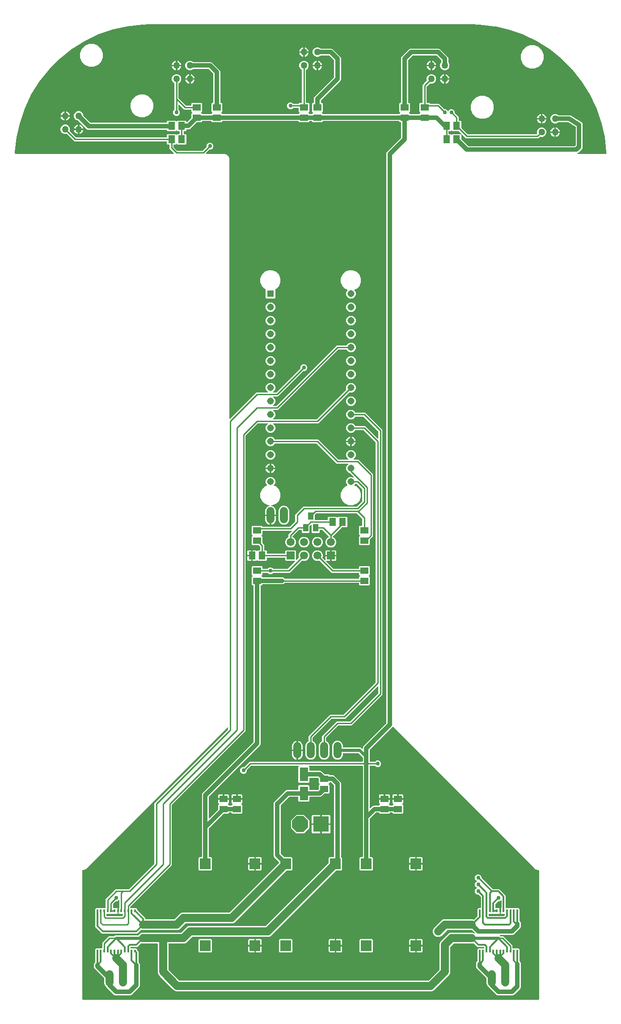
<source format=gbr>
G04 EAGLE Gerber RS-274X export*
G75*
%MOMM*%
%FSLAX34Y34*%
%LPD*%
%INTop Copper*%
%IPPOS*%
%AMOC8*
5,1,8,0,0,1.08239X$1,22.5*%
G01*
%ADD10R,1.308000X1.308000*%
%ADD11C,1.308000*%
%ADD12R,1.500000X1.300000*%
%ADD13R,1.600000X2.600000*%
%ADD14C,1.524000*%
%ADD15R,1.000000X1.400000*%
%ADD16R,1.300000X1.500000*%
%ADD17R,0.304800X0.609600*%
%ADD18C,1.270000*%
%ADD19R,2.000000X2.000000*%
%ADD20R,1.508000X1.508000*%
%ADD21C,1.508000*%
%ADD22R,3.000000X3.000000*%
%ADD23P,3.247170X8X202.500000*%
%ADD24C,0.304800*%
%ADD25C,0.812800*%
%ADD26C,0.609600*%
%ADD27C,0.254000*%
%ADD28C,0.756400*%

G36*
X470066Y133575D02*
X470066Y133575D01*
X470157Y133583D01*
X470187Y133595D01*
X470219Y133600D01*
X470299Y133643D01*
X470383Y133679D01*
X470415Y133705D01*
X470436Y133716D01*
X470458Y133739D01*
X470514Y133784D01*
X478479Y141749D01*
X481444Y144714D01*
X485179Y146261D01*
X574116Y146261D01*
X574206Y146275D01*
X574297Y146283D01*
X574327Y146295D01*
X574359Y146300D01*
X574439Y146343D01*
X574523Y146379D01*
X574555Y146405D01*
X574576Y146416D01*
X574598Y146439D01*
X574654Y146484D01*
X668746Y240576D01*
X668799Y240650D01*
X668859Y240719D01*
X668871Y240749D01*
X668890Y240776D01*
X668917Y240862D01*
X668951Y240947D01*
X668955Y240988D01*
X668962Y241011D01*
X668961Y241043D01*
X668969Y241114D01*
X668969Y241855D01*
X668955Y241945D01*
X668947Y242036D01*
X668935Y242066D01*
X668930Y242098D01*
X668887Y242178D01*
X668851Y242262D01*
X668825Y242294D01*
X668814Y242315D01*
X668791Y242337D01*
X668746Y242393D01*
X659401Y251739D01*
X658395Y254166D01*
X658395Y353314D01*
X659401Y355741D01*
X681359Y377699D01*
X683786Y378705D01*
X704498Y378705D01*
X704518Y378708D01*
X704537Y378706D01*
X704639Y378728D01*
X704741Y378744D01*
X704758Y378754D01*
X704778Y378758D01*
X704867Y378811D01*
X704958Y378860D01*
X704972Y378874D01*
X704989Y378884D01*
X705056Y378963D01*
X705128Y379038D01*
X705136Y379056D01*
X705149Y379071D01*
X705188Y379167D01*
X705231Y379261D01*
X705233Y379281D01*
X705241Y379299D01*
X705259Y379466D01*
X705259Y386152D01*
X706748Y387641D01*
X724852Y387641D01*
X726341Y386152D01*
X726341Y379466D01*
X726344Y379446D01*
X726342Y379427D01*
X726364Y379325D01*
X726380Y379223D01*
X726390Y379206D01*
X726394Y379186D01*
X726447Y379097D01*
X726496Y379006D01*
X726510Y378992D01*
X726520Y378975D01*
X726599Y378908D01*
X726674Y378836D01*
X726692Y378828D01*
X726707Y378815D01*
X726803Y378776D01*
X726897Y378733D01*
X726917Y378731D01*
X726935Y378723D01*
X727102Y378705D01*
X742349Y378705D01*
X742439Y378719D01*
X742530Y378727D01*
X742560Y378739D01*
X742592Y378744D01*
X742672Y378787D01*
X742756Y378823D01*
X742788Y378849D01*
X742809Y378860D01*
X742831Y378883D01*
X742887Y378928D01*
X743636Y379677D01*
X743689Y379751D01*
X743749Y379820D01*
X743761Y379850D01*
X743780Y379877D01*
X743807Y379964D01*
X743841Y380048D01*
X743845Y380089D01*
X743852Y380112D01*
X743851Y380144D01*
X743859Y380215D01*
X743859Y388152D01*
X745269Y389562D01*
X745280Y389578D01*
X745296Y389590D01*
X745352Y389678D01*
X745412Y389761D01*
X745418Y389780D01*
X745429Y389797D01*
X745454Y389898D01*
X745484Y389997D01*
X745484Y390016D01*
X745489Y390036D01*
X745481Y390139D01*
X745478Y390242D01*
X745471Y390261D01*
X745470Y390281D01*
X745429Y390376D01*
X745394Y390473D01*
X745381Y390489D01*
X745373Y390507D01*
X745269Y390638D01*
X743859Y392048D01*
X743859Y399985D01*
X743845Y400075D01*
X743837Y400166D01*
X743825Y400196D01*
X743820Y400228D01*
X743777Y400308D01*
X743741Y400392D01*
X743715Y400424D01*
X743704Y400445D01*
X743681Y400467D01*
X743636Y400523D01*
X742887Y401272D01*
X742813Y401325D01*
X742744Y401385D01*
X742714Y401397D01*
X742687Y401416D01*
X742601Y401443D01*
X742516Y401477D01*
X742475Y401481D01*
X742452Y401488D01*
X742420Y401487D01*
X742349Y401495D01*
X727102Y401495D01*
X727082Y401492D01*
X727063Y401494D01*
X726961Y401472D01*
X726859Y401456D01*
X726842Y401446D01*
X726822Y401442D01*
X726733Y401389D01*
X726642Y401340D01*
X726628Y401326D01*
X726611Y401316D01*
X726544Y401237D01*
X726472Y401162D01*
X726464Y401144D01*
X726451Y401129D01*
X726412Y401033D01*
X726369Y400939D01*
X726367Y400919D01*
X726359Y400901D01*
X726341Y400734D01*
X726341Y394048D01*
X724852Y392559D01*
X706748Y392559D01*
X705259Y394048D01*
X705259Y422152D01*
X706197Y423090D01*
X706238Y423148D01*
X706288Y423200D01*
X706310Y423247D01*
X706340Y423289D01*
X706361Y423358D01*
X706391Y423423D01*
X706397Y423475D01*
X706413Y423525D01*
X706411Y423596D01*
X706419Y423667D01*
X706407Y423718D01*
X706406Y423770D01*
X706382Y423838D01*
X706366Y423908D01*
X706340Y423953D01*
X706322Y424001D01*
X706277Y424057D01*
X706240Y424119D01*
X706201Y424153D01*
X706168Y424193D01*
X706108Y424232D01*
X706053Y424279D01*
X706005Y424298D01*
X705961Y424326D01*
X705892Y424344D01*
X705825Y424371D01*
X705754Y424379D01*
X705723Y424387D01*
X705699Y424385D01*
X705658Y424389D01*
X616094Y424389D01*
X616004Y424375D01*
X615913Y424367D01*
X615883Y424355D01*
X615851Y424350D01*
X615770Y424307D01*
X615686Y424271D01*
X615654Y424245D01*
X615634Y424234D01*
X615611Y424211D01*
X615556Y424166D01*
X608046Y416656D01*
X607993Y416583D01*
X607933Y416513D01*
X607921Y416483D01*
X607902Y416457D01*
X607875Y416370D01*
X607841Y416285D01*
X607837Y416244D01*
X607830Y416222D01*
X607831Y416189D01*
X607823Y416118D01*
X607823Y414242D01*
X606860Y411918D01*
X605082Y410140D01*
X602758Y409177D01*
X600242Y409177D01*
X597918Y410140D01*
X596140Y411918D01*
X595177Y414242D01*
X595177Y416758D01*
X596140Y419082D01*
X597918Y420860D01*
X600242Y421823D01*
X602118Y421823D01*
X602208Y421837D01*
X602299Y421845D01*
X602329Y421857D01*
X602361Y421862D01*
X602442Y421905D01*
X602526Y421941D01*
X602558Y421967D01*
X602578Y421978D01*
X602601Y422001D01*
X602656Y422046D01*
X612622Y432011D01*
X826544Y432011D01*
X826564Y432014D01*
X826583Y432012D01*
X826685Y432034D01*
X826787Y432050D01*
X826804Y432060D01*
X826824Y432064D01*
X826913Y432117D01*
X827004Y432166D01*
X827018Y432180D01*
X827035Y432190D01*
X827102Y432269D01*
X827174Y432344D01*
X827182Y432362D01*
X827195Y432377D01*
X827234Y432473D01*
X827277Y432567D01*
X827279Y432587D01*
X827287Y432605D01*
X827305Y432772D01*
X827305Y439286D01*
X827291Y439376D01*
X827283Y439467D01*
X827271Y439497D01*
X827266Y439528D01*
X827223Y439609D01*
X827187Y439693D01*
X827161Y439725D01*
X827150Y439746D01*
X827127Y439768D01*
X827082Y439824D01*
X819118Y447788D01*
X819044Y447841D01*
X818975Y447901D01*
X818944Y447913D01*
X818918Y447932D01*
X818831Y447959D01*
X818746Y447993D01*
X818706Y447997D01*
X818683Y448004D01*
X818651Y448003D01*
X818580Y448011D01*
X790222Y448011D01*
X790202Y448008D01*
X790183Y448010D01*
X790081Y447988D01*
X789979Y447972D01*
X789962Y447962D01*
X789942Y447958D01*
X789853Y447905D01*
X789762Y447856D01*
X789748Y447842D01*
X789731Y447832D01*
X789664Y447753D01*
X789592Y447678D01*
X789584Y447660D01*
X789571Y447645D01*
X789532Y447549D01*
X789489Y447455D01*
X789487Y447435D01*
X789479Y447417D01*
X789461Y447250D01*
X789461Y443959D01*
X787914Y440224D01*
X785056Y437366D01*
X781321Y435819D01*
X777279Y435819D01*
X773544Y437366D01*
X770686Y440224D01*
X769139Y443959D01*
X769139Y463241D01*
X770686Y466976D01*
X773544Y469834D01*
X777279Y471381D01*
X781321Y471381D01*
X785056Y469834D01*
X787914Y466976D01*
X789461Y463241D01*
X789461Y459950D01*
X789464Y459930D01*
X789462Y459911D01*
X789484Y459809D01*
X789500Y459707D01*
X789510Y459690D01*
X789514Y459670D01*
X789567Y459581D01*
X789616Y459490D01*
X789630Y459476D01*
X789640Y459459D01*
X789719Y459392D01*
X789794Y459320D01*
X789812Y459312D01*
X789827Y459299D01*
X789923Y459260D01*
X790017Y459217D01*
X790037Y459215D01*
X790055Y459207D01*
X790222Y459189D01*
X822322Y459189D01*
X824376Y458338D01*
X826006Y456708D01*
X826064Y456666D01*
X826116Y456617D01*
X826163Y456595D01*
X826205Y456564D01*
X826274Y456543D01*
X826339Y456513D01*
X826391Y456507D01*
X826441Y456492D01*
X826512Y456494D01*
X826583Y456486D01*
X826634Y456497D01*
X826686Y456498D01*
X826754Y456523D01*
X826824Y456538D01*
X826869Y456565D01*
X826917Y456583D01*
X826973Y456628D01*
X827035Y456664D01*
X827069Y456704D01*
X827109Y456737D01*
X827148Y456797D01*
X827195Y456851D01*
X827214Y456900D01*
X827242Y456943D01*
X827260Y457013D01*
X827287Y457079D01*
X827295Y457151D01*
X827303Y457182D01*
X827301Y457205D01*
X827305Y457246D01*
X827305Y458724D01*
X828311Y461151D01*
X871786Y504627D01*
X871839Y504701D01*
X871899Y504770D01*
X871911Y504800D01*
X871930Y504827D01*
X871957Y504913D01*
X871991Y504998D01*
X871995Y505039D01*
X872002Y505062D01*
X872001Y505094D01*
X872009Y505165D01*
X872009Y1582928D01*
X873015Y1585355D01*
X874980Y1587320D01*
X899472Y1611813D01*
X899525Y1611887D01*
X899585Y1611956D01*
X899597Y1611986D01*
X899616Y1612013D01*
X899643Y1612099D01*
X899677Y1612184D01*
X899681Y1612225D01*
X899688Y1612248D01*
X899687Y1612280D01*
X899695Y1612351D01*
X899695Y1640798D01*
X899692Y1640818D01*
X899694Y1640837D01*
X899672Y1640939D01*
X899656Y1641041D01*
X899646Y1641058D01*
X899642Y1641078D01*
X899589Y1641167D01*
X899540Y1641258D01*
X899526Y1641272D01*
X899516Y1641289D01*
X899437Y1641356D01*
X899362Y1641428D01*
X899344Y1641436D01*
X899329Y1641449D01*
X899233Y1641488D01*
X899139Y1641531D01*
X899119Y1641533D01*
X899101Y1641541D01*
X898934Y1641559D01*
X897748Y1641559D01*
X896259Y1643048D01*
X896259Y1643234D01*
X896256Y1643254D01*
X896258Y1643273D01*
X896236Y1643375D01*
X896220Y1643477D01*
X896210Y1643494D01*
X896206Y1643514D01*
X896153Y1643603D01*
X896104Y1643694D01*
X896090Y1643708D01*
X896080Y1643725D01*
X896001Y1643792D01*
X895926Y1643864D01*
X895908Y1643872D01*
X895893Y1643885D01*
X895797Y1643924D01*
X895703Y1643967D01*
X895683Y1643969D01*
X895665Y1643977D01*
X895498Y1643995D01*
X752002Y1643995D01*
X751982Y1643992D01*
X751963Y1643994D01*
X751861Y1643972D01*
X751759Y1643956D01*
X751742Y1643946D01*
X751722Y1643942D01*
X751633Y1643889D01*
X751542Y1643840D01*
X751528Y1643826D01*
X751511Y1643816D01*
X751444Y1643737D01*
X751372Y1643662D01*
X751364Y1643644D01*
X751351Y1643629D01*
X751312Y1643533D01*
X751269Y1643439D01*
X751267Y1643419D01*
X751259Y1643401D01*
X751241Y1643234D01*
X751241Y1643048D01*
X749752Y1641559D01*
X732648Y1641559D01*
X731159Y1643048D01*
X731159Y1643234D01*
X731156Y1643254D01*
X731158Y1643273D01*
X731136Y1643375D01*
X731120Y1643477D01*
X731110Y1643494D01*
X731106Y1643514D01*
X731053Y1643603D01*
X731004Y1643694D01*
X730990Y1643708D01*
X730980Y1643725D01*
X730901Y1643792D01*
X730826Y1643864D01*
X730808Y1643872D01*
X730793Y1643885D01*
X730697Y1643924D01*
X730603Y1643967D01*
X730583Y1643969D01*
X730565Y1643977D01*
X730398Y1643995D01*
X726602Y1643995D01*
X726582Y1643992D01*
X726563Y1643994D01*
X726461Y1643972D01*
X726359Y1643956D01*
X726342Y1643946D01*
X726322Y1643942D01*
X726233Y1643889D01*
X726142Y1643840D01*
X726128Y1643826D01*
X726111Y1643816D01*
X726044Y1643737D01*
X725972Y1643662D01*
X725964Y1643644D01*
X725951Y1643629D01*
X725912Y1643533D01*
X725869Y1643439D01*
X725867Y1643419D01*
X725859Y1643401D01*
X725841Y1643234D01*
X725841Y1643048D01*
X724352Y1641559D01*
X707248Y1641559D01*
X705759Y1643048D01*
X705759Y1643234D01*
X705756Y1643254D01*
X705758Y1643273D01*
X705736Y1643375D01*
X705720Y1643477D01*
X705710Y1643494D01*
X705706Y1643514D01*
X705653Y1643603D01*
X705604Y1643694D01*
X705590Y1643708D01*
X705580Y1643725D01*
X705501Y1643792D01*
X705426Y1643864D01*
X705408Y1643872D01*
X705393Y1643885D01*
X705297Y1643924D01*
X705203Y1643967D01*
X705183Y1643969D01*
X705165Y1643977D01*
X704998Y1643995D01*
X561502Y1643995D01*
X561482Y1643992D01*
X561463Y1643994D01*
X561361Y1643972D01*
X561259Y1643956D01*
X561242Y1643946D01*
X561222Y1643942D01*
X561133Y1643889D01*
X561042Y1643840D01*
X561028Y1643826D01*
X561011Y1643816D01*
X560944Y1643737D01*
X560872Y1643662D01*
X560864Y1643644D01*
X560851Y1643629D01*
X560812Y1643533D01*
X560769Y1643439D01*
X560767Y1643419D01*
X560759Y1643401D01*
X560741Y1643234D01*
X560741Y1643048D01*
X559252Y1641559D01*
X542148Y1641559D01*
X540659Y1643048D01*
X540659Y1643234D01*
X540656Y1643254D01*
X540658Y1643273D01*
X540636Y1643375D01*
X540620Y1643477D01*
X540610Y1643494D01*
X540606Y1643514D01*
X540553Y1643603D01*
X540504Y1643694D01*
X540490Y1643708D01*
X540480Y1643725D01*
X540401Y1643792D01*
X540326Y1643864D01*
X540308Y1643872D01*
X540293Y1643885D01*
X540197Y1643924D01*
X540103Y1643967D01*
X540083Y1643969D01*
X540065Y1643977D01*
X539898Y1643995D01*
X523402Y1643995D01*
X523382Y1643992D01*
X523363Y1643994D01*
X523261Y1643972D01*
X523159Y1643956D01*
X523142Y1643946D01*
X523122Y1643942D01*
X523033Y1643889D01*
X522942Y1643840D01*
X522928Y1643826D01*
X522911Y1643816D01*
X522844Y1643737D01*
X522772Y1643662D01*
X522764Y1643644D01*
X522751Y1643629D01*
X522712Y1643533D01*
X522669Y1643439D01*
X522667Y1643419D01*
X522659Y1643401D01*
X522641Y1643234D01*
X522641Y1643048D01*
X521152Y1641559D01*
X513215Y1641559D01*
X513125Y1641545D01*
X513034Y1641537D01*
X513004Y1641525D01*
X512972Y1641520D01*
X512892Y1641477D01*
X512808Y1641441D01*
X512776Y1641415D01*
X512755Y1641404D01*
X512733Y1641381D01*
X512677Y1641336D01*
X500441Y1629101D01*
X498014Y1628095D01*
X493802Y1628095D01*
X493782Y1628092D01*
X493763Y1628094D01*
X493661Y1628072D01*
X493559Y1628056D01*
X493542Y1628046D01*
X493522Y1628042D01*
X493433Y1627989D01*
X493342Y1627940D01*
X493328Y1627926D01*
X493311Y1627916D01*
X493244Y1627837D01*
X493172Y1627762D01*
X493164Y1627744D01*
X493151Y1627729D01*
X493112Y1627633D01*
X493069Y1627539D01*
X493067Y1627519D01*
X493059Y1627501D01*
X493041Y1627334D01*
X493041Y1626148D01*
X491552Y1624659D01*
X488572Y1624659D01*
X488552Y1624656D01*
X488533Y1624658D01*
X488431Y1624636D01*
X488329Y1624620D01*
X488312Y1624610D01*
X488292Y1624606D01*
X488203Y1624553D01*
X488112Y1624504D01*
X488098Y1624490D01*
X488081Y1624480D01*
X488014Y1624401D01*
X487942Y1624326D01*
X487934Y1624308D01*
X487921Y1624293D01*
X487882Y1624197D01*
X487839Y1624103D01*
X487837Y1624083D01*
X487829Y1624065D01*
X487811Y1623898D01*
X487811Y1620102D01*
X487812Y1620095D01*
X487812Y1620093D01*
X487813Y1620086D01*
X487814Y1620082D01*
X487812Y1620063D01*
X487834Y1619961D01*
X487850Y1619859D01*
X487860Y1619842D01*
X487864Y1619822D01*
X487917Y1619733D01*
X487966Y1619642D01*
X487980Y1619628D01*
X487990Y1619611D01*
X488069Y1619544D01*
X488144Y1619472D01*
X488162Y1619464D01*
X488177Y1619451D01*
X488273Y1619412D01*
X488367Y1619369D01*
X488387Y1619367D01*
X488405Y1619359D01*
X488572Y1619341D01*
X491552Y1619341D01*
X493041Y1617852D01*
X493041Y1600748D01*
X491552Y1599259D01*
X476448Y1599259D01*
X475038Y1600669D01*
X475022Y1600680D01*
X475010Y1600696D01*
X474922Y1600752D01*
X474839Y1600812D01*
X474820Y1600818D01*
X474803Y1600829D01*
X474702Y1600854D01*
X474603Y1600884D01*
X474584Y1600884D01*
X474564Y1600889D01*
X474461Y1600881D01*
X474358Y1600878D01*
X474339Y1600871D01*
X474319Y1600870D01*
X474224Y1600829D01*
X474127Y1600794D01*
X474111Y1600781D01*
X474093Y1600773D01*
X473962Y1600669D01*
X472552Y1599259D01*
X469572Y1599259D01*
X469552Y1599256D01*
X469533Y1599258D01*
X469431Y1599236D01*
X469329Y1599220D01*
X469312Y1599210D01*
X469292Y1599206D01*
X469203Y1599153D01*
X469112Y1599104D01*
X469098Y1599090D01*
X469081Y1599080D01*
X469014Y1599001D01*
X468942Y1598926D01*
X468934Y1598908D01*
X468921Y1598893D01*
X468882Y1598797D01*
X468839Y1598703D01*
X468837Y1598683D01*
X468829Y1598665D01*
X468811Y1598498D01*
X468811Y1595294D01*
X468825Y1595204D01*
X468833Y1595113D01*
X468845Y1595083D01*
X468850Y1595051D01*
X468893Y1594970D01*
X468929Y1594886D01*
X468955Y1594854D01*
X468966Y1594834D01*
X468989Y1594811D01*
X469034Y1594756D01*
X475856Y1587934D01*
X475930Y1587880D01*
X475999Y1587821D01*
X476029Y1587809D01*
X476055Y1587790D01*
X476142Y1587763D01*
X476227Y1587729D01*
X476268Y1587725D01*
X476290Y1587718D01*
X476323Y1587719D01*
X476394Y1587711D01*
X523406Y1587711D01*
X523496Y1587725D01*
X523587Y1587733D01*
X523617Y1587745D01*
X523649Y1587750D01*
X523730Y1587793D01*
X523814Y1587829D01*
X523846Y1587855D01*
X523866Y1587866D01*
X523889Y1587889D01*
X523944Y1587934D01*
X531454Y1595444D01*
X531507Y1595517D01*
X531567Y1595587D01*
X531579Y1595617D01*
X531598Y1595643D01*
X531625Y1595730D01*
X531659Y1595815D01*
X531663Y1595856D01*
X531670Y1595878D01*
X531669Y1595911D01*
X531677Y1595982D01*
X531677Y1597858D01*
X532640Y1600182D01*
X534418Y1601960D01*
X536742Y1602923D01*
X539258Y1602923D01*
X541582Y1601960D01*
X543360Y1600182D01*
X544323Y1597858D01*
X544323Y1595342D01*
X543360Y1593018D01*
X541582Y1591240D01*
X539258Y1590277D01*
X537382Y1590277D01*
X537292Y1590263D01*
X537201Y1590255D01*
X537171Y1590243D01*
X537139Y1590238D01*
X537058Y1590195D01*
X536974Y1590159D01*
X536942Y1590133D01*
X536922Y1590122D01*
X536899Y1590099D01*
X536844Y1590054D01*
X530211Y1583422D01*
X530170Y1583364D01*
X530120Y1583312D01*
X530098Y1583265D01*
X530068Y1583223D01*
X530047Y1583154D01*
X530017Y1583089D01*
X530011Y1583037D01*
X529996Y1582987D01*
X529997Y1582916D01*
X529990Y1582845D01*
X530001Y1582794D01*
X530002Y1582742D01*
X530027Y1582674D01*
X530042Y1582604D01*
X530068Y1582559D01*
X530086Y1582511D01*
X530131Y1582455D01*
X530168Y1582393D01*
X530208Y1582359D01*
X530240Y1582319D01*
X530300Y1582280D01*
X530355Y1582233D01*
X530403Y1582214D01*
X530447Y1582186D01*
X530516Y1582168D01*
X530583Y1582141D01*
X530654Y1582133D01*
X530686Y1582125D01*
X530709Y1582127D01*
X530750Y1582123D01*
X565573Y1582123D01*
X569587Y1580460D01*
X572660Y1577387D01*
X574323Y1573373D01*
X574323Y1081350D01*
X574334Y1081279D01*
X574336Y1081207D01*
X574354Y1081158D01*
X574362Y1081107D01*
X574396Y1081044D01*
X574421Y1080976D01*
X574453Y1080936D01*
X574478Y1080890D01*
X574530Y1080840D01*
X574574Y1080784D01*
X574618Y1080756D01*
X574656Y1080720D01*
X574721Y1080690D01*
X574781Y1080651D01*
X574832Y1080639D01*
X574879Y1080617D01*
X574950Y1080609D01*
X575020Y1080591D01*
X575072Y1080595D01*
X575123Y1080590D01*
X575194Y1080605D01*
X575265Y1080610D01*
X575313Y1080631D01*
X575364Y1080642D01*
X575425Y1080679D01*
X575491Y1080707D01*
X575547Y1080751D01*
X575575Y1080768D01*
X575590Y1080786D01*
X575622Y1080811D01*
X622866Y1128056D01*
X625322Y1130511D01*
X646509Y1130511D01*
X646580Y1130522D01*
X646652Y1130524D01*
X646701Y1130542D01*
X646752Y1130550D01*
X646815Y1130584D01*
X646883Y1130609D01*
X646923Y1130641D01*
X646969Y1130666D01*
X647019Y1130718D01*
X647075Y1130762D01*
X647103Y1130806D01*
X647139Y1130844D01*
X647169Y1130909D01*
X647208Y1130969D01*
X647221Y1131020D01*
X647242Y1131067D01*
X647250Y1131138D01*
X647268Y1131208D01*
X647264Y1131260D01*
X647270Y1131311D01*
X647254Y1131382D01*
X647249Y1131453D01*
X647228Y1131501D01*
X647217Y1131552D01*
X647181Y1131613D01*
X647152Y1131679D01*
X647108Y1131735D01*
X647091Y1131763D01*
X647073Y1131778D01*
X647048Y1131810D01*
X644602Y1134256D01*
X643219Y1137594D01*
X643219Y1141206D01*
X644602Y1144544D01*
X647156Y1147098D01*
X650494Y1148481D01*
X654106Y1148481D01*
X657444Y1147098D01*
X659998Y1144544D01*
X661381Y1141206D01*
X661381Y1137594D01*
X659998Y1134256D01*
X657552Y1131810D01*
X657511Y1131752D01*
X657461Y1131700D01*
X657439Y1131653D01*
X657409Y1131611D01*
X657388Y1131542D01*
X657358Y1131477D01*
X657352Y1131425D01*
X657336Y1131375D01*
X657338Y1131304D01*
X657330Y1131233D01*
X657341Y1131182D01*
X657343Y1131130D01*
X657367Y1131062D01*
X657383Y1130992D01*
X657409Y1130947D01*
X657427Y1130899D01*
X657472Y1130843D01*
X657509Y1130781D01*
X657548Y1130747D01*
X657581Y1130707D01*
X657641Y1130668D01*
X657696Y1130621D01*
X657744Y1130602D01*
X657788Y1130574D01*
X657857Y1130556D01*
X657924Y1130529D01*
X657995Y1130521D01*
X658026Y1130513D01*
X658050Y1130515D01*
X658091Y1130511D01*
X663106Y1130511D01*
X663196Y1130525D01*
X663287Y1130533D01*
X663317Y1130545D01*
X663349Y1130550D01*
X663430Y1130593D01*
X663514Y1130629D01*
X663546Y1130655D01*
X663566Y1130666D01*
X663589Y1130689D01*
X663644Y1130734D01*
X709254Y1176344D01*
X709307Y1176417D01*
X709367Y1176487D01*
X709379Y1176517D01*
X709398Y1176543D01*
X709425Y1176630D01*
X709459Y1176715D01*
X709463Y1176756D01*
X709470Y1176778D01*
X709469Y1176811D01*
X709477Y1176882D01*
X709477Y1178758D01*
X710440Y1181082D01*
X712218Y1182860D01*
X714542Y1183823D01*
X717058Y1183823D01*
X719382Y1182860D01*
X721160Y1181082D01*
X722123Y1178758D01*
X722123Y1176242D01*
X721160Y1173918D01*
X719382Y1172140D01*
X717058Y1171177D01*
X715182Y1171177D01*
X715092Y1171163D01*
X715001Y1171155D01*
X714971Y1171143D01*
X714939Y1171138D01*
X714858Y1171095D01*
X714774Y1171059D01*
X714742Y1171033D01*
X714722Y1171022D01*
X714699Y1170999D01*
X714644Y1170954D01*
X666578Y1122889D01*
X658091Y1122889D01*
X658020Y1122878D01*
X657948Y1122876D01*
X657899Y1122858D01*
X657848Y1122850D01*
X657785Y1122816D01*
X657717Y1122791D01*
X657677Y1122759D01*
X657631Y1122734D01*
X657581Y1122682D01*
X657525Y1122638D01*
X657497Y1122594D01*
X657461Y1122556D01*
X657431Y1122491D01*
X657392Y1122431D01*
X657379Y1122380D01*
X657358Y1122333D01*
X657350Y1122262D01*
X657332Y1122192D01*
X657336Y1122140D01*
X657330Y1122089D01*
X657346Y1122018D01*
X657351Y1121947D01*
X657372Y1121899D01*
X657383Y1121848D01*
X657419Y1121787D01*
X657448Y1121721D01*
X657492Y1121665D01*
X657509Y1121637D01*
X657527Y1121622D01*
X657552Y1121590D01*
X659998Y1119144D01*
X661381Y1115806D01*
X661381Y1112194D01*
X659998Y1108856D01*
X657552Y1106410D01*
X657511Y1106352D01*
X657461Y1106300D01*
X657439Y1106253D01*
X657409Y1106211D01*
X657388Y1106142D01*
X657358Y1106077D01*
X657352Y1106025D01*
X657336Y1105975D01*
X657338Y1105904D01*
X657330Y1105833D01*
X657341Y1105782D01*
X657343Y1105730D01*
X657367Y1105662D01*
X657383Y1105592D01*
X657409Y1105547D01*
X657427Y1105499D01*
X657472Y1105443D01*
X657509Y1105381D01*
X657548Y1105347D01*
X657581Y1105307D01*
X657641Y1105268D01*
X657696Y1105221D01*
X657744Y1105202D01*
X657788Y1105174D01*
X657857Y1105156D01*
X657924Y1105129D01*
X657995Y1105121D01*
X658026Y1105113D01*
X658050Y1105115D01*
X658091Y1105111D01*
X663106Y1105111D01*
X663196Y1105125D01*
X663287Y1105133D01*
X663317Y1105145D01*
X663349Y1105150D01*
X663430Y1105193D01*
X663514Y1105229D01*
X663546Y1105255D01*
X663566Y1105266D01*
X663589Y1105289D01*
X663644Y1105334D01*
X777722Y1219411D01*
X795941Y1219411D01*
X796056Y1219430D01*
X796172Y1219447D01*
X796177Y1219449D01*
X796184Y1219450D01*
X796286Y1219505D01*
X796391Y1219558D01*
X796396Y1219563D01*
X796401Y1219566D01*
X796481Y1219650D01*
X796563Y1219734D01*
X796567Y1219740D01*
X796570Y1219744D01*
X796578Y1219761D01*
X796644Y1219881D01*
X797002Y1220744D01*
X799556Y1223298D01*
X802894Y1224681D01*
X806506Y1224681D01*
X809844Y1223298D01*
X812398Y1220744D01*
X813781Y1217406D01*
X813781Y1213794D01*
X812398Y1210456D01*
X809844Y1207902D01*
X806506Y1206519D01*
X802894Y1206519D01*
X799556Y1207902D01*
X797002Y1210456D01*
X796644Y1211319D01*
X796582Y1211419D01*
X796523Y1211519D01*
X796518Y1211523D01*
X796515Y1211528D01*
X796424Y1211603D01*
X796336Y1211679D01*
X796330Y1211681D01*
X796325Y1211685D01*
X796217Y1211727D01*
X796108Y1211771D01*
X796100Y1211772D01*
X796095Y1211773D01*
X796077Y1211774D01*
X795941Y1211789D01*
X781194Y1211789D01*
X781104Y1211775D01*
X781013Y1211767D01*
X780983Y1211755D01*
X780951Y1211750D01*
X780870Y1211707D01*
X780786Y1211671D01*
X780754Y1211645D01*
X780734Y1211634D01*
X780711Y1211611D01*
X780656Y1211566D01*
X666578Y1097489D01*
X658091Y1097489D01*
X658020Y1097478D01*
X657948Y1097476D01*
X657899Y1097458D01*
X657848Y1097450D01*
X657785Y1097416D01*
X657717Y1097391D01*
X657677Y1097359D01*
X657631Y1097334D01*
X657581Y1097282D01*
X657525Y1097238D01*
X657497Y1097194D01*
X657461Y1097156D01*
X657431Y1097091D01*
X657392Y1097031D01*
X657379Y1096980D01*
X657358Y1096933D01*
X657350Y1096862D01*
X657332Y1096792D01*
X657336Y1096740D01*
X657330Y1096689D01*
X657346Y1096618D01*
X657351Y1096547D01*
X657372Y1096499D01*
X657383Y1096448D01*
X657419Y1096387D01*
X657448Y1096321D01*
X657492Y1096265D01*
X657509Y1096237D01*
X657527Y1096222D01*
X657552Y1096190D01*
X659998Y1093744D01*
X661381Y1090406D01*
X661381Y1086794D01*
X659998Y1083456D01*
X657552Y1081010D01*
X657511Y1080952D01*
X657461Y1080900D01*
X657439Y1080853D01*
X657409Y1080811D01*
X657388Y1080742D01*
X657358Y1080677D01*
X657352Y1080625D01*
X657336Y1080575D01*
X657338Y1080504D01*
X657330Y1080433D01*
X657341Y1080382D01*
X657343Y1080330D01*
X657367Y1080262D01*
X657383Y1080192D01*
X657409Y1080147D01*
X657427Y1080099D01*
X657472Y1080043D01*
X657509Y1079981D01*
X657548Y1079947D01*
X657581Y1079907D01*
X657641Y1079868D01*
X657696Y1079821D01*
X657744Y1079802D01*
X657788Y1079774D01*
X657857Y1079756D01*
X657924Y1079729D01*
X657995Y1079721D01*
X658026Y1079713D01*
X658050Y1079715D01*
X658091Y1079711D01*
X739306Y1079711D01*
X739396Y1079725D01*
X739487Y1079733D01*
X739517Y1079745D01*
X739549Y1079750D01*
X739630Y1079793D01*
X739714Y1079829D01*
X739746Y1079855D01*
X739766Y1079866D01*
X739789Y1079889D01*
X739844Y1079934D01*
X795812Y1135901D01*
X795880Y1135995D01*
X795950Y1136090D01*
X795952Y1136096D01*
X795955Y1136101D01*
X795990Y1136212D01*
X796026Y1136324D01*
X796026Y1136330D01*
X796028Y1136336D01*
X796025Y1136453D01*
X796024Y1136569D01*
X796021Y1136577D01*
X796021Y1136582D01*
X796015Y1136599D01*
X795977Y1136731D01*
X795619Y1137594D01*
X795619Y1141206D01*
X797002Y1144544D01*
X799556Y1147098D01*
X802894Y1148481D01*
X806506Y1148481D01*
X809844Y1147098D01*
X812398Y1144544D01*
X813781Y1141206D01*
X813781Y1137594D01*
X812398Y1134256D01*
X809844Y1131702D01*
X806506Y1130319D01*
X802894Y1130319D01*
X802031Y1130677D01*
X801918Y1130703D01*
X801803Y1130732D01*
X801797Y1130732D01*
X801791Y1130733D01*
X801675Y1130722D01*
X801558Y1130713D01*
X801553Y1130710D01*
X801546Y1130710D01*
X801438Y1130662D01*
X801332Y1130617D01*
X801326Y1130612D01*
X801322Y1130610D01*
X801307Y1130597D01*
X801201Y1130512D01*
X745234Y1074544D01*
X742778Y1072089D01*
X658091Y1072089D01*
X658020Y1072078D01*
X657948Y1072076D01*
X657899Y1072058D01*
X657848Y1072050D01*
X657785Y1072016D01*
X657717Y1071991D01*
X657677Y1071959D01*
X657631Y1071934D01*
X657581Y1071882D01*
X657525Y1071838D01*
X657497Y1071794D01*
X657461Y1071756D01*
X657431Y1071691D01*
X657392Y1071631D01*
X657379Y1071580D01*
X657358Y1071533D01*
X657350Y1071462D01*
X657332Y1071392D01*
X657336Y1071340D01*
X657330Y1071289D01*
X657346Y1071218D01*
X657351Y1071147D01*
X657372Y1071099D01*
X657383Y1071048D01*
X657419Y1070987D01*
X657448Y1070921D01*
X657492Y1070865D01*
X657509Y1070837D01*
X657527Y1070822D01*
X657552Y1070790D01*
X659998Y1068344D01*
X661381Y1065006D01*
X661381Y1061394D01*
X659998Y1058056D01*
X657444Y1055502D01*
X654106Y1054119D01*
X650494Y1054119D01*
X647156Y1055502D01*
X644602Y1058056D01*
X643219Y1061394D01*
X643219Y1065006D01*
X644602Y1068344D01*
X647048Y1070790D01*
X647089Y1070848D01*
X647139Y1070900D01*
X647161Y1070947D01*
X647191Y1070989D01*
X647212Y1071058D01*
X647242Y1071123D01*
X647248Y1071175D01*
X647264Y1071225D01*
X647262Y1071296D01*
X647270Y1071367D01*
X647259Y1071418D01*
X647257Y1071470D01*
X647233Y1071538D01*
X647217Y1071608D01*
X647191Y1071653D01*
X647173Y1071701D01*
X647128Y1071757D01*
X647091Y1071819D01*
X647052Y1071853D01*
X647019Y1071893D01*
X646959Y1071932D01*
X646904Y1071979D01*
X646856Y1071998D01*
X646812Y1072026D01*
X646743Y1072044D01*
X646676Y1072071D01*
X646605Y1072079D01*
X646574Y1072087D01*
X646550Y1072085D01*
X646509Y1072089D01*
X628794Y1072089D01*
X628704Y1072075D01*
X628613Y1072067D01*
X628583Y1072055D01*
X628551Y1072050D01*
X628470Y1072007D01*
X628386Y1071971D01*
X628354Y1071945D01*
X628334Y1071934D01*
X628311Y1071911D01*
X628256Y1071866D01*
X605534Y1049144D01*
X605481Y1049071D01*
X605421Y1049001D01*
X605409Y1048971D01*
X605390Y1048945D01*
X605363Y1048858D01*
X605329Y1048773D01*
X605325Y1048732D01*
X605318Y1048710D01*
X605319Y1048677D01*
X605311Y1048606D01*
X605311Y490122D01*
X465834Y350644D01*
X465781Y350571D01*
X465721Y350501D01*
X465709Y350471D01*
X465690Y350445D01*
X465663Y350358D01*
X465629Y350273D01*
X465625Y350232D01*
X465618Y350210D01*
X465619Y350177D01*
X465611Y350106D01*
X465611Y236122D01*
X387059Y157569D01*
X387006Y157496D01*
X386946Y157426D01*
X386934Y157396D01*
X386915Y157370D01*
X386888Y157283D01*
X386854Y157198D01*
X386850Y157157D01*
X386843Y157135D01*
X386844Y157102D01*
X386836Y157031D01*
X386836Y156050D01*
X386839Y156030D01*
X386837Y156011D01*
X386859Y155909D01*
X386875Y155807D01*
X386885Y155790D01*
X386889Y155770D01*
X386942Y155681D01*
X386991Y155590D01*
X387005Y155576D01*
X387015Y155559D01*
X387094Y155492D01*
X387169Y155420D01*
X387187Y155412D01*
X387202Y155399D01*
X387298Y155360D01*
X387392Y155317D01*
X387412Y155315D01*
X387430Y155307D01*
X387597Y155289D01*
X392101Y155289D01*
X392237Y155153D01*
X392253Y155142D01*
X392265Y155126D01*
X392353Y155070D01*
X392436Y155010D01*
X392455Y155004D01*
X392472Y154993D01*
X392573Y154968D01*
X392671Y154938D01*
X392691Y154938D01*
X392711Y154933D01*
X392814Y154941D01*
X392917Y154944D01*
X392936Y154951D01*
X392956Y154952D01*
X393051Y154993D01*
X393148Y155028D01*
X393164Y155041D01*
X393182Y155049D01*
X393313Y155153D01*
X393449Y155289D01*
X398601Y155289D01*
X400090Y153800D01*
X400090Y151699D01*
X400104Y151609D01*
X400112Y151518D01*
X400124Y151488D01*
X400129Y151456D01*
X400172Y151376D01*
X400208Y151292D01*
X400234Y151260D01*
X400245Y151239D01*
X400268Y151217D01*
X400280Y151201D01*
X400287Y151191D01*
X400293Y151185D01*
X400313Y151161D01*
X412461Y139013D01*
X415065Y136409D01*
X415065Y134322D01*
X415068Y134302D01*
X415066Y134283D01*
X415088Y134181D01*
X415104Y134079D01*
X415114Y134062D01*
X415118Y134042D01*
X415171Y133953D01*
X415220Y133862D01*
X415234Y133848D01*
X415244Y133831D01*
X415323Y133764D01*
X415398Y133692D01*
X415416Y133684D01*
X415431Y133671D01*
X415527Y133632D01*
X415621Y133589D01*
X415641Y133587D01*
X415659Y133579D01*
X415826Y133561D01*
X469976Y133561D01*
X470066Y133575D01*
G37*
G36*
X1160320Y-18074D02*
X1160320Y-18074D01*
X1160339Y-18076D01*
X1160441Y-18054D01*
X1160543Y-18038D01*
X1160560Y-18028D01*
X1160580Y-18024D01*
X1160669Y-17971D01*
X1160760Y-17922D01*
X1160774Y-17908D01*
X1160791Y-17898D01*
X1160858Y-17819D01*
X1160930Y-17744D01*
X1160938Y-17726D01*
X1160951Y-17711D01*
X1160990Y-17615D01*
X1161033Y-17521D01*
X1161035Y-17501D01*
X1161043Y-17483D01*
X1161061Y-17316D01*
X1161061Y226016D01*
X1161058Y226036D01*
X1161060Y226055D01*
X1161038Y226157D01*
X1161022Y226259D01*
X1161012Y226276D01*
X1161008Y226296D01*
X1160955Y226385D01*
X1160906Y226476D01*
X1160892Y226490D01*
X1160882Y226507D01*
X1160803Y226574D01*
X1160728Y226646D01*
X1160710Y226654D01*
X1160695Y226667D01*
X1160599Y226706D01*
X1160505Y226749D01*
X1160485Y226751D01*
X1160467Y226759D01*
X1160300Y226777D01*
X1158127Y226777D01*
X1154113Y228440D01*
X887520Y495033D01*
X884735Y497818D01*
X884719Y497830D01*
X884706Y497845D01*
X884619Y497901D01*
X884535Y497961D01*
X884516Y497967D01*
X884499Y497978D01*
X884399Y498003D01*
X884300Y498034D01*
X884280Y498033D01*
X884261Y498038D01*
X884158Y498030D01*
X884054Y498027D01*
X884036Y498021D01*
X884016Y498019D01*
X883921Y497979D01*
X883823Y497943D01*
X883808Y497930D01*
X883789Y497923D01*
X883658Y497818D01*
X882248Y496408D01*
X840738Y454897D01*
X840685Y454823D01*
X840625Y454754D01*
X840613Y454724D01*
X840594Y454697D01*
X840567Y454610D01*
X840533Y454526D01*
X840529Y454485D01*
X840522Y454462D01*
X840523Y454430D01*
X840515Y454359D01*
X840515Y432772D01*
X840518Y432752D01*
X840516Y432733D01*
X840538Y432631D01*
X840554Y432529D01*
X840564Y432512D01*
X840568Y432492D01*
X840621Y432403D01*
X840670Y432312D01*
X840684Y432298D01*
X840694Y432281D01*
X840773Y432214D01*
X840848Y432142D01*
X840866Y432134D01*
X840881Y432121D01*
X840977Y432082D01*
X841071Y432039D01*
X841091Y432037D01*
X841109Y432029D01*
X841276Y432011D01*
X850054Y432011D01*
X850144Y432025D01*
X850235Y432033D01*
X850264Y432045D01*
X850296Y432050D01*
X850377Y432093D01*
X850461Y432129D01*
X850493Y432155D01*
X850514Y432166D01*
X850536Y432189D01*
X850592Y432234D01*
X851918Y433560D01*
X854242Y434523D01*
X856758Y434523D01*
X859082Y433560D01*
X860860Y431782D01*
X861823Y429458D01*
X861823Y426942D01*
X860860Y424618D01*
X859082Y422840D01*
X856758Y421877D01*
X854242Y421877D01*
X851918Y422840D01*
X850592Y424166D01*
X850518Y424219D01*
X850449Y424279D01*
X850418Y424291D01*
X850392Y424310D01*
X850305Y424337D01*
X850220Y424371D01*
X850179Y424375D01*
X850157Y424382D01*
X850125Y424381D01*
X850054Y424389D01*
X841276Y424389D01*
X841256Y424386D01*
X841237Y424388D01*
X841135Y424366D01*
X841033Y424350D01*
X841016Y424340D01*
X840996Y424336D01*
X840907Y424283D01*
X840816Y424234D01*
X840802Y424220D01*
X840785Y424210D01*
X840718Y424131D01*
X840646Y424056D01*
X840638Y424038D01*
X840625Y424023D01*
X840586Y423927D01*
X840543Y423833D01*
X840541Y423813D01*
X840533Y423795D01*
X840515Y423628D01*
X840515Y344383D01*
X840526Y344312D01*
X840528Y344241D01*
X840546Y344192D01*
X840554Y344140D01*
X840588Y344077D01*
X840613Y344010D01*
X840645Y343969D01*
X840670Y343923D01*
X840722Y343874D01*
X840766Y343818D01*
X840810Y343789D01*
X840848Y343754D01*
X840913Y343723D01*
X840973Y343685D01*
X841024Y343672D01*
X841071Y343650D01*
X841142Y343642D01*
X841212Y343625D01*
X841264Y343629D01*
X841315Y343623D01*
X841386Y343638D01*
X841457Y343644D01*
X841505Y343664D01*
X841556Y343675D01*
X841617Y343712D01*
X841683Y343740D01*
X841739Y343785D01*
X841767Y343801D01*
X841782Y343819D01*
X841814Y343845D01*
X844104Y346134D01*
X846069Y348099D01*
X848496Y349105D01*
X857398Y349105D01*
X857418Y349108D01*
X857437Y349106D01*
X857539Y349128D01*
X857641Y349144D01*
X857658Y349154D01*
X857678Y349158D01*
X857767Y349211D01*
X857858Y349260D01*
X857872Y349274D01*
X857889Y349284D01*
X857956Y349363D01*
X858028Y349438D01*
X858036Y349456D01*
X858049Y349471D01*
X858088Y349567D01*
X858131Y349661D01*
X858133Y349681D01*
X858141Y349699D01*
X858159Y349866D01*
X858159Y350052D01*
X859664Y351558D01*
X859733Y351653D01*
X859804Y351750D01*
X859806Y351754D01*
X859808Y351757D01*
X859843Y351870D01*
X859879Y351984D01*
X859879Y351988D01*
X859880Y351992D01*
X859877Y352111D01*
X859875Y352230D01*
X859874Y352234D01*
X859874Y352238D01*
X859833Y352350D01*
X859794Y352462D01*
X859791Y352465D01*
X859790Y352469D01*
X859715Y352563D01*
X859642Y352656D01*
X859638Y352659D01*
X859636Y352661D01*
X859624Y352669D01*
X859507Y352755D01*
X859140Y352967D01*
X858667Y353440D01*
X858332Y354019D01*
X858159Y354666D01*
X858159Y359977D01*
X867438Y359977D01*
X867458Y359980D01*
X867477Y359978D01*
X867579Y360000D01*
X867681Y360017D01*
X867698Y360026D01*
X867718Y360030D01*
X867807Y360083D01*
X867898Y360132D01*
X867912Y360146D01*
X867929Y360156D01*
X867996Y360235D01*
X868067Y360310D01*
X868076Y360328D01*
X868089Y360343D01*
X868128Y360439D01*
X868171Y360533D01*
X868173Y360553D01*
X868181Y360571D01*
X868199Y360738D01*
X868199Y361501D01*
X868201Y361501D01*
X868201Y360738D01*
X868204Y360718D01*
X868202Y360699D01*
X868224Y360597D01*
X868241Y360495D01*
X868250Y360478D01*
X868254Y360458D01*
X868307Y360369D01*
X868356Y360278D01*
X868370Y360264D01*
X868380Y360247D01*
X868459Y360180D01*
X868534Y360109D01*
X868552Y360100D01*
X868567Y360087D01*
X868663Y360048D01*
X868757Y360005D01*
X868777Y360003D01*
X868795Y359995D01*
X868962Y359977D01*
X878241Y359977D01*
X878241Y354666D01*
X878068Y354019D01*
X877733Y353440D01*
X877260Y352967D01*
X876893Y352755D01*
X876800Y352679D01*
X876708Y352606D01*
X876706Y352602D01*
X876703Y352599D01*
X876638Y352497D01*
X876575Y352399D01*
X876574Y352395D01*
X876572Y352391D01*
X876544Y352275D01*
X876515Y352160D01*
X876516Y352156D01*
X876515Y352152D01*
X876525Y352033D01*
X876534Y351915D01*
X876536Y351911D01*
X876536Y351907D01*
X876584Y351797D01*
X876631Y351689D01*
X876634Y351685D01*
X876635Y351682D01*
X876645Y351671D01*
X876736Y351558D01*
X878241Y350052D01*
X878241Y349866D01*
X878244Y349846D01*
X878242Y349827D01*
X878264Y349725D01*
X878280Y349623D01*
X878290Y349606D01*
X878294Y349586D01*
X878347Y349497D01*
X878396Y349406D01*
X878410Y349392D01*
X878420Y349375D01*
X878499Y349308D01*
X878574Y349236D01*
X878592Y349228D01*
X878607Y349215D01*
X878703Y349176D01*
X878797Y349133D01*
X878817Y349131D01*
X878835Y349123D01*
X879002Y349105D01*
X882798Y349105D01*
X882818Y349108D01*
X882837Y349106D01*
X882939Y349128D01*
X883041Y349144D01*
X883058Y349154D01*
X883078Y349158D01*
X883167Y349211D01*
X883258Y349260D01*
X883272Y349274D01*
X883289Y349284D01*
X883356Y349363D01*
X883428Y349438D01*
X883436Y349456D01*
X883449Y349471D01*
X883488Y349567D01*
X883531Y349661D01*
X883533Y349681D01*
X883541Y349699D01*
X883559Y349866D01*
X883559Y350052D01*
X885064Y351558D01*
X885133Y351653D01*
X885204Y351750D01*
X885206Y351754D01*
X885208Y351757D01*
X885243Y351870D01*
X885279Y351984D01*
X885279Y351988D01*
X885280Y351992D01*
X885277Y352111D01*
X885275Y352230D01*
X885274Y352234D01*
X885274Y352238D01*
X885233Y352350D01*
X885194Y352462D01*
X885191Y352465D01*
X885190Y352469D01*
X885115Y352563D01*
X885042Y352656D01*
X885038Y352659D01*
X885036Y352661D01*
X885024Y352669D01*
X884907Y352755D01*
X884540Y352967D01*
X884067Y353440D01*
X883732Y354019D01*
X883559Y354666D01*
X883559Y359977D01*
X892838Y359977D01*
X892858Y359980D01*
X892877Y359978D01*
X892979Y360000D01*
X893081Y360017D01*
X893098Y360026D01*
X893118Y360030D01*
X893207Y360083D01*
X893298Y360132D01*
X893312Y360146D01*
X893329Y360156D01*
X893396Y360235D01*
X893467Y360310D01*
X893476Y360328D01*
X893489Y360343D01*
X893528Y360439D01*
X893571Y360533D01*
X893573Y360553D01*
X893581Y360571D01*
X893599Y360738D01*
X893599Y361501D01*
X893601Y361501D01*
X893601Y360738D01*
X893604Y360718D01*
X893602Y360699D01*
X893624Y360597D01*
X893641Y360495D01*
X893650Y360478D01*
X893654Y360458D01*
X893707Y360369D01*
X893756Y360278D01*
X893770Y360264D01*
X893780Y360247D01*
X893859Y360180D01*
X893934Y360109D01*
X893952Y360100D01*
X893967Y360087D01*
X894063Y360048D01*
X894157Y360005D01*
X894177Y360003D01*
X894195Y359995D01*
X894362Y359977D01*
X903641Y359977D01*
X903641Y354666D01*
X903468Y354019D01*
X903133Y353440D01*
X902660Y352967D01*
X902293Y352755D01*
X902200Y352679D01*
X902108Y352606D01*
X902106Y352602D01*
X902103Y352599D01*
X902038Y352497D01*
X901975Y352399D01*
X901974Y352395D01*
X901972Y352391D01*
X901944Y352275D01*
X901915Y352160D01*
X901916Y352156D01*
X901915Y352152D01*
X901925Y352033D01*
X901934Y351915D01*
X901936Y351911D01*
X901936Y351907D01*
X901984Y351797D01*
X902031Y351689D01*
X902034Y351685D01*
X902035Y351682D01*
X902045Y351671D01*
X902136Y351558D01*
X903641Y350052D01*
X903641Y334948D01*
X902152Y333459D01*
X885048Y333459D01*
X883559Y334948D01*
X883559Y335134D01*
X883556Y335154D01*
X883558Y335173D01*
X883536Y335275D01*
X883520Y335377D01*
X883510Y335394D01*
X883506Y335414D01*
X883453Y335503D01*
X883404Y335594D01*
X883390Y335608D01*
X883380Y335625D01*
X883301Y335692D01*
X883226Y335764D01*
X883208Y335772D01*
X883193Y335785D01*
X883097Y335824D01*
X883003Y335867D01*
X882983Y335869D01*
X882965Y335877D01*
X882798Y335895D01*
X879002Y335895D01*
X878982Y335892D01*
X878963Y335894D01*
X878861Y335872D01*
X878759Y335856D01*
X878742Y335846D01*
X878722Y335842D01*
X878633Y335789D01*
X878542Y335740D01*
X878528Y335726D01*
X878511Y335716D01*
X878444Y335637D01*
X878372Y335562D01*
X878364Y335544D01*
X878351Y335529D01*
X878312Y335433D01*
X878269Y335339D01*
X878267Y335319D01*
X878259Y335301D01*
X878241Y335134D01*
X878241Y334948D01*
X876752Y333459D01*
X859648Y333459D01*
X858159Y334948D01*
X858159Y335134D01*
X858156Y335154D01*
X858158Y335173D01*
X858136Y335275D01*
X858120Y335377D01*
X858110Y335394D01*
X858106Y335414D01*
X858053Y335503D01*
X858004Y335594D01*
X857990Y335608D01*
X857980Y335625D01*
X857901Y335692D01*
X857826Y335764D01*
X857808Y335772D01*
X857793Y335785D01*
X857697Y335824D01*
X857603Y335867D01*
X857583Y335869D01*
X857565Y335877D01*
X857398Y335895D01*
X852861Y335895D01*
X852771Y335881D01*
X852680Y335873D01*
X852650Y335861D01*
X852618Y335856D01*
X852538Y335813D01*
X852454Y335777D01*
X852422Y335751D01*
X852401Y335740D01*
X852379Y335717D01*
X852323Y335672D01*
X840738Y324087D01*
X840685Y324013D01*
X840625Y323944D01*
X840613Y323914D01*
X840594Y323887D01*
X840567Y323800D01*
X840533Y323716D01*
X840529Y323675D01*
X840522Y323652D01*
X840523Y323620D01*
X840515Y323549D01*
X840515Y252272D01*
X840518Y252252D01*
X840516Y252233D01*
X840538Y252131D01*
X840554Y252029D01*
X840564Y252012D01*
X840568Y251992D01*
X840621Y251903D01*
X840670Y251812D01*
X840684Y251798D01*
X840694Y251781D01*
X840773Y251714D01*
X840848Y251642D01*
X840866Y251634D01*
X840881Y251621D01*
X840977Y251582D01*
X841071Y251539D01*
X841091Y251537D01*
X841109Y251529D01*
X841276Y251511D01*
X844962Y251511D01*
X846451Y250022D01*
X846451Y227918D01*
X844962Y226429D01*
X822858Y226429D01*
X821369Y227918D01*
X821369Y250022D01*
X822858Y251511D01*
X826544Y251511D01*
X826564Y251514D01*
X826583Y251512D01*
X826685Y251534D01*
X826787Y251550D01*
X826804Y251560D01*
X826824Y251564D01*
X826913Y251617D01*
X827004Y251666D01*
X827018Y251680D01*
X827035Y251690D01*
X827102Y251769D01*
X827174Y251844D01*
X827182Y251862D01*
X827195Y251877D01*
X827234Y251973D01*
X827277Y252067D01*
X827279Y252087D01*
X827287Y252105D01*
X827305Y252272D01*
X827305Y423628D01*
X827302Y423648D01*
X827304Y423667D01*
X827282Y423769D01*
X827266Y423871D01*
X827256Y423888D01*
X827252Y423908D01*
X827199Y423997D01*
X827150Y424088D01*
X827136Y424102D01*
X827126Y424119D01*
X827047Y424186D01*
X826972Y424258D01*
X826954Y424266D01*
X826939Y424279D01*
X826843Y424318D01*
X826749Y424361D01*
X826729Y424363D01*
X826711Y424371D01*
X826544Y424389D01*
X725942Y424389D01*
X725871Y424378D01*
X725799Y424376D01*
X725750Y424358D01*
X725699Y424350D01*
X725636Y424316D01*
X725568Y424291D01*
X725528Y424259D01*
X725482Y424234D01*
X725432Y424182D01*
X725376Y424138D01*
X725348Y424094D01*
X725312Y424056D01*
X725282Y423991D01*
X725243Y423931D01*
X725230Y423880D01*
X725209Y423833D01*
X725201Y423762D01*
X725183Y423692D01*
X725187Y423640D01*
X725181Y423589D01*
X725197Y423518D01*
X725202Y423447D01*
X725223Y423399D01*
X725234Y423348D01*
X725271Y423287D01*
X725299Y423221D01*
X725343Y423165D01*
X725360Y423137D01*
X725378Y423122D01*
X725403Y423090D01*
X726341Y422152D01*
X726341Y415466D01*
X726344Y415446D01*
X726342Y415427D01*
X726364Y415325D01*
X726380Y415223D01*
X726390Y415206D01*
X726394Y415186D01*
X726447Y415097D01*
X726496Y415006D01*
X726510Y414992D01*
X726520Y414975D01*
X726599Y414908D01*
X726674Y414836D01*
X726692Y414828D01*
X726707Y414815D01*
X726803Y414776D01*
X726897Y414733D01*
X726917Y414731D01*
X726935Y414723D01*
X727102Y414705D01*
X746714Y414705D01*
X749141Y413699D01*
X751106Y411734D01*
X753977Y408864D01*
X754051Y408811D01*
X754120Y408751D01*
X754150Y408739D01*
X754177Y408720D01*
X754263Y408693D01*
X754348Y408659D01*
X754389Y408655D01*
X754412Y408648D01*
X754444Y408649D01*
X754515Y408641D01*
X762452Y408641D01*
X763941Y407152D01*
X763941Y406966D01*
X763944Y406946D01*
X763942Y406927D01*
X763964Y406825D01*
X763980Y406723D01*
X763990Y406706D01*
X763994Y406686D01*
X764047Y406597D01*
X764096Y406506D01*
X764110Y406492D01*
X764120Y406475D01*
X764199Y406408D01*
X764274Y406336D01*
X764292Y406328D01*
X764307Y406315D01*
X764403Y406276D01*
X764497Y406233D01*
X764517Y406231D01*
X764535Y406223D01*
X764702Y406205D01*
X771114Y406205D01*
X773541Y405199D01*
X784899Y393841D01*
X785905Y391414D01*
X785905Y252272D01*
X785908Y252252D01*
X785906Y252233D01*
X785928Y252131D01*
X785944Y252029D01*
X785954Y252012D01*
X785958Y251992D01*
X786011Y251903D01*
X786060Y251812D01*
X786074Y251798D01*
X786084Y251781D01*
X786163Y251714D01*
X786238Y251642D01*
X786256Y251634D01*
X786271Y251621D01*
X786367Y251582D01*
X786461Y251539D01*
X786481Y251537D01*
X786499Y251529D01*
X786527Y251526D01*
X788031Y250022D01*
X788031Y227918D01*
X786542Y226429D01*
X777634Y226429D01*
X777544Y226415D01*
X777453Y226407D01*
X777423Y226395D01*
X777391Y226390D01*
X777311Y226347D01*
X777227Y226311D01*
X777195Y226285D01*
X777174Y226274D01*
X777152Y226251D01*
X777096Y226206D01*
X655941Y105051D01*
X652976Y102086D01*
X649241Y100539D01*
X504424Y100539D01*
X504334Y100525D01*
X504243Y100517D01*
X504213Y100505D01*
X504181Y100500D01*
X504101Y100457D01*
X504017Y100421D01*
X503985Y100395D01*
X503964Y100384D01*
X503942Y100361D01*
X503886Y100316D01*
X495921Y92351D01*
X492956Y89386D01*
X489221Y87839D01*
X460022Y87839D01*
X460002Y87836D01*
X459983Y87838D01*
X459881Y87816D01*
X459779Y87800D01*
X459762Y87790D01*
X459742Y87786D01*
X459653Y87733D01*
X459562Y87684D01*
X459548Y87670D01*
X459531Y87660D01*
X459464Y87581D01*
X459392Y87506D01*
X459384Y87488D01*
X459371Y87473D01*
X459332Y87377D01*
X459289Y87283D01*
X459287Y87263D01*
X459279Y87245D01*
X459261Y87078D01*
X459261Y39024D01*
X459275Y38934D01*
X459283Y38843D01*
X459295Y38813D01*
X459300Y38781D01*
X459320Y38745D01*
X459322Y38737D01*
X459343Y38700D01*
X459379Y38617D01*
X459405Y38585D01*
X459416Y38564D01*
X459437Y38544D01*
X459448Y38526D01*
X459461Y38514D01*
X459484Y38486D01*
X479786Y18184D01*
X479860Y18131D01*
X479929Y18071D01*
X479959Y18059D01*
X479986Y18040D01*
X480072Y18013D01*
X480157Y17979D01*
X480198Y17975D01*
X480221Y17968D01*
X480253Y17969D01*
X480324Y17961D01*
X951276Y17961D01*
X951366Y17975D01*
X951457Y17983D01*
X951487Y17995D01*
X951519Y18000D01*
X951599Y18043D01*
X951683Y18079D01*
X951715Y18105D01*
X951736Y18116D01*
X951758Y18139D01*
X951814Y18184D01*
X972116Y38486D01*
X972159Y38546D01*
X972200Y38588D01*
X972207Y38604D01*
X972229Y38629D01*
X972241Y38659D01*
X972260Y38686D01*
X972287Y38772D01*
X972294Y38791D01*
X972304Y38812D01*
X972304Y38816D01*
X972321Y38857D01*
X972325Y38898D01*
X972332Y38921D01*
X972331Y38953D01*
X972339Y39024D01*
X972339Y87321D01*
X973886Y91056D01*
X989444Y106614D01*
X993179Y108161D01*
X1035321Y108161D01*
X1038405Y106883D01*
X1038500Y106861D01*
X1038593Y106832D01*
X1038619Y106833D01*
X1038644Y106827D01*
X1038741Y106836D01*
X1038839Y106839D01*
X1038863Y106848D01*
X1038889Y106850D01*
X1038978Y106890D01*
X1039070Y106923D01*
X1039090Y106940D01*
X1039114Y106950D01*
X1039186Y107016D01*
X1039262Y107077D01*
X1039276Y107099D01*
X1039295Y107117D01*
X1039342Y107202D01*
X1039395Y107284D01*
X1039401Y107309D01*
X1039414Y107332D01*
X1039431Y107428D01*
X1039455Y107522D01*
X1039453Y107548D01*
X1039457Y107574D01*
X1039443Y107671D01*
X1039436Y107768D01*
X1039425Y107792D01*
X1039422Y107818D01*
X1039377Y107905D01*
X1039339Y107994D01*
X1039319Y108019D01*
X1039310Y108037D01*
X1039286Y108060D01*
X1039235Y108125D01*
X1034343Y113016D01*
X1034269Y113069D01*
X1034200Y113129D01*
X1034170Y113141D01*
X1034143Y113160D01*
X1034056Y113187D01*
X1033972Y113221D01*
X1033931Y113225D01*
X1033908Y113232D01*
X1033876Y113231D01*
X1033805Y113239D01*
X987024Y113239D01*
X986934Y113225D01*
X986843Y113217D01*
X986813Y113205D01*
X986781Y113200D01*
X986701Y113157D01*
X986617Y113121D01*
X986585Y113095D01*
X986564Y113084D01*
X986542Y113061D01*
X986486Y113016D01*
X975556Y102086D01*
X971821Y100539D01*
X967779Y100539D01*
X964044Y102086D01*
X961186Y104944D01*
X959639Y108679D01*
X959639Y112721D01*
X961186Y116456D01*
X976744Y132014D01*
X980479Y133561D01*
X1035321Y133561D01*
X1036542Y133055D01*
X1036656Y133028D01*
X1036769Y133000D01*
X1036775Y133000D01*
X1036782Y132999D01*
X1036898Y133010D01*
X1037014Y133019D01*
X1037020Y133021D01*
X1037026Y133022D01*
X1037134Y133070D01*
X1037241Y133115D01*
X1037247Y133120D01*
X1037251Y133122D01*
X1037265Y133135D01*
X1037372Y133220D01*
X1044137Y139986D01*
X1044190Y140060D01*
X1044250Y140129D01*
X1044262Y140159D01*
X1044281Y140185D01*
X1044308Y140272D01*
X1044342Y140357D01*
X1044346Y140398D01*
X1044353Y140421D01*
X1044352Y140453D01*
X1044360Y140524D01*
X1044360Y153800D01*
X1045849Y155289D01*
X1050099Y155289D01*
X1050119Y155292D01*
X1050138Y155290D01*
X1050240Y155312D01*
X1050342Y155328D01*
X1050359Y155338D01*
X1050379Y155342D01*
X1050468Y155395D01*
X1050559Y155444D01*
X1050573Y155458D01*
X1050590Y155468D01*
X1050657Y155547D01*
X1050729Y155622D01*
X1050737Y155640D01*
X1050750Y155655D01*
X1050789Y155751D01*
X1050832Y155845D01*
X1050834Y155865D01*
X1050842Y155883D01*
X1050860Y156050D01*
X1050860Y175976D01*
X1050846Y176066D01*
X1050838Y176157D01*
X1050826Y176187D01*
X1050821Y176219D01*
X1050778Y176299D01*
X1050742Y176383D01*
X1050716Y176415D01*
X1050705Y176436D01*
X1050682Y176458D01*
X1050637Y176514D01*
X1046797Y180354D01*
X1046723Y180407D01*
X1046654Y180467D01*
X1046624Y180479D01*
X1046598Y180498D01*
X1046511Y180525D01*
X1046426Y180559D01*
X1046385Y180563D01*
X1046362Y180570D01*
X1046330Y180569D01*
X1046259Y180577D01*
X1044742Y180577D01*
X1042418Y181540D01*
X1040640Y183318D01*
X1039677Y185642D01*
X1039677Y188158D01*
X1040640Y190482D01*
X1042418Y192260D01*
X1043110Y192547D01*
X1043171Y192584D01*
X1043237Y192614D01*
X1043275Y192649D01*
X1043319Y192676D01*
X1043365Y192731D01*
X1043418Y192780D01*
X1043443Y192826D01*
X1043476Y192866D01*
X1043502Y192933D01*
X1043536Y192996D01*
X1043546Y193047D01*
X1043564Y193095D01*
X1043567Y193167D01*
X1043580Y193238D01*
X1043573Y193289D01*
X1043575Y193341D01*
X1043555Y193410D01*
X1043544Y193481D01*
X1043521Y193527D01*
X1043506Y193577D01*
X1043465Y193636D01*
X1043433Y193700D01*
X1043396Y193737D01*
X1043366Y193779D01*
X1043308Y193822D01*
X1043257Y193872D01*
X1043194Y193907D01*
X1043169Y193926D01*
X1043146Y193933D01*
X1043110Y193953D01*
X1042418Y194240D01*
X1040640Y196018D01*
X1039677Y198342D01*
X1039677Y200858D01*
X1040640Y203182D01*
X1042418Y204960D01*
X1043110Y205247D01*
X1043171Y205284D01*
X1043237Y205314D01*
X1043275Y205349D01*
X1043319Y205376D01*
X1043365Y205431D01*
X1043418Y205480D01*
X1043443Y205526D01*
X1043476Y205566D01*
X1043502Y205633D01*
X1043536Y205696D01*
X1043546Y205747D01*
X1043564Y205795D01*
X1043567Y205867D01*
X1043580Y205938D01*
X1043573Y205989D01*
X1043575Y206041D01*
X1043555Y206110D01*
X1043544Y206181D01*
X1043521Y206227D01*
X1043506Y206277D01*
X1043465Y206336D01*
X1043433Y206400D01*
X1043396Y206437D01*
X1043366Y206479D01*
X1043308Y206522D01*
X1043257Y206572D01*
X1043194Y206607D01*
X1043169Y206626D01*
X1043146Y206633D01*
X1043110Y206653D01*
X1042418Y206940D01*
X1040640Y208718D01*
X1039677Y211042D01*
X1039677Y213558D01*
X1040640Y215882D01*
X1042418Y217660D01*
X1044742Y218623D01*
X1047258Y218623D01*
X1049582Y217660D01*
X1051360Y215882D01*
X1052323Y213558D01*
X1052323Y212041D01*
X1052337Y211951D01*
X1052345Y211860D01*
X1052357Y211830D01*
X1052362Y211798D01*
X1052405Y211718D01*
X1052441Y211634D01*
X1052467Y211602D01*
X1052478Y211581D01*
X1052501Y211559D01*
X1052546Y211503D01*
X1072861Y191188D01*
X1072935Y191135D01*
X1073004Y191075D01*
X1073034Y191063D01*
X1073060Y191044D01*
X1073147Y191017D01*
X1073232Y190983D01*
X1073273Y190979D01*
X1073296Y190972D01*
X1073328Y190973D01*
X1073399Y190965D01*
X1085784Y190965D01*
X1097990Y178759D01*
X1097990Y156050D01*
X1097993Y156030D01*
X1097991Y156011D01*
X1098013Y155909D01*
X1098029Y155807D01*
X1098039Y155790D01*
X1098043Y155770D01*
X1098096Y155681D01*
X1098145Y155590D01*
X1098159Y155576D01*
X1098169Y155559D01*
X1098248Y155492D01*
X1098323Y155420D01*
X1098341Y155412D01*
X1098356Y155399D01*
X1098452Y155360D01*
X1098546Y155317D01*
X1098566Y155315D01*
X1098584Y155307D01*
X1098751Y155289D01*
X1103001Y155289D01*
X1103137Y155153D01*
X1103153Y155142D01*
X1103165Y155126D01*
X1103253Y155070D01*
X1103336Y155010D01*
X1103355Y155004D01*
X1103372Y154993D01*
X1103473Y154968D01*
X1103571Y154938D01*
X1103591Y154938D01*
X1103611Y154933D01*
X1103714Y154941D01*
X1103817Y154944D01*
X1103836Y154951D01*
X1103856Y154952D01*
X1103951Y154993D01*
X1104048Y155028D01*
X1104064Y155041D01*
X1104082Y155049D01*
X1104213Y155153D01*
X1104349Y155289D01*
X1109501Y155289D01*
X1109637Y155153D01*
X1109653Y155142D01*
X1109665Y155126D01*
X1109753Y155070D01*
X1109836Y155010D01*
X1109855Y155004D01*
X1109872Y154993D01*
X1109973Y154968D01*
X1110071Y154938D01*
X1110091Y154938D01*
X1110111Y154933D01*
X1110214Y154941D01*
X1110317Y154944D01*
X1110336Y154951D01*
X1110356Y154952D01*
X1110451Y154993D01*
X1110548Y155028D01*
X1110564Y155041D01*
X1110582Y155049D01*
X1110713Y155153D01*
X1110849Y155289D01*
X1116001Y155289D01*
X1116137Y155153D01*
X1116153Y155142D01*
X1116165Y155126D01*
X1116253Y155070D01*
X1116336Y155010D01*
X1116355Y155004D01*
X1116372Y154993D01*
X1116473Y154968D01*
X1116571Y154938D01*
X1116591Y154938D01*
X1116611Y154933D01*
X1116714Y154941D01*
X1116817Y154944D01*
X1116836Y154951D01*
X1116856Y154952D01*
X1116951Y154993D01*
X1117048Y155028D01*
X1117064Y155041D01*
X1117082Y155049D01*
X1117213Y155153D01*
X1117349Y155289D01*
X1122501Y155289D01*
X1123990Y153800D01*
X1123990Y131266D01*
X1124004Y131176D01*
X1124012Y131085D01*
X1124024Y131055D01*
X1124029Y131023D01*
X1124072Y130943D01*
X1124108Y130859D01*
X1124134Y130827D01*
X1124145Y130806D01*
X1124168Y130784D01*
X1124213Y130728D01*
X1125524Y129416D01*
X1126530Y126989D01*
X1126530Y119811D01*
X1125524Y117384D01*
X1113241Y105101D01*
X1110814Y104095D01*
X1087746Y104095D01*
X1087675Y104084D01*
X1087604Y104082D01*
X1087555Y104064D01*
X1087503Y104056D01*
X1087440Y104022D01*
X1087373Y103997D01*
X1087332Y103965D01*
X1087286Y103940D01*
X1087237Y103889D01*
X1087181Y103844D01*
X1087153Y103800D01*
X1087117Y103762D01*
X1087087Y103697D01*
X1087048Y103637D01*
X1087035Y103586D01*
X1087013Y103539D01*
X1087005Y103468D01*
X1086988Y103398D01*
X1086992Y103346D01*
X1086986Y103295D01*
X1087001Y103224D01*
X1087007Y103153D01*
X1087027Y103105D01*
X1087038Y103054D01*
X1087075Y102993D01*
X1087103Y102927D01*
X1087148Y102871D01*
X1087164Y102843D01*
X1087182Y102828D01*
X1087208Y102796D01*
X1087970Y102034D01*
X1088044Y101981D01*
X1088113Y101921D01*
X1088144Y101909D01*
X1088170Y101890D01*
X1088257Y101863D01*
X1088342Y101829D01*
X1088382Y101825D01*
X1088405Y101818D01*
X1088437Y101819D01*
X1088508Y101811D01*
X1093228Y101811D01*
X1110736Y84303D01*
X1110736Y79850D01*
X1110739Y79830D01*
X1110737Y79811D01*
X1110759Y79709D01*
X1110775Y79607D01*
X1110785Y79590D01*
X1110789Y79570D01*
X1110842Y79481D01*
X1110891Y79390D01*
X1110905Y79376D01*
X1110915Y79359D01*
X1110994Y79292D01*
X1111069Y79220D01*
X1111087Y79212D01*
X1111102Y79199D01*
X1111198Y79160D01*
X1111292Y79117D01*
X1111312Y79115D01*
X1111330Y79107D01*
X1111497Y79089D01*
X1116001Y79089D01*
X1116137Y78953D01*
X1116153Y78942D01*
X1116165Y78926D01*
X1116253Y78870D01*
X1116336Y78810D01*
X1116355Y78804D01*
X1116372Y78793D01*
X1116473Y78768D01*
X1116571Y78738D01*
X1116591Y78738D01*
X1116611Y78733D01*
X1116714Y78741D01*
X1116817Y78744D01*
X1116836Y78751D01*
X1116856Y78752D01*
X1116951Y78793D01*
X1117048Y78828D01*
X1117064Y78841D01*
X1117082Y78849D01*
X1117213Y78953D01*
X1117349Y79089D01*
X1122501Y79089D01*
X1123990Y77600D01*
X1123990Y55066D01*
X1124004Y54976D01*
X1124012Y54885D01*
X1124024Y54855D01*
X1124029Y54823D01*
X1124072Y54743D01*
X1124108Y54659D01*
X1124134Y54627D01*
X1124145Y54606D01*
X1124168Y54584D01*
X1124213Y54528D01*
X1125524Y53216D01*
X1126530Y50789D01*
X1126530Y5511D01*
X1125524Y3084D01*
X1115206Y-7234D01*
X1113241Y-9199D01*
X1110814Y-10205D01*
X1082786Y-10205D01*
X1080359Y-9199D01*
X1067766Y3394D01*
X1065781Y5379D01*
X1065762Y5422D01*
X1065711Y5487D01*
X1065693Y5515D01*
X1065678Y5527D01*
X1065658Y5553D01*
X1062786Y8424D01*
X1061239Y12159D01*
X1061239Y22305D01*
X1061225Y22395D01*
X1061217Y22486D01*
X1061205Y22516D01*
X1061200Y22548D01*
X1061157Y22628D01*
X1061121Y22712D01*
X1061095Y22744D01*
X1061084Y22765D01*
X1061061Y22787D01*
X1061016Y22843D01*
X1042826Y41034D01*
X1041820Y43461D01*
X1041820Y50939D01*
X1042826Y53366D01*
X1044137Y54678D01*
X1044190Y54752D01*
X1044250Y54821D01*
X1044262Y54851D01*
X1044281Y54878D01*
X1044308Y54965D01*
X1044342Y55049D01*
X1044346Y55090D01*
X1044353Y55113D01*
X1044352Y55145D01*
X1044360Y55216D01*
X1044360Y77600D01*
X1045849Y79089D01*
X1051001Y79089D01*
X1051137Y78953D01*
X1051153Y78942D01*
X1051165Y78926D01*
X1051253Y78870D01*
X1051336Y78810D01*
X1051355Y78804D01*
X1051372Y78793D01*
X1051473Y78768D01*
X1051571Y78738D01*
X1051591Y78738D01*
X1051611Y78733D01*
X1051714Y78741D01*
X1051817Y78744D01*
X1051836Y78751D01*
X1051856Y78752D01*
X1051951Y78793D01*
X1052048Y78828D01*
X1052064Y78841D01*
X1052082Y78849D01*
X1052213Y78953D01*
X1052349Y79089D01*
X1056599Y79089D01*
X1056619Y79092D01*
X1056638Y79090D01*
X1056740Y79112D01*
X1056842Y79128D01*
X1056859Y79138D01*
X1056879Y79142D01*
X1056968Y79195D01*
X1057059Y79244D01*
X1057073Y79258D01*
X1057090Y79268D01*
X1057157Y79347D01*
X1057229Y79422D01*
X1057237Y79440D01*
X1057250Y79455D01*
X1057289Y79551D01*
X1057332Y79645D01*
X1057334Y79665D01*
X1057342Y79683D01*
X1057360Y79850D01*
X1057360Y80474D01*
X1057357Y80494D01*
X1057359Y80513D01*
X1057337Y80615D01*
X1057321Y80717D01*
X1057311Y80734D01*
X1057307Y80754D01*
X1057254Y80843D01*
X1057205Y80934D01*
X1057191Y80948D01*
X1057181Y80965D01*
X1057102Y81032D01*
X1057027Y81104D01*
X1057009Y81112D01*
X1056994Y81125D01*
X1056898Y81164D01*
X1056804Y81207D01*
X1056784Y81209D01*
X1056766Y81217D01*
X1056599Y81235D01*
X1044316Y81235D01*
X1037372Y88180D01*
X1037277Y88248D01*
X1037183Y88318D01*
X1037177Y88320D01*
X1037172Y88324D01*
X1037061Y88358D01*
X1036949Y88394D01*
X1036943Y88394D01*
X1036937Y88396D01*
X1036820Y88393D01*
X1036703Y88392D01*
X1036696Y88390D01*
X1036691Y88390D01*
X1036674Y88383D01*
X1036542Y88345D01*
X1035321Y87839D01*
X999724Y87839D01*
X999634Y87825D01*
X999543Y87817D01*
X999513Y87805D01*
X999481Y87800D01*
X999401Y87757D01*
X999317Y87721D01*
X999285Y87695D01*
X999264Y87684D01*
X999242Y87661D01*
X999186Y87616D01*
X992884Y81314D01*
X992831Y81240D01*
X992771Y81171D01*
X992759Y81141D01*
X992740Y81114D01*
X992713Y81028D01*
X992679Y80943D01*
X992675Y80902D01*
X992668Y80879D01*
X992669Y80847D01*
X992661Y80776D01*
X992661Y32479D01*
X991114Y28744D01*
X988149Y25779D01*
X961556Y-814D01*
X957821Y-2361D01*
X473779Y-2361D01*
X470044Y-814D01*
X467079Y2151D01*
X443451Y25779D01*
X440486Y28744D01*
X438939Y32479D01*
X438939Y87078D01*
X438936Y87098D01*
X438938Y87117D01*
X438916Y87219D01*
X438900Y87321D01*
X438890Y87338D01*
X438886Y87358D01*
X438833Y87447D01*
X438784Y87538D01*
X438770Y87552D01*
X438760Y87569D01*
X438681Y87636D01*
X438606Y87708D01*
X438588Y87716D01*
X438573Y87729D01*
X438477Y87768D01*
X438383Y87811D01*
X438363Y87813D01*
X438345Y87821D01*
X438178Y87839D01*
X408979Y87839D01*
X407758Y88345D01*
X407644Y88372D01*
X407531Y88400D01*
X407525Y88400D01*
X407518Y88401D01*
X407402Y88390D01*
X407286Y88381D01*
X407280Y88379D01*
X407274Y88378D01*
X407166Y88330D01*
X407059Y88285D01*
X407053Y88280D01*
X407049Y88278D01*
X407035Y88265D01*
X406928Y88180D01*
X399984Y81235D01*
X387851Y81235D01*
X387831Y81232D01*
X387812Y81234D01*
X387710Y81212D01*
X387608Y81196D01*
X387591Y81186D01*
X387571Y81182D01*
X387482Y81129D01*
X387391Y81080D01*
X387377Y81066D01*
X387360Y81056D01*
X387293Y80977D01*
X387221Y80902D01*
X387213Y80884D01*
X387200Y80869D01*
X387161Y80773D01*
X387118Y80679D01*
X387116Y80659D01*
X387108Y80641D01*
X387090Y80474D01*
X387090Y79850D01*
X387093Y79830D01*
X387091Y79811D01*
X387113Y79709D01*
X387129Y79607D01*
X387139Y79590D01*
X387143Y79570D01*
X387196Y79481D01*
X387245Y79390D01*
X387259Y79376D01*
X387269Y79359D01*
X387348Y79292D01*
X387423Y79220D01*
X387441Y79212D01*
X387456Y79199D01*
X387552Y79160D01*
X387646Y79117D01*
X387666Y79115D01*
X387684Y79107D01*
X387851Y79089D01*
X392101Y79089D01*
X392237Y78953D01*
X392253Y78942D01*
X392265Y78926D01*
X392353Y78870D01*
X392436Y78810D01*
X392455Y78804D01*
X392472Y78793D01*
X392573Y78768D01*
X392671Y78738D01*
X392691Y78738D01*
X392711Y78733D01*
X392814Y78741D01*
X392917Y78744D01*
X392936Y78751D01*
X392956Y78752D01*
X393051Y78793D01*
X393148Y78828D01*
X393164Y78841D01*
X393182Y78849D01*
X393313Y78953D01*
X393449Y79089D01*
X398601Y79089D01*
X400090Y77600D01*
X400090Y75499D01*
X400104Y75409D01*
X400112Y75318D01*
X400124Y75288D01*
X400129Y75256D01*
X400172Y75176D01*
X400208Y75092D01*
X400234Y75060D01*
X400245Y75039D01*
X400268Y75017D01*
X400313Y74961D01*
X402365Y72909D01*
X402365Y52791D01*
X402379Y52701D01*
X402387Y52610D01*
X402399Y52580D01*
X402404Y52548D01*
X402447Y52468D01*
X402483Y52384D01*
X402509Y52352D01*
X402520Y52331D01*
X402543Y52309D01*
X402588Y52253D01*
X403899Y50941D01*
X404905Y48514D01*
X404905Y7786D01*
X403899Y5359D01*
X401934Y3394D01*
X389341Y-9199D01*
X386914Y-10205D01*
X358886Y-10205D01*
X356459Y-9199D01*
X354494Y-7234D01*
X341881Y5379D01*
X341862Y5422D01*
X341811Y5487D01*
X341793Y5515D01*
X341778Y5527D01*
X341758Y5553D01*
X338886Y8424D01*
X337339Y12159D01*
X337339Y22305D01*
X337325Y22395D01*
X337317Y22486D01*
X337305Y22516D01*
X337300Y22548D01*
X337257Y22628D01*
X337221Y22712D01*
X337195Y22744D01*
X337184Y22765D01*
X337161Y22787D01*
X337116Y22843D01*
X318926Y41034D01*
X317920Y43461D01*
X317920Y48514D01*
X318926Y50941D01*
X320237Y52253D01*
X320290Y52327D01*
X320350Y52396D01*
X320362Y52426D01*
X320381Y52453D01*
X320408Y52540D01*
X320442Y52624D01*
X320446Y52665D01*
X320453Y52688D01*
X320452Y52720D01*
X320460Y52791D01*
X320460Y77600D01*
X321949Y79089D01*
X327101Y79089D01*
X327237Y78953D01*
X327253Y78942D01*
X327265Y78926D01*
X327353Y78870D01*
X327436Y78810D01*
X327455Y78804D01*
X327472Y78793D01*
X327573Y78768D01*
X327671Y78738D01*
X327691Y78738D01*
X327711Y78733D01*
X327814Y78741D01*
X327917Y78744D01*
X327936Y78751D01*
X327956Y78752D01*
X328051Y78793D01*
X328148Y78828D01*
X328164Y78841D01*
X328182Y78849D01*
X328313Y78953D01*
X328449Y79089D01*
X332953Y79089D01*
X332973Y79092D01*
X332992Y79090D01*
X333094Y79112D01*
X333196Y79128D01*
X333213Y79138D01*
X333233Y79142D01*
X333322Y79195D01*
X333413Y79244D01*
X333427Y79258D01*
X333444Y79268D01*
X333511Y79347D01*
X333583Y79422D01*
X333591Y79440D01*
X333604Y79455D01*
X333643Y79551D01*
X333686Y79645D01*
X333688Y79665D01*
X333696Y79683D01*
X333714Y79850D01*
X333714Y89603D01*
X343466Y99355D01*
X343466Y99356D01*
X345922Y101811D01*
X355792Y101811D01*
X355882Y101825D01*
X355973Y101833D01*
X356003Y101845D01*
X356034Y101850D01*
X356115Y101893D01*
X356199Y101929D01*
X356231Y101955D01*
X356252Y101966D01*
X356274Y101989D01*
X356330Y102034D01*
X357034Y102738D01*
X359088Y103589D01*
X401904Y103589D01*
X401994Y103603D01*
X402085Y103611D01*
X402115Y103623D01*
X402147Y103628D01*
X402227Y103671D01*
X402311Y103707D01*
X402343Y103733D01*
X402364Y103744D01*
X402386Y103767D01*
X402442Y103812D01*
X405244Y106614D01*
X408979Y108161D01*
X482676Y108161D01*
X482766Y108175D01*
X482857Y108183D01*
X482887Y108195D01*
X482919Y108200D01*
X482999Y108243D01*
X483083Y108279D01*
X483115Y108305D01*
X483136Y108316D01*
X483158Y108339D01*
X483214Y108384D01*
X491179Y116349D01*
X494144Y119314D01*
X497879Y120861D01*
X642696Y120861D01*
X642786Y120875D01*
X642877Y120883D01*
X642907Y120895D01*
X642939Y120900D01*
X643019Y120943D01*
X643103Y120979D01*
X643135Y121005D01*
X643156Y121016D01*
X643178Y121039D01*
X643234Y121084D01*
X762726Y240576D01*
X762779Y240650D01*
X762839Y240719D01*
X762851Y240749D01*
X762870Y240775D01*
X762897Y240862D01*
X762931Y240947D01*
X762935Y240988D01*
X762942Y241011D01*
X762941Y241043D01*
X762949Y241114D01*
X762949Y250022D01*
X764438Y251511D01*
X771934Y251511D01*
X771954Y251514D01*
X771973Y251512D01*
X772075Y251534D01*
X772177Y251550D01*
X772194Y251560D01*
X772214Y251564D01*
X772303Y251617D01*
X772394Y251666D01*
X772408Y251680D01*
X772425Y251690D01*
X772492Y251769D01*
X772564Y251844D01*
X772572Y251862D01*
X772585Y251877D01*
X772624Y251973D01*
X772667Y252067D01*
X772669Y252087D01*
X772677Y252105D01*
X772695Y252272D01*
X772695Y387049D01*
X772681Y387139D01*
X772673Y387230D01*
X772661Y387260D01*
X772656Y387292D01*
X772613Y387372D01*
X772577Y387456D01*
X772551Y387488D01*
X772540Y387509D01*
X772517Y387531D01*
X772472Y387587D01*
X767287Y392772D01*
X767213Y392825D01*
X767144Y392885D01*
X767114Y392897D01*
X767087Y392916D01*
X767000Y392943D01*
X766916Y392977D01*
X766875Y392981D01*
X766852Y392988D01*
X766820Y392987D01*
X766749Y392995D01*
X764702Y392995D01*
X764682Y392992D01*
X764663Y392994D01*
X764561Y392972D01*
X764459Y392956D01*
X764442Y392946D01*
X764422Y392942D01*
X764333Y392889D01*
X764242Y392840D01*
X764228Y392826D01*
X764211Y392816D01*
X764144Y392737D01*
X764072Y392662D01*
X764064Y392644D01*
X764051Y392629D01*
X764012Y392533D01*
X763969Y392439D01*
X763967Y392419D01*
X763959Y392401D01*
X763941Y392234D01*
X763941Y392048D01*
X762531Y390638D01*
X762520Y390622D01*
X762504Y390610D01*
X762448Y390522D01*
X762388Y390439D01*
X762382Y390420D01*
X762371Y390403D01*
X762346Y390302D01*
X762316Y390203D01*
X762316Y390184D01*
X762311Y390164D01*
X762319Y390061D01*
X762322Y389958D01*
X762329Y389939D01*
X762330Y389919D01*
X762371Y389824D01*
X762406Y389727D01*
X762419Y389711D01*
X762427Y389693D01*
X762531Y389562D01*
X763941Y388152D01*
X763941Y373048D01*
X762452Y371559D01*
X754515Y371559D01*
X754425Y371545D01*
X754334Y371537D01*
X754304Y371525D01*
X754272Y371520D01*
X754192Y371477D01*
X754108Y371441D01*
X754076Y371415D01*
X754055Y371404D01*
X754033Y371381D01*
X753977Y371336D01*
X749141Y366501D01*
X746714Y365495D01*
X727102Y365495D01*
X727082Y365492D01*
X727063Y365494D01*
X726961Y365472D01*
X726859Y365456D01*
X726842Y365446D01*
X726822Y365442D01*
X726733Y365389D01*
X726642Y365340D01*
X726628Y365326D01*
X726611Y365316D01*
X726544Y365237D01*
X726472Y365162D01*
X726464Y365144D01*
X726451Y365129D01*
X726412Y365033D01*
X726369Y364939D01*
X726367Y364919D01*
X726359Y364901D01*
X726341Y364734D01*
X726341Y358048D01*
X724852Y356559D01*
X706748Y356559D01*
X705259Y358048D01*
X705259Y364734D01*
X705256Y364754D01*
X705258Y364773D01*
X705236Y364875D01*
X705220Y364977D01*
X705210Y364994D01*
X705206Y365014D01*
X705153Y365103D01*
X705104Y365194D01*
X705090Y365208D01*
X705080Y365225D01*
X705001Y365292D01*
X704926Y365364D01*
X704908Y365372D01*
X704893Y365385D01*
X704797Y365424D01*
X704703Y365467D01*
X704683Y365469D01*
X704665Y365477D01*
X704498Y365495D01*
X688151Y365495D01*
X688061Y365481D01*
X687970Y365473D01*
X687940Y365461D01*
X687908Y365456D01*
X687828Y365413D01*
X687744Y365377D01*
X687712Y365351D01*
X687691Y365340D01*
X687669Y365317D01*
X687613Y365272D01*
X671828Y349487D01*
X671775Y349413D01*
X671715Y349344D01*
X671703Y349314D01*
X671684Y349287D01*
X671657Y349200D01*
X671623Y349116D01*
X671619Y349075D01*
X671612Y349052D01*
X671613Y349020D01*
X671605Y348949D01*
X671605Y258531D01*
X671619Y258441D01*
X671627Y258350D01*
X671639Y258320D01*
X671644Y258288D01*
X671687Y258208D01*
X671723Y258124D01*
X671749Y258092D01*
X671760Y258071D01*
X671783Y258049D01*
X671828Y257993D01*
X678087Y251734D01*
X678161Y251681D01*
X678230Y251621D01*
X678260Y251609D01*
X678287Y251590D01*
X678374Y251563D01*
X678458Y251529D01*
X678499Y251525D01*
X678522Y251518D01*
X678554Y251519D01*
X678625Y251511D01*
X692562Y251511D01*
X694051Y250022D01*
X694051Y227918D01*
X692562Y226429D01*
X683654Y226429D01*
X683564Y226415D01*
X683473Y226407D01*
X683443Y226395D01*
X683411Y226390D01*
X683331Y226347D01*
X683247Y226311D01*
X683215Y226285D01*
X683194Y226274D01*
X683172Y226251D01*
X683116Y226206D01*
X584396Y127486D01*
X580661Y125939D01*
X491724Y125939D01*
X491634Y125925D01*
X491543Y125917D01*
X491513Y125905D01*
X491481Y125900D01*
X491401Y125857D01*
X491317Y125821D01*
X491285Y125795D01*
X491264Y125784D01*
X491242Y125761D01*
X491186Y125716D01*
X483221Y117751D01*
X480256Y114786D01*
X476521Y113239D01*
X408979Y113239D01*
X407758Y113745D01*
X407644Y113772D01*
X407531Y113800D01*
X407525Y113800D01*
X407518Y113801D01*
X407402Y113790D01*
X407286Y113781D01*
X407280Y113779D01*
X407274Y113778D01*
X407166Y113730D01*
X407059Y113685D01*
X407053Y113680D01*
X407049Y113678D01*
X407035Y113665D01*
X406928Y113580D01*
X399984Y106635D01*
X333116Y106635D01*
X320460Y119291D01*
X320460Y153800D01*
X321949Y155289D01*
X327101Y155289D01*
X327237Y155153D01*
X327253Y155142D01*
X327265Y155126D01*
X327353Y155070D01*
X327436Y155010D01*
X327455Y155004D01*
X327472Y154993D01*
X327573Y154968D01*
X327671Y154938D01*
X327691Y154938D01*
X327711Y154933D01*
X327814Y154941D01*
X327917Y154944D01*
X327936Y154951D01*
X327956Y154952D01*
X328051Y154993D01*
X328148Y155028D01*
X328164Y155041D01*
X328182Y155049D01*
X328313Y155153D01*
X328449Y155289D01*
X333601Y155289D01*
X333737Y155153D01*
X333753Y155142D01*
X333765Y155126D01*
X333853Y155070D01*
X333936Y155010D01*
X333955Y155004D01*
X333972Y154993D01*
X334073Y154968D01*
X334171Y154938D01*
X334191Y154938D01*
X334211Y154933D01*
X334314Y154941D01*
X334417Y154944D01*
X334436Y154951D01*
X334456Y154952D01*
X334551Y154993D01*
X334648Y155028D01*
X334664Y155041D01*
X334682Y155049D01*
X334813Y155153D01*
X334949Y155289D01*
X339453Y155289D01*
X339473Y155292D01*
X339492Y155290D01*
X339594Y155312D01*
X339696Y155328D01*
X339713Y155338D01*
X339733Y155342D01*
X339822Y155395D01*
X339913Y155444D01*
X339927Y155458D01*
X339944Y155468D01*
X340011Y155547D01*
X340083Y155622D01*
X340091Y155640D01*
X340104Y155655D01*
X340143Y155751D01*
X340186Y155845D01*
X340188Y155865D01*
X340196Y155883D01*
X340214Y156050D01*
X340214Y172303D01*
X358622Y190711D01*
X383706Y190711D01*
X383796Y190725D01*
X383887Y190733D01*
X383917Y190745D01*
X383949Y190750D01*
X384030Y190793D01*
X384114Y190829D01*
X384146Y190855D01*
X384166Y190866D01*
X384189Y190889D01*
X384244Y190934D01*
X432366Y239056D01*
X432419Y239129D01*
X432479Y239199D01*
X432491Y239229D01*
X432510Y239255D01*
X432537Y239342D01*
X432571Y239427D01*
X432575Y239468D01*
X432582Y239490D01*
X432581Y239523D01*
X432589Y239594D01*
X432589Y353578D01*
X572066Y493056D01*
X572119Y493129D01*
X572179Y493199D01*
X572191Y493229D01*
X572210Y493255D01*
X572237Y493342D01*
X572271Y493427D01*
X572275Y493468D01*
X572282Y493490D01*
X572281Y493523D01*
X572289Y493594D01*
X572289Y496004D01*
X572278Y496075D01*
X572276Y496147D01*
X572258Y496196D01*
X572250Y496247D01*
X572216Y496310D01*
X572191Y496378D01*
X572159Y496418D01*
X572134Y496465D01*
X572082Y496514D01*
X572038Y496570D01*
X571994Y496598D01*
X571956Y496634D01*
X571891Y496664D01*
X571831Y496703D01*
X571780Y496716D01*
X571733Y496738D01*
X571662Y496745D01*
X571592Y496763D01*
X571540Y496759D01*
X571489Y496765D01*
X571418Y496749D01*
X571347Y496744D01*
X571299Y496723D01*
X571248Y496712D01*
X571187Y496676D01*
X571121Y496647D01*
X571065Y496603D01*
X571037Y496586D01*
X571022Y496568D01*
X570990Y496543D01*
X569480Y495033D01*
X302887Y228440D01*
X298873Y226777D01*
X296700Y226777D01*
X296680Y226774D01*
X296661Y226776D01*
X296559Y226754D01*
X296457Y226738D01*
X296440Y226728D01*
X296420Y226724D01*
X296331Y226671D01*
X296240Y226622D01*
X296226Y226608D01*
X296209Y226598D01*
X296142Y226519D01*
X296071Y226444D01*
X296062Y226426D01*
X296049Y226411D01*
X296010Y226315D01*
X295967Y226221D01*
X295965Y226201D01*
X295957Y226183D01*
X295939Y226016D01*
X295939Y-17316D01*
X295942Y-17336D01*
X295940Y-17355D01*
X295962Y-17457D01*
X295979Y-17559D01*
X295988Y-17576D01*
X295992Y-17596D01*
X296045Y-17685D01*
X296094Y-17776D01*
X296108Y-17790D01*
X296118Y-17807D01*
X296197Y-17874D01*
X296272Y-17946D01*
X296290Y-17954D01*
X296305Y-17967D01*
X296401Y-18006D01*
X296495Y-18049D01*
X296515Y-18051D01*
X296533Y-18059D01*
X296700Y-18077D01*
X1160300Y-18077D01*
X1160320Y-18074D01*
G37*
G36*
X469121Y1582134D02*
X469121Y1582134D01*
X469193Y1582136D01*
X469242Y1582154D01*
X469293Y1582162D01*
X469356Y1582196D01*
X469424Y1582221D01*
X469464Y1582253D01*
X469510Y1582278D01*
X469560Y1582330D01*
X469616Y1582374D01*
X469644Y1582418D01*
X469680Y1582456D01*
X469710Y1582521D01*
X469749Y1582581D01*
X469761Y1582632D01*
X469783Y1582679D01*
X469791Y1582750D01*
X469809Y1582820D01*
X469805Y1582872D01*
X469810Y1582923D01*
X469795Y1582994D01*
X469790Y1583065D01*
X469769Y1583113D01*
X469758Y1583164D01*
X469721Y1583225D01*
X469693Y1583291D01*
X469649Y1583347D01*
X469632Y1583375D01*
X469614Y1583390D01*
X469589Y1583422D01*
X461189Y1591822D01*
X461189Y1598498D01*
X461186Y1598518D01*
X461188Y1598537D01*
X461166Y1598639D01*
X461150Y1598741D01*
X461140Y1598758D01*
X461136Y1598778D01*
X461083Y1598867D01*
X461034Y1598958D01*
X461020Y1598972D01*
X461010Y1598989D01*
X460931Y1599056D01*
X460856Y1599128D01*
X460838Y1599136D01*
X460823Y1599149D01*
X460727Y1599188D01*
X460633Y1599231D01*
X460613Y1599233D01*
X460595Y1599241D01*
X460428Y1599259D01*
X457448Y1599259D01*
X455959Y1600748D01*
X455959Y1604728D01*
X455956Y1604748D01*
X455958Y1604767D01*
X455936Y1604869D01*
X455920Y1604971D01*
X455910Y1604988D01*
X455906Y1605008D01*
X455853Y1605097D01*
X455804Y1605188D01*
X455790Y1605202D01*
X455780Y1605219D01*
X455701Y1605286D01*
X455626Y1605358D01*
X455608Y1605366D01*
X455593Y1605379D01*
X455497Y1605418D01*
X455403Y1605461D01*
X455383Y1605463D01*
X455365Y1605471D01*
X455198Y1605489D01*
X281122Y1605489D01*
X266954Y1619657D01*
X266859Y1619725D01*
X266765Y1619795D01*
X266759Y1619797D01*
X266754Y1619801D01*
X266642Y1619835D01*
X266531Y1619871D01*
X266525Y1619871D01*
X266519Y1619873D01*
X266402Y1619870D01*
X266285Y1619869D01*
X266278Y1619867D01*
X266273Y1619867D01*
X266256Y1619860D01*
X266124Y1619822D01*
X265368Y1619509D01*
X261832Y1619509D01*
X258564Y1620863D01*
X256063Y1623364D01*
X254709Y1626632D01*
X254709Y1630168D01*
X256063Y1633436D01*
X258564Y1635937D01*
X261832Y1637291D01*
X265368Y1637291D01*
X268636Y1635937D01*
X271137Y1633436D01*
X272491Y1630168D01*
X272491Y1626632D01*
X272178Y1625876D01*
X272151Y1625762D01*
X272123Y1625649D01*
X272123Y1625643D01*
X272122Y1625637D01*
X272133Y1625520D01*
X272142Y1625404D01*
X272144Y1625398D01*
X272145Y1625392D01*
X272193Y1625284D01*
X272238Y1625177D01*
X272243Y1625172D01*
X272245Y1625167D01*
X272257Y1625153D01*
X272343Y1625046D01*
X284056Y1613334D01*
X284129Y1613281D01*
X284199Y1613221D01*
X284229Y1613209D01*
X284255Y1613190D01*
X284342Y1613163D01*
X284427Y1613129D01*
X284468Y1613125D01*
X284490Y1613118D01*
X284523Y1613119D01*
X284594Y1613111D01*
X455198Y1613111D01*
X455218Y1613114D01*
X455237Y1613112D01*
X455339Y1613134D01*
X455441Y1613150D01*
X455458Y1613160D01*
X455478Y1613164D01*
X455567Y1613217D01*
X455658Y1613266D01*
X455672Y1613280D01*
X455689Y1613290D01*
X455756Y1613369D01*
X455828Y1613444D01*
X455836Y1613462D01*
X455849Y1613477D01*
X455888Y1613573D01*
X455931Y1613667D01*
X455933Y1613687D01*
X455941Y1613705D01*
X455959Y1613872D01*
X455959Y1617852D01*
X457448Y1619341D01*
X472552Y1619341D01*
X473962Y1617931D01*
X473978Y1617920D01*
X473990Y1617904D01*
X474078Y1617848D01*
X474161Y1617788D01*
X474180Y1617782D01*
X474197Y1617771D01*
X474298Y1617746D01*
X474397Y1617716D01*
X474416Y1617716D01*
X474436Y1617711D01*
X474539Y1617719D01*
X474642Y1617722D01*
X474661Y1617729D01*
X474681Y1617730D01*
X474776Y1617771D01*
X474873Y1617806D01*
X474889Y1617819D01*
X474907Y1617827D01*
X475038Y1617931D01*
X476448Y1619341D01*
X479428Y1619341D01*
X479448Y1619344D01*
X479467Y1619342D01*
X479569Y1619364D01*
X479671Y1619380D01*
X479688Y1619390D01*
X479708Y1619394D01*
X479797Y1619447D01*
X479888Y1619496D01*
X479902Y1619510D01*
X479919Y1619520D01*
X479986Y1619599D01*
X480058Y1619674D01*
X480066Y1619692D01*
X480079Y1619707D01*
X480118Y1619803D01*
X480161Y1619897D01*
X480163Y1619917D01*
X480171Y1619935D01*
X480189Y1620102D01*
X480189Y1623898D01*
X480186Y1623918D01*
X480188Y1623937D01*
X480166Y1624039D01*
X480150Y1624141D01*
X480140Y1624158D01*
X480136Y1624178D01*
X480083Y1624267D01*
X480034Y1624358D01*
X480020Y1624372D01*
X480010Y1624389D01*
X479931Y1624456D01*
X479856Y1624528D01*
X479838Y1624536D01*
X479823Y1624549D01*
X479727Y1624588D01*
X479633Y1624631D01*
X479613Y1624633D01*
X479595Y1624641D01*
X479428Y1624659D01*
X476448Y1624659D01*
X475038Y1626069D01*
X475022Y1626080D01*
X475010Y1626096D01*
X474922Y1626152D01*
X474839Y1626212D01*
X474820Y1626218D01*
X474803Y1626229D01*
X474702Y1626254D01*
X474603Y1626284D01*
X474584Y1626284D01*
X474564Y1626289D01*
X474461Y1626281D01*
X474358Y1626278D01*
X474339Y1626271D01*
X474319Y1626270D01*
X474224Y1626229D01*
X474127Y1626194D01*
X474111Y1626181D01*
X474093Y1626173D01*
X473962Y1626069D01*
X472552Y1624659D01*
X457448Y1624659D01*
X455959Y1626148D01*
X455959Y1626834D01*
X455956Y1626854D01*
X455958Y1626873D01*
X455936Y1626975D01*
X455920Y1627077D01*
X455910Y1627094D01*
X455906Y1627114D01*
X455853Y1627203D01*
X455804Y1627294D01*
X455790Y1627308D01*
X455780Y1627325D01*
X455701Y1627392D01*
X455626Y1627464D01*
X455608Y1627472D01*
X455593Y1627485D01*
X455497Y1627524D01*
X455403Y1627567D01*
X455383Y1627569D01*
X455365Y1627577D01*
X455198Y1627595D01*
X307286Y1627595D01*
X304859Y1628601D01*
X288773Y1644686D01*
X288699Y1644739D01*
X288630Y1644799D01*
X288600Y1644811D01*
X288573Y1644830D01*
X288486Y1644857D01*
X288402Y1644891D01*
X288361Y1644895D01*
X288338Y1644902D01*
X288306Y1644901D01*
X288235Y1644909D01*
X287232Y1644909D01*
X283964Y1646263D01*
X281463Y1648764D01*
X280109Y1652032D01*
X280109Y1655568D01*
X281463Y1658836D01*
X283964Y1661337D01*
X287232Y1662691D01*
X290768Y1662691D01*
X294036Y1661337D01*
X296537Y1658836D01*
X297891Y1655568D01*
X297891Y1654565D01*
X297905Y1654475D01*
X297913Y1654384D01*
X297925Y1654354D01*
X297930Y1654322D01*
X297973Y1654242D01*
X298009Y1654158D01*
X298035Y1654126D01*
X298046Y1654105D01*
X298069Y1654083D01*
X298114Y1654027D01*
X311113Y1641028D01*
X311187Y1640975D01*
X311256Y1640915D01*
X311286Y1640903D01*
X311313Y1640884D01*
X311400Y1640857D01*
X311484Y1640823D01*
X311525Y1640819D01*
X311548Y1640812D01*
X311580Y1640813D01*
X311651Y1640805D01*
X455198Y1640805D01*
X455218Y1640808D01*
X455237Y1640806D01*
X455339Y1640828D01*
X455441Y1640844D01*
X455458Y1640854D01*
X455478Y1640858D01*
X455567Y1640911D01*
X455658Y1640960D01*
X455672Y1640974D01*
X455689Y1640984D01*
X455756Y1641063D01*
X455828Y1641138D01*
X455836Y1641156D01*
X455849Y1641171D01*
X455888Y1641267D01*
X455931Y1641361D01*
X455933Y1641381D01*
X455941Y1641399D01*
X455959Y1641566D01*
X455959Y1643252D01*
X457448Y1644741D01*
X472552Y1644741D01*
X473962Y1643331D01*
X473978Y1643320D01*
X473990Y1643304D01*
X474078Y1643248D01*
X474161Y1643188D01*
X474180Y1643182D01*
X474197Y1643171D01*
X474298Y1643146D01*
X474397Y1643116D01*
X474416Y1643116D01*
X474436Y1643111D01*
X474539Y1643119D01*
X474642Y1643122D01*
X474661Y1643129D01*
X474681Y1643130D01*
X474776Y1643171D01*
X474873Y1643206D01*
X474889Y1643219D01*
X474907Y1643227D01*
X475038Y1643331D01*
X476448Y1644741D01*
X491552Y1644741D01*
X493041Y1643252D01*
X493041Y1642219D01*
X493052Y1642148D01*
X493054Y1642077D01*
X493072Y1642028D01*
X493080Y1641976D01*
X493114Y1641913D01*
X493139Y1641846D01*
X493171Y1641805D01*
X493196Y1641759D01*
X493248Y1641710D01*
X493292Y1641654D01*
X493336Y1641625D01*
X493374Y1641590D01*
X493439Y1641559D01*
X493499Y1641521D01*
X493550Y1641508D01*
X493597Y1641486D01*
X493668Y1641478D01*
X493738Y1641461D01*
X493790Y1641465D01*
X493841Y1641459D01*
X493912Y1641474D01*
X493983Y1641480D01*
X494031Y1641500D01*
X494082Y1641511D01*
X494143Y1641548D01*
X494209Y1641576D01*
X494265Y1641621D01*
X494293Y1641637D01*
X494308Y1641655D01*
X494340Y1641681D01*
X502336Y1649677D01*
X502389Y1649751D01*
X502449Y1649820D01*
X502461Y1649850D01*
X502480Y1649877D01*
X502507Y1649964D01*
X502541Y1650048D01*
X502545Y1650089D01*
X502552Y1650112D01*
X502551Y1650144D01*
X502559Y1650215D01*
X502559Y1658152D01*
X503969Y1659562D01*
X503980Y1659578D01*
X503996Y1659590D01*
X504052Y1659678D01*
X504112Y1659761D01*
X504118Y1659780D01*
X504129Y1659797D01*
X504154Y1659898D01*
X504184Y1659997D01*
X504184Y1660016D01*
X504189Y1660036D01*
X504181Y1660139D01*
X504178Y1660242D01*
X504171Y1660261D01*
X504170Y1660281D01*
X504129Y1660376D01*
X504094Y1660473D01*
X504081Y1660489D01*
X504073Y1660507D01*
X503969Y1660638D01*
X502559Y1662048D01*
X502559Y1665028D01*
X502556Y1665048D01*
X502558Y1665067D01*
X502536Y1665169D01*
X502520Y1665271D01*
X502510Y1665288D01*
X502506Y1665308D01*
X502453Y1665397D01*
X502404Y1665488D01*
X502390Y1665502D01*
X502380Y1665519D01*
X502301Y1665586D01*
X502226Y1665658D01*
X502208Y1665666D01*
X502193Y1665679D01*
X502097Y1665718D01*
X502003Y1665761D01*
X501983Y1665763D01*
X501965Y1665771D01*
X501798Y1665789D01*
X488822Y1665789D01*
X486366Y1668244D01*
X479610Y1675001D01*
X479552Y1675042D01*
X479500Y1675092D01*
X479453Y1675114D01*
X479411Y1675144D01*
X479342Y1675165D01*
X479277Y1675195D01*
X479225Y1675201D01*
X479175Y1675216D01*
X479104Y1675215D01*
X479033Y1675222D01*
X478982Y1675211D01*
X478930Y1675210D01*
X478862Y1675185D01*
X478792Y1675170D01*
X478747Y1675144D01*
X478699Y1675126D01*
X478643Y1675081D01*
X478581Y1675044D01*
X478547Y1675004D01*
X478507Y1674972D01*
X478468Y1674912D01*
X478421Y1674857D01*
X478402Y1674809D01*
X478374Y1674765D01*
X478356Y1674696D01*
X478329Y1674629D01*
X478321Y1674558D01*
X478313Y1674526D01*
X478315Y1674503D01*
X478311Y1674462D01*
X478311Y1665546D01*
X478325Y1665456D01*
X478333Y1665365D01*
X478345Y1665336D01*
X478350Y1665304D01*
X478393Y1665223D01*
X478429Y1665139D01*
X478455Y1665107D01*
X478466Y1665086D01*
X478489Y1665064D01*
X478534Y1665008D01*
X479860Y1663682D01*
X480823Y1661358D01*
X480823Y1658842D01*
X479860Y1656518D01*
X478082Y1654740D01*
X475758Y1653777D01*
X473242Y1653777D01*
X470918Y1654740D01*
X469140Y1656518D01*
X468177Y1658842D01*
X468177Y1661358D01*
X469140Y1663682D01*
X470466Y1665008D01*
X470519Y1665082D01*
X470579Y1665151D01*
X470591Y1665182D01*
X470610Y1665208D01*
X470637Y1665295D01*
X470671Y1665380D01*
X470675Y1665421D01*
X470682Y1665443D01*
X470681Y1665475D01*
X470689Y1665546D01*
X470689Y1715047D01*
X470670Y1715161D01*
X470653Y1715277D01*
X470651Y1715283D01*
X470650Y1715289D01*
X470595Y1715392D01*
X470542Y1715497D01*
X470537Y1715501D01*
X470534Y1715507D01*
X470450Y1715587D01*
X470366Y1715669D01*
X470360Y1715673D01*
X470356Y1715676D01*
X470339Y1715684D01*
X470219Y1715750D01*
X469464Y1716063D01*
X466963Y1718564D01*
X465609Y1721832D01*
X465609Y1725368D01*
X466963Y1728636D01*
X469464Y1731137D01*
X472732Y1732491D01*
X476268Y1732491D01*
X479536Y1731137D01*
X482037Y1728636D01*
X483391Y1725368D01*
X483391Y1721832D01*
X482037Y1718564D01*
X479536Y1716063D01*
X478781Y1715750D01*
X478681Y1715688D01*
X478581Y1715628D01*
X478577Y1715624D01*
X478572Y1715620D01*
X478497Y1715531D01*
X478421Y1715441D01*
X478419Y1715436D01*
X478415Y1715431D01*
X478373Y1715323D01*
X478329Y1715213D01*
X478328Y1715206D01*
X478327Y1715201D01*
X478326Y1715183D01*
X478311Y1715047D01*
X478311Y1687394D01*
X478325Y1687304D01*
X478333Y1687213D01*
X478345Y1687183D01*
X478350Y1687151D01*
X478393Y1687070D01*
X478429Y1686986D01*
X478455Y1686954D01*
X478466Y1686934D01*
X478489Y1686911D01*
X478534Y1686856D01*
X491756Y1673634D01*
X491829Y1673581D01*
X491899Y1673521D01*
X491929Y1673509D01*
X491955Y1673490D01*
X492042Y1673463D01*
X492127Y1673429D01*
X492168Y1673425D01*
X492190Y1673418D01*
X492223Y1673419D01*
X492294Y1673411D01*
X501798Y1673411D01*
X501818Y1673414D01*
X501837Y1673412D01*
X501939Y1673434D01*
X502041Y1673450D01*
X502058Y1673460D01*
X502078Y1673464D01*
X502167Y1673517D01*
X502258Y1673566D01*
X502272Y1673580D01*
X502289Y1673590D01*
X502356Y1673669D01*
X502428Y1673744D01*
X502436Y1673762D01*
X502449Y1673777D01*
X502488Y1673873D01*
X502531Y1673967D01*
X502533Y1673987D01*
X502541Y1674005D01*
X502559Y1674172D01*
X502559Y1677152D01*
X504048Y1678641D01*
X521152Y1678641D01*
X522641Y1677152D01*
X522641Y1662048D01*
X521231Y1660638D01*
X521220Y1660622D01*
X521204Y1660610D01*
X521148Y1660522D01*
X521088Y1660439D01*
X521082Y1660420D01*
X521071Y1660403D01*
X521046Y1660302D01*
X521016Y1660203D01*
X521016Y1660184D01*
X521011Y1660164D01*
X521019Y1660061D01*
X521022Y1659958D01*
X521029Y1659939D01*
X521030Y1659919D01*
X521071Y1659824D01*
X521106Y1659727D01*
X521119Y1659711D01*
X521127Y1659693D01*
X521231Y1659562D01*
X522641Y1658152D01*
X522641Y1657966D01*
X522644Y1657946D01*
X522642Y1657927D01*
X522664Y1657825D01*
X522680Y1657723D01*
X522690Y1657706D01*
X522694Y1657686D01*
X522747Y1657597D01*
X522796Y1657506D01*
X522810Y1657492D01*
X522820Y1657475D01*
X522899Y1657408D01*
X522974Y1657336D01*
X522992Y1657328D01*
X523007Y1657315D01*
X523103Y1657276D01*
X523197Y1657233D01*
X523217Y1657231D01*
X523235Y1657223D01*
X523402Y1657205D01*
X539898Y1657205D01*
X539918Y1657208D01*
X539937Y1657206D01*
X540039Y1657228D01*
X540141Y1657244D01*
X540158Y1657254D01*
X540178Y1657258D01*
X540267Y1657311D01*
X540358Y1657360D01*
X540372Y1657374D01*
X540389Y1657384D01*
X540456Y1657463D01*
X540528Y1657538D01*
X540536Y1657556D01*
X540549Y1657571D01*
X540588Y1657667D01*
X540631Y1657761D01*
X540633Y1657781D01*
X540641Y1657799D01*
X540659Y1657966D01*
X540659Y1658152D01*
X542069Y1659562D01*
X542080Y1659578D01*
X542096Y1659590D01*
X542152Y1659678D01*
X542212Y1659761D01*
X542218Y1659780D01*
X542229Y1659797D01*
X542254Y1659898D01*
X542284Y1659997D01*
X542284Y1660016D01*
X542289Y1660036D01*
X542281Y1660139D01*
X542278Y1660242D01*
X542271Y1660261D01*
X542270Y1660281D01*
X542229Y1660376D01*
X542194Y1660473D01*
X542181Y1660489D01*
X542173Y1660507D01*
X542069Y1660638D01*
X540659Y1662048D01*
X540659Y1677152D01*
X542148Y1678641D01*
X543334Y1678641D01*
X543354Y1678644D01*
X543373Y1678642D01*
X543475Y1678664D01*
X543577Y1678680D01*
X543594Y1678690D01*
X543614Y1678694D01*
X543703Y1678747D01*
X543794Y1678796D01*
X543808Y1678810D01*
X543825Y1678820D01*
X543892Y1678899D01*
X543964Y1678974D01*
X543972Y1678992D01*
X543985Y1679007D01*
X544024Y1679103D01*
X544067Y1679197D01*
X544069Y1679217D01*
X544077Y1679235D01*
X544095Y1679402D01*
X544095Y1733249D01*
X544081Y1733339D01*
X544073Y1733430D01*
X544061Y1733460D01*
X544056Y1733492D01*
X544013Y1733572D01*
X543977Y1733656D01*
X543951Y1733688D01*
X543940Y1733709D01*
X543917Y1733731D01*
X543872Y1733787D01*
X535487Y1742172D01*
X535413Y1742225D01*
X535344Y1742285D01*
X535314Y1742297D01*
X535287Y1742316D01*
X535200Y1742343D01*
X535116Y1742377D01*
X535075Y1742381D01*
X535052Y1742388D01*
X535020Y1742387D01*
X534949Y1742395D01*
X506184Y1742395D01*
X506094Y1742381D01*
X506003Y1742373D01*
X505973Y1742361D01*
X505941Y1742356D01*
X505861Y1742313D01*
X505777Y1742277D01*
X505745Y1742251D01*
X505724Y1742240D01*
X505702Y1742217D01*
X505646Y1742172D01*
X504936Y1741463D01*
X501668Y1740109D01*
X498132Y1740109D01*
X494864Y1741463D01*
X492363Y1743964D01*
X491009Y1747232D01*
X491009Y1750768D01*
X492363Y1754036D01*
X494864Y1756537D01*
X498132Y1757891D01*
X501668Y1757891D01*
X504936Y1756537D01*
X505646Y1755828D01*
X505720Y1755775D01*
X505789Y1755715D01*
X505819Y1755703D01*
X505845Y1755684D01*
X505932Y1755657D01*
X506017Y1755623D01*
X506058Y1755619D01*
X506081Y1755612D01*
X506113Y1755613D01*
X506184Y1755605D01*
X539314Y1755605D01*
X541741Y1754599D01*
X556299Y1740041D01*
X557305Y1737614D01*
X557305Y1679402D01*
X557308Y1679382D01*
X557306Y1679363D01*
X557328Y1679261D01*
X557344Y1679159D01*
X557354Y1679142D01*
X557358Y1679122D01*
X557411Y1679033D01*
X557460Y1678942D01*
X557474Y1678928D01*
X557484Y1678911D01*
X557563Y1678844D01*
X557638Y1678772D01*
X557656Y1678764D01*
X557671Y1678751D01*
X557767Y1678712D01*
X557861Y1678669D01*
X557881Y1678667D01*
X557899Y1678659D01*
X558066Y1678641D01*
X559252Y1678641D01*
X560741Y1677152D01*
X560741Y1662048D01*
X559331Y1660638D01*
X559320Y1660622D01*
X559304Y1660610D01*
X559248Y1660522D01*
X559188Y1660439D01*
X559182Y1660420D01*
X559171Y1660403D01*
X559146Y1660302D01*
X559116Y1660203D01*
X559116Y1660184D01*
X559111Y1660164D01*
X559119Y1660061D01*
X559122Y1659958D01*
X559129Y1659939D01*
X559130Y1659919D01*
X559171Y1659824D01*
X559206Y1659727D01*
X559219Y1659711D01*
X559227Y1659693D01*
X559331Y1659562D01*
X560741Y1658152D01*
X560741Y1657966D01*
X560744Y1657946D01*
X560742Y1657927D01*
X560764Y1657825D01*
X560780Y1657723D01*
X560790Y1657706D01*
X560794Y1657686D01*
X560847Y1657597D01*
X560896Y1657506D01*
X560910Y1657492D01*
X560920Y1657475D01*
X560999Y1657408D01*
X561074Y1657336D01*
X561092Y1657328D01*
X561107Y1657315D01*
X561203Y1657276D01*
X561297Y1657233D01*
X561317Y1657231D01*
X561335Y1657223D01*
X561502Y1657205D01*
X704998Y1657205D01*
X705018Y1657208D01*
X705037Y1657206D01*
X705139Y1657228D01*
X705241Y1657244D01*
X705258Y1657254D01*
X705278Y1657258D01*
X705367Y1657311D01*
X705458Y1657360D01*
X705472Y1657374D01*
X705489Y1657384D01*
X705556Y1657463D01*
X705628Y1657538D01*
X705636Y1657556D01*
X705649Y1657571D01*
X705688Y1657667D01*
X705731Y1657761D01*
X705733Y1657781D01*
X705741Y1657799D01*
X705759Y1657966D01*
X705759Y1658152D01*
X707169Y1659562D01*
X707180Y1659578D01*
X707196Y1659590D01*
X707252Y1659678D01*
X707312Y1659761D01*
X707318Y1659780D01*
X707329Y1659797D01*
X707354Y1659898D01*
X707384Y1659997D01*
X707384Y1660016D01*
X707389Y1660036D01*
X707381Y1660139D01*
X707378Y1660242D01*
X707371Y1660261D01*
X707370Y1660281D01*
X707329Y1660376D01*
X707294Y1660473D01*
X707281Y1660489D01*
X707273Y1660507D01*
X707169Y1660638D01*
X705759Y1662048D01*
X705759Y1668228D01*
X705756Y1668248D01*
X705758Y1668267D01*
X705736Y1668369D01*
X705720Y1668471D01*
X705710Y1668488D01*
X705706Y1668508D01*
X705653Y1668597D01*
X705604Y1668688D01*
X705590Y1668702D01*
X705580Y1668719D01*
X705501Y1668786D01*
X705426Y1668858D01*
X705408Y1668866D01*
X705393Y1668879D01*
X705297Y1668918D01*
X705203Y1668961D01*
X705183Y1668963D01*
X705165Y1668971D01*
X704998Y1668989D01*
X695846Y1668989D01*
X695756Y1668975D01*
X695665Y1668967D01*
X695636Y1668955D01*
X695604Y1668950D01*
X695523Y1668907D01*
X695439Y1668871D01*
X695407Y1668845D01*
X695386Y1668834D01*
X695364Y1668811D01*
X695308Y1668766D01*
X693982Y1667440D01*
X691658Y1666477D01*
X689142Y1666477D01*
X686818Y1667440D01*
X685040Y1669218D01*
X684077Y1671542D01*
X684077Y1674058D01*
X685040Y1676382D01*
X686818Y1678160D01*
X689142Y1679123D01*
X691658Y1679123D01*
X693982Y1678160D01*
X695308Y1676834D01*
X695382Y1676781D01*
X695451Y1676721D01*
X695482Y1676709D01*
X695508Y1676690D01*
X695595Y1676663D01*
X695680Y1676629D01*
X695721Y1676625D01*
X695743Y1676618D01*
X695775Y1676619D01*
X695846Y1676611D01*
X704998Y1676611D01*
X705018Y1676614D01*
X705037Y1676612D01*
X705139Y1676634D01*
X705241Y1676650D01*
X705258Y1676660D01*
X705278Y1676664D01*
X705367Y1676717D01*
X705458Y1676766D01*
X705472Y1676780D01*
X705489Y1676790D01*
X705556Y1676869D01*
X705628Y1676944D01*
X705636Y1676962D01*
X705649Y1676977D01*
X705688Y1677073D01*
X705694Y1677087D01*
X707248Y1678641D01*
X711228Y1678641D01*
X711248Y1678644D01*
X711267Y1678642D01*
X711369Y1678664D01*
X711471Y1678680D01*
X711488Y1678690D01*
X711508Y1678694D01*
X711597Y1678747D01*
X711688Y1678796D01*
X711702Y1678810D01*
X711719Y1678820D01*
X711786Y1678899D01*
X711858Y1678974D01*
X711866Y1678992D01*
X711879Y1679007D01*
X711918Y1679103D01*
X711961Y1679197D01*
X711963Y1679217D01*
X711971Y1679235D01*
X711989Y1679402D01*
X711989Y1740447D01*
X711970Y1740561D01*
X711953Y1740677D01*
X711951Y1740683D01*
X711950Y1740689D01*
X711895Y1740792D01*
X711842Y1740897D01*
X711837Y1740901D01*
X711834Y1740907D01*
X711750Y1740987D01*
X711666Y1741069D01*
X711660Y1741073D01*
X711656Y1741076D01*
X711639Y1741084D01*
X711519Y1741150D01*
X710764Y1741463D01*
X708263Y1743964D01*
X706909Y1747232D01*
X706909Y1750768D01*
X708263Y1754036D01*
X710764Y1756537D01*
X714032Y1757891D01*
X717568Y1757891D01*
X720836Y1756537D01*
X723337Y1754036D01*
X724691Y1750768D01*
X724691Y1747232D01*
X723337Y1743964D01*
X720836Y1741463D01*
X720081Y1741150D01*
X719981Y1741088D01*
X719881Y1741028D01*
X719877Y1741024D01*
X719872Y1741020D01*
X719797Y1740931D01*
X719721Y1740841D01*
X719719Y1740836D01*
X719715Y1740831D01*
X719673Y1740723D01*
X719629Y1740613D01*
X719628Y1740606D01*
X719627Y1740601D01*
X719626Y1740583D01*
X719611Y1740447D01*
X719611Y1679402D01*
X719614Y1679382D01*
X719612Y1679363D01*
X719634Y1679261D01*
X719650Y1679159D01*
X719660Y1679142D01*
X719664Y1679122D01*
X719717Y1679033D01*
X719766Y1678942D01*
X719780Y1678928D01*
X719790Y1678911D01*
X719869Y1678844D01*
X719944Y1678772D01*
X719962Y1678764D01*
X719977Y1678751D01*
X720073Y1678712D01*
X720167Y1678669D01*
X720187Y1678667D01*
X720205Y1678659D01*
X720372Y1678641D01*
X724352Y1678641D01*
X725841Y1677152D01*
X725841Y1662048D01*
X724431Y1660638D01*
X724420Y1660622D01*
X724404Y1660610D01*
X724348Y1660522D01*
X724288Y1660439D01*
X724282Y1660420D01*
X724271Y1660403D01*
X724246Y1660302D01*
X724216Y1660203D01*
X724216Y1660184D01*
X724211Y1660164D01*
X724219Y1660061D01*
X724222Y1659958D01*
X724229Y1659939D01*
X724230Y1659919D01*
X724271Y1659824D01*
X724306Y1659727D01*
X724319Y1659711D01*
X724327Y1659693D01*
X724431Y1659562D01*
X725841Y1658152D01*
X725841Y1657966D01*
X725844Y1657946D01*
X725842Y1657927D01*
X725864Y1657825D01*
X725880Y1657723D01*
X725890Y1657706D01*
X725894Y1657686D01*
X725947Y1657597D01*
X725996Y1657506D01*
X726010Y1657492D01*
X726020Y1657475D01*
X726099Y1657408D01*
X726174Y1657336D01*
X726192Y1657328D01*
X726207Y1657315D01*
X726303Y1657276D01*
X726397Y1657233D01*
X726417Y1657231D01*
X726435Y1657223D01*
X726602Y1657205D01*
X730398Y1657205D01*
X730418Y1657208D01*
X730437Y1657206D01*
X730539Y1657228D01*
X730641Y1657244D01*
X730658Y1657254D01*
X730678Y1657258D01*
X730767Y1657311D01*
X730858Y1657360D01*
X730872Y1657374D01*
X730889Y1657384D01*
X730956Y1657463D01*
X731028Y1657538D01*
X731036Y1657556D01*
X731049Y1657571D01*
X731088Y1657667D01*
X731131Y1657761D01*
X731133Y1657781D01*
X731141Y1657799D01*
X731159Y1657966D01*
X731159Y1658152D01*
X732569Y1659562D01*
X732580Y1659578D01*
X732596Y1659590D01*
X732652Y1659678D01*
X732712Y1659761D01*
X732718Y1659780D01*
X732729Y1659797D01*
X732754Y1659898D01*
X732784Y1659997D01*
X732784Y1660016D01*
X732789Y1660036D01*
X732781Y1660139D01*
X732778Y1660242D01*
X732771Y1660261D01*
X732770Y1660281D01*
X732729Y1660376D01*
X732694Y1660473D01*
X732681Y1660489D01*
X732673Y1660507D01*
X732569Y1660638D01*
X731159Y1662048D01*
X731159Y1677152D01*
X732648Y1678641D01*
X733834Y1678641D01*
X733854Y1678644D01*
X733873Y1678642D01*
X733975Y1678664D01*
X734077Y1678680D01*
X734094Y1678690D01*
X734114Y1678694D01*
X734203Y1678747D01*
X734294Y1678796D01*
X734308Y1678810D01*
X734325Y1678820D01*
X734392Y1678899D01*
X734464Y1678974D01*
X734472Y1678992D01*
X734485Y1679007D01*
X734524Y1679103D01*
X734567Y1679197D01*
X734569Y1679217D01*
X734577Y1679235D01*
X734595Y1679402D01*
X734595Y1686814D01*
X735601Y1689241D01*
X772472Y1726113D01*
X772525Y1726187D01*
X772585Y1726256D01*
X772597Y1726286D01*
X772616Y1726313D01*
X772643Y1726400D01*
X772677Y1726484D01*
X772681Y1726525D01*
X772688Y1726548D01*
X772687Y1726580D01*
X772695Y1726651D01*
X772695Y1758649D01*
X772681Y1758739D01*
X772673Y1758830D01*
X772661Y1758860D01*
X772656Y1758892D01*
X772613Y1758972D01*
X772577Y1759056D01*
X772551Y1759088D01*
X772540Y1759109D01*
X772517Y1759131D01*
X772472Y1759187D01*
X764087Y1767572D01*
X764013Y1767625D01*
X763944Y1767685D01*
X763914Y1767697D01*
X763887Y1767716D01*
X763800Y1767743D01*
X763716Y1767777D01*
X763675Y1767781D01*
X763652Y1767788D01*
X763620Y1767787D01*
X763549Y1767795D01*
X747484Y1767795D01*
X747394Y1767781D01*
X747303Y1767773D01*
X747273Y1767761D01*
X747241Y1767756D01*
X747161Y1767713D01*
X747077Y1767677D01*
X747045Y1767651D01*
X747024Y1767640D01*
X747002Y1767617D01*
X746946Y1767572D01*
X746236Y1766863D01*
X742968Y1765509D01*
X739432Y1765509D01*
X736164Y1766863D01*
X733663Y1769364D01*
X732309Y1772632D01*
X732309Y1776168D01*
X733663Y1779436D01*
X736164Y1781937D01*
X739432Y1783291D01*
X742968Y1783291D01*
X746236Y1781937D01*
X746946Y1781228D01*
X747020Y1781175D01*
X747089Y1781115D01*
X747119Y1781103D01*
X747145Y1781084D01*
X747232Y1781057D01*
X747317Y1781023D01*
X747358Y1781019D01*
X747381Y1781012D01*
X747413Y1781013D01*
X747484Y1781005D01*
X767914Y1781005D01*
X770341Y1779999D01*
X784899Y1765441D01*
X785905Y1763014D01*
X785905Y1722286D01*
X784899Y1719859D01*
X748028Y1682987D01*
X747975Y1682913D01*
X747915Y1682844D01*
X747903Y1682814D01*
X747884Y1682787D01*
X747857Y1682700D01*
X747823Y1682616D01*
X747819Y1682575D01*
X747812Y1682552D01*
X747813Y1682520D01*
X747805Y1682449D01*
X747805Y1679402D01*
X747808Y1679382D01*
X747806Y1679363D01*
X747828Y1679261D01*
X747844Y1679159D01*
X747854Y1679142D01*
X747858Y1679122D01*
X747911Y1679033D01*
X747960Y1678942D01*
X747974Y1678928D01*
X747984Y1678911D01*
X748063Y1678844D01*
X748138Y1678772D01*
X748156Y1678764D01*
X748171Y1678751D01*
X748267Y1678712D01*
X748361Y1678669D01*
X748381Y1678667D01*
X748399Y1678659D01*
X748566Y1678641D01*
X749752Y1678641D01*
X751241Y1677152D01*
X751241Y1662048D01*
X749831Y1660638D01*
X749820Y1660622D01*
X749804Y1660610D01*
X749748Y1660522D01*
X749688Y1660439D01*
X749682Y1660420D01*
X749671Y1660403D01*
X749646Y1660302D01*
X749616Y1660203D01*
X749616Y1660184D01*
X749611Y1660164D01*
X749619Y1660061D01*
X749622Y1659958D01*
X749629Y1659939D01*
X749630Y1659919D01*
X749671Y1659824D01*
X749706Y1659727D01*
X749719Y1659711D01*
X749727Y1659693D01*
X749831Y1659562D01*
X751241Y1658152D01*
X751241Y1657966D01*
X751244Y1657946D01*
X751242Y1657927D01*
X751264Y1657825D01*
X751280Y1657723D01*
X751290Y1657706D01*
X751294Y1657686D01*
X751347Y1657597D01*
X751396Y1657506D01*
X751410Y1657492D01*
X751420Y1657475D01*
X751499Y1657408D01*
X751574Y1657336D01*
X751592Y1657328D01*
X751607Y1657315D01*
X751703Y1657276D01*
X751797Y1657233D01*
X751817Y1657231D01*
X751835Y1657223D01*
X752002Y1657205D01*
X895498Y1657205D01*
X895518Y1657208D01*
X895537Y1657206D01*
X895639Y1657228D01*
X895741Y1657244D01*
X895758Y1657254D01*
X895778Y1657258D01*
X895867Y1657311D01*
X895958Y1657360D01*
X895972Y1657374D01*
X895989Y1657384D01*
X896056Y1657463D01*
X896128Y1657538D01*
X896136Y1657556D01*
X896149Y1657571D01*
X896188Y1657667D01*
X896231Y1657761D01*
X896233Y1657781D01*
X896241Y1657799D01*
X896259Y1657966D01*
X896259Y1658152D01*
X897669Y1659562D01*
X897680Y1659578D01*
X897696Y1659590D01*
X897752Y1659678D01*
X897812Y1659761D01*
X897818Y1659780D01*
X897829Y1659797D01*
X897854Y1659898D01*
X897884Y1659997D01*
X897884Y1660016D01*
X897889Y1660036D01*
X897881Y1660139D01*
X897878Y1660242D01*
X897871Y1660261D01*
X897870Y1660281D01*
X897829Y1660376D01*
X897794Y1660473D01*
X897781Y1660489D01*
X897773Y1660507D01*
X897669Y1660638D01*
X896259Y1662048D01*
X896259Y1677152D01*
X897748Y1678641D01*
X898934Y1678641D01*
X898954Y1678644D01*
X898973Y1678642D01*
X899075Y1678664D01*
X899177Y1678680D01*
X899194Y1678690D01*
X899214Y1678694D01*
X899303Y1678747D01*
X899394Y1678796D01*
X899408Y1678810D01*
X899425Y1678820D01*
X899492Y1678899D01*
X899564Y1678974D01*
X899572Y1678992D01*
X899585Y1679007D01*
X899624Y1679103D01*
X899667Y1679197D01*
X899669Y1679217D01*
X899677Y1679235D01*
X899695Y1679402D01*
X899695Y1763014D01*
X900701Y1765441D01*
X915259Y1779999D01*
X917686Y1781005D01*
X971114Y1781005D01*
X973541Y1779999D01*
X986134Y1767406D01*
X988099Y1765441D01*
X989105Y1763014D01*
X989105Y1755284D01*
X989119Y1755194D01*
X989127Y1755103D01*
X989139Y1755073D01*
X989144Y1755041D01*
X989187Y1754961D01*
X989223Y1754877D01*
X989249Y1754845D01*
X989260Y1754824D01*
X989283Y1754802D01*
X989328Y1754746D01*
X990037Y1754036D01*
X991391Y1750768D01*
X991391Y1747232D01*
X990037Y1743964D01*
X987536Y1741463D01*
X984268Y1740109D01*
X980732Y1740109D01*
X977464Y1741463D01*
X974963Y1743964D01*
X973609Y1747232D01*
X973609Y1750768D01*
X974963Y1754036D01*
X975672Y1754746D01*
X975725Y1754820D01*
X975785Y1754889D01*
X975797Y1754919D01*
X975816Y1754945D01*
X975843Y1755032D01*
X975877Y1755117D01*
X975881Y1755158D01*
X975888Y1755181D01*
X975887Y1755213D01*
X975895Y1755284D01*
X975895Y1758649D01*
X975881Y1758739D01*
X975873Y1758830D01*
X975861Y1758860D01*
X975856Y1758892D01*
X975813Y1758972D01*
X975777Y1759056D01*
X975751Y1759088D01*
X975740Y1759109D01*
X975717Y1759131D01*
X975672Y1759187D01*
X967287Y1767572D01*
X967213Y1767625D01*
X967144Y1767685D01*
X967114Y1767697D01*
X967087Y1767716D01*
X967000Y1767743D01*
X966916Y1767777D01*
X966875Y1767781D01*
X966852Y1767788D01*
X966820Y1767787D01*
X966749Y1767795D01*
X922051Y1767795D01*
X921961Y1767781D01*
X921870Y1767773D01*
X921840Y1767761D01*
X921808Y1767756D01*
X921728Y1767713D01*
X921644Y1767677D01*
X921612Y1767651D01*
X921591Y1767640D01*
X921569Y1767617D01*
X921513Y1767572D01*
X913128Y1759187D01*
X913081Y1759122D01*
X913068Y1759108D01*
X913065Y1759102D01*
X913015Y1759044D01*
X913003Y1759014D01*
X912984Y1758987D01*
X912957Y1758900D01*
X912923Y1758816D01*
X912919Y1758775D01*
X912912Y1758752D01*
X912913Y1758720D01*
X912905Y1758649D01*
X912905Y1679402D01*
X912908Y1679382D01*
X912906Y1679363D01*
X912928Y1679261D01*
X912944Y1679159D01*
X912954Y1679142D01*
X912958Y1679122D01*
X913011Y1679033D01*
X913060Y1678942D01*
X913074Y1678928D01*
X913084Y1678911D01*
X913163Y1678844D01*
X913238Y1678772D01*
X913256Y1678764D01*
X913271Y1678751D01*
X913367Y1678712D01*
X913461Y1678669D01*
X913481Y1678667D01*
X913499Y1678659D01*
X913666Y1678641D01*
X914852Y1678641D01*
X916341Y1677152D01*
X916341Y1662048D01*
X914931Y1660638D01*
X914920Y1660622D01*
X914904Y1660610D01*
X914848Y1660522D01*
X914788Y1660439D01*
X914782Y1660420D01*
X914771Y1660403D01*
X914746Y1660302D01*
X914716Y1660203D01*
X914716Y1660184D01*
X914711Y1660164D01*
X914719Y1660061D01*
X914722Y1659958D01*
X914729Y1659939D01*
X914730Y1659919D01*
X914771Y1659824D01*
X914806Y1659727D01*
X914819Y1659711D01*
X914827Y1659693D01*
X914931Y1659562D01*
X916341Y1658152D01*
X916341Y1657966D01*
X916344Y1657946D01*
X916342Y1657927D01*
X916364Y1657825D01*
X916380Y1657723D01*
X916390Y1657706D01*
X916394Y1657686D01*
X916447Y1657597D01*
X916496Y1657506D01*
X916510Y1657492D01*
X916520Y1657475D01*
X916599Y1657408D01*
X916674Y1657336D01*
X916692Y1657328D01*
X916707Y1657315D01*
X916803Y1657276D01*
X916897Y1657233D01*
X916917Y1657231D01*
X916935Y1657223D01*
X917102Y1657205D01*
X933598Y1657205D01*
X933618Y1657208D01*
X933637Y1657206D01*
X933739Y1657228D01*
X933841Y1657244D01*
X933858Y1657254D01*
X933878Y1657258D01*
X933967Y1657311D01*
X934058Y1657360D01*
X934072Y1657374D01*
X934089Y1657384D01*
X934156Y1657463D01*
X934228Y1657538D01*
X934236Y1657556D01*
X934249Y1657571D01*
X934288Y1657667D01*
X934331Y1657761D01*
X934333Y1657781D01*
X934341Y1657799D01*
X934359Y1657966D01*
X934359Y1658152D01*
X935769Y1659562D01*
X935780Y1659578D01*
X935796Y1659590D01*
X935852Y1659678D01*
X935912Y1659761D01*
X935918Y1659780D01*
X935929Y1659797D01*
X935954Y1659898D01*
X935984Y1659997D01*
X935984Y1660016D01*
X935989Y1660036D01*
X935981Y1660139D01*
X935978Y1660242D01*
X935971Y1660261D01*
X935970Y1660281D01*
X935929Y1660376D01*
X935894Y1660473D01*
X935881Y1660489D01*
X935873Y1660507D01*
X935769Y1660638D01*
X934359Y1662048D01*
X934359Y1677152D01*
X935848Y1678641D01*
X939828Y1678641D01*
X939848Y1678644D01*
X939867Y1678642D01*
X939969Y1678664D01*
X940071Y1678680D01*
X940088Y1678690D01*
X940108Y1678694D01*
X940197Y1678747D01*
X940288Y1678796D01*
X940302Y1678810D01*
X940319Y1678820D01*
X940386Y1678899D01*
X940458Y1678974D01*
X940466Y1678992D01*
X940479Y1679007D01*
X940518Y1679103D01*
X940561Y1679197D01*
X940563Y1679217D01*
X940571Y1679235D01*
X940589Y1679402D01*
X940589Y1712478D01*
X943044Y1714934D01*
X948357Y1720246D01*
X948426Y1720342D01*
X948495Y1720435D01*
X948497Y1720441D01*
X948501Y1720446D01*
X948535Y1720558D01*
X948571Y1720669D01*
X948571Y1720675D01*
X948573Y1720681D01*
X948570Y1720798D01*
X948569Y1720915D01*
X948567Y1720922D01*
X948567Y1720927D01*
X948560Y1720944D01*
X948522Y1721076D01*
X948209Y1721832D01*
X948209Y1725368D01*
X949563Y1728636D01*
X952064Y1731137D01*
X955332Y1732491D01*
X958868Y1732491D01*
X962136Y1731137D01*
X964637Y1728636D01*
X965991Y1725368D01*
X965991Y1721832D01*
X964637Y1718564D01*
X962136Y1716063D01*
X958868Y1714709D01*
X955332Y1714709D01*
X954576Y1715022D01*
X954462Y1715049D01*
X954349Y1715077D01*
X954343Y1715077D01*
X954337Y1715078D01*
X954220Y1715067D01*
X954104Y1715058D01*
X954098Y1715056D01*
X954092Y1715055D01*
X953984Y1715007D01*
X953877Y1714962D01*
X953872Y1714957D01*
X953867Y1714955D01*
X953853Y1714943D01*
X953746Y1714857D01*
X948434Y1709544D01*
X948381Y1709471D01*
X948321Y1709401D01*
X948309Y1709371D01*
X948290Y1709345D01*
X948263Y1709258D01*
X948229Y1709173D01*
X948225Y1709132D01*
X948218Y1709110D01*
X948219Y1709077D01*
X948211Y1709006D01*
X948211Y1679402D01*
X948214Y1679382D01*
X948212Y1679363D01*
X948234Y1679261D01*
X948250Y1679159D01*
X948260Y1679142D01*
X948264Y1679122D01*
X948317Y1679033D01*
X948366Y1678942D01*
X948380Y1678928D01*
X948390Y1678911D01*
X948469Y1678844D01*
X948544Y1678772D01*
X948562Y1678764D01*
X948577Y1678751D01*
X948673Y1678712D01*
X948767Y1678669D01*
X948787Y1678667D01*
X948805Y1678659D01*
X948972Y1678641D01*
X952952Y1678641D01*
X954492Y1677101D01*
X954494Y1677092D01*
X954547Y1677003D01*
X954596Y1676912D01*
X954610Y1676898D01*
X954620Y1676881D01*
X954699Y1676814D01*
X954774Y1676742D01*
X954792Y1676734D01*
X954807Y1676721D01*
X954903Y1676682D01*
X954997Y1676639D01*
X955017Y1676637D01*
X955035Y1676629D01*
X955202Y1676611D01*
X971378Y1676611D01*
X981344Y1666646D01*
X981417Y1666593D01*
X981487Y1666533D01*
X981517Y1666521D01*
X981543Y1666502D01*
X981630Y1666475D01*
X981715Y1666441D01*
X981756Y1666437D01*
X981778Y1666430D01*
X981811Y1666431D01*
X981882Y1666423D01*
X983758Y1666423D01*
X986082Y1665460D01*
X987860Y1663682D01*
X988147Y1662990D01*
X988184Y1662929D01*
X988214Y1662863D01*
X988249Y1662825D01*
X988276Y1662781D01*
X988331Y1662735D01*
X988380Y1662682D01*
X988426Y1662657D01*
X988466Y1662624D01*
X988533Y1662598D01*
X988596Y1662564D01*
X988647Y1662554D01*
X988695Y1662536D01*
X988767Y1662533D01*
X988838Y1662520D01*
X988889Y1662527D01*
X988941Y1662525D01*
X989010Y1662545D01*
X989081Y1662556D01*
X989127Y1662579D01*
X989177Y1662594D01*
X989236Y1662635D01*
X989300Y1662667D01*
X989337Y1662704D01*
X989379Y1662734D01*
X989422Y1662792D01*
X989472Y1662843D01*
X989507Y1662906D01*
X989526Y1662931D01*
X989533Y1662954D01*
X989553Y1662990D01*
X989840Y1663682D01*
X991618Y1665460D01*
X993942Y1666423D01*
X996458Y1666423D01*
X998782Y1665460D01*
X1000560Y1663682D01*
X1001523Y1661358D01*
X1001523Y1659482D01*
X1001537Y1659392D01*
X1001545Y1659301D01*
X1001557Y1659271D01*
X1001562Y1659239D01*
X1001605Y1659158D01*
X1001641Y1659074D01*
X1001667Y1659042D01*
X1001678Y1659022D01*
X1001701Y1658999D01*
X1001746Y1658944D01*
X1008511Y1652178D01*
X1008511Y1645502D01*
X1008514Y1645482D01*
X1008512Y1645463D01*
X1008534Y1645361D01*
X1008550Y1645259D01*
X1008560Y1645242D01*
X1008564Y1645222D01*
X1008617Y1645133D01*
X1008666Y1645042D01*
X1008680Y1645028D01*
X1008690Y1645011D01*
X1008769Y1644944D01*
X1008844Y1644872D01*
X1008862Y1644864D01*
X1008877Y1644851D01*
X1008973Y1644812D01*
X1009067Y1644769D01*
X1009087Y1644767D01*
X1009105Y1644759D01*
X1009272Y1644741D01*
X1012252Y1644741D01*
X1013741Y1643252D01*
X1013741Y1631364D01*
X1013755Y1631274D01*
X1013763Y1631183D01*
X1013775Y1631153D01*
X1013780Y1631121D01*
X1013823Y1631040D01*
X1013859Y1630956D01*
X1013885Y1630924D01*
X1013896Y1630904D01*
X1013919Y1630881D01*
X1013964Y1630826D01*
X1025556Y1619234D01*
X1025629Y1619181D01*
X1025699Y1619121D01*
X1025729Y1619109D01*
X1025755Y1619090D01*
X1025842Y1619063D01*
X1025927Y1619029D01*
X1025968Y1619025D01*
X1025990Y1619018D01*
X1026023Y1619019D01*
X1026094Y1619011D01*
X1156406Y1619011D01*
X1156496Y1619025D01*
X1156587Y1619033D01*
X1156617Y1619045D01*
X1156649Y1619050D01*
X1156729Y1619093D01*
X1156813Y1619129D01*
X1156846Y1619155D01*
X1156866Y1619166D01*
X1156888Y1619189D01*
X1156944Y1619234D01*
X1157257Y1619546D01*
X1157326Y1619642D01*
X1157395Y1619735D01*
X1157397Y1619741D01*
X1157401Y1619746D01*
X1157435Y1619858D01*
X1157471Y1619969D01*
X1157471Y1619975D01*
X1157473Y1619981D01*
X1157470Y1620098D01*
X1157469Y1620215D01*
X1157467Y1620222D01*
X1157467Y1620227D01*
X1157460Y1620244D01*
X1157422Y1620376D01*
X1157109Y1621132D01*
X1157109Y1624668D01*
X1158463Y1627936D01*
X1160964Y1630437D01*
X1164232Y1631791D01*
X1167768Y1631791D01*
X1171036Y1630437D01*
X1173537Y1627936D01*
X1174891Y1624668D01*
X1174891Y1621132D01*
X1173537Y1617864D01*
X1171036Y1615363D01*
X1167768Y1614009D01*
X1164232Y1614009D01*
X1163476Y1614322D01*
X1163362Y1614349D01*
X1163249Y1614377D01*
X1163243Y1614377D01*
X1163237Y1614378D01*
X1163120Y1614367D01*
X1163004Y1614358D01*
X1162998Y1614356D01*
X1162992Y1614355D01*
X1162884Y1614308D01*
X1162777Y1614262D01*
X1162771Y1614257D01*
X1162767Y1614255D01*
X1162753Y1614243D01*
X1162646Y1614157D01*
X1159878Y1611389D01*
X1022622Y1611389D01*
X1009574Y1624436D01*
X1009501Y1624489D01*
X1009431Y1624549D01*
X1009401Y1624561D01*
X1009375Y1624580D01*
X1009288Y1624607D01*
X1009203Y1624641D01*
X1009162Y1624645D01*
X1009140Y1624652D01*
X1009107Y1624651D01*
X1009036Y1624659D01*
X997148Y1624659D01*
X995738Y1626069D01*
X995722Y1626080D01*
X995710Y1626096D01*
X995622Y1626152D01*
X995539Y1626212D01*
X995520Y1626218D01*
X995503Y1626229D01*
X995402Y1626254D01*
X995303Y1626284D01*
X995284Y1626284D01*
X995264Y1626289D01*
X995161Y1626281D01*
X995058Y1626278D01*
X995039Y1626271D01*
X995019Y1626270D01*
X994924Y1626229D01*
X994827Y1626194D01*
X994811Y1626181D01*
X994793Y1626173D01*
X994662Y1626069D01*
X993252Y1624659D01*
X990272Y1624659D01*
X990252Y1624656D01*
X990233Y1624658D01*
X990131Y1624636D01*
X990029Y1624620D01*
X990012Y1624610D01*
X989992Y1624606D01*
X989903Y1624553D01*
X989812Y1624504D01*
X989798Y1624490D01*
X989781Y1624480D01*
X989714Y1624401D01*
X989642Y1624326D01*
X989634Y1624308D01*
X989621Y1624293D01*
X989582Y1624197D01*
X989539Y1624103D01*
X989537Y1624083D01*
X989529Y1624065D01*
X989511Y1623898D01*
X989511Y1620102D01*
X989512Y1620095D01*
X989512Y1620093D01*
X989513Y1620086D01*
X989514Y1620082D01*
X989512Y1620063D01*
X989534Y1619961D01*
X989550Y1619859D01*
X989560Y1619842D01*
X989564Y1619822D01*
X989617Y1619733D01*
X989666Y1619642D01*
X989680Y1619628D01*
X989690Y1619611D01*
X989769Y1619544D01*
X989844Y1619472D01*
X989862Y1619464D01*
X989877Y1619451D01*
X989973Y1619412D01*
X990067Y1619369D01*
X990087Y1619367D01*
X990105Y1619359D01*
X990272Y1619341D01*
X993252Y1619341D01*
X994662Y1617931D01*
X994678Y1617920D01*
X994690Y1617904D01*
X994778Y1617848D01*
X994861Y1617788D01*
X994880Y1617782D01*
X994897Y1617771D01*
X994998Y1617746D01*
X995097Y1617716D01*
X995116Y1617716D01*
X995136Y1617711D01*
X995239Y1617719D01*
X995342Y1617722D01*
X995361Y1617729D01*
X995381Y1617730D01*
X995476Y1617771D01*
X995573Y1617806D01*
X995589Y1617819D01*
X995607Y1617827D01*
X995738Y1617931D01*
X997148Y1619341D01*
X1012252Y1619341D01*
X1013741Y1617852D01*
X1013741Y1609915D01*
X1013755Y1609825D01*
X1013763Y1609734D01*
X1013775Y1609704D01*
X1013780Y1609672D01*
X1013823Y1609592D01*
X1013859Y1609508D01*
X1013885Y1609476D01*
X1013896Y1609455D01*
X1013919Y1609433D01*
X1013964Y1609377D01*
X1026713Y1596628D01*
X1026787Y1596575D01*
X1026856Y1596515D01*
X1026886Y1596503D01*
X1026913Y1596484D01*
X1027000Y1596457D01*
X1027084Y1596423D01*
X1027125Y1596419D01*
X1027148Y1596412D01*
X1027180Y1596413D01*
X1027251Y1596405D01*
X1228700Y1596405D01*
X1228787Y1596419D01*
X1228875Y1596425D01*
X1228908Y1596439D01*
X1228943Y1596444D01*
X1229020Y1596486D01*
X1229102Y1596520D01*
X1229138Y1596548D01*
X1229160Y1596560D01*
X1229182Y1596582D01*
X1229234Y1596623D01*
X1230168Y1597543D01*
X1230218Y1597612D01*
X1230234Y1597628D01*
X1230237Y1597635D01*
X1230285Y1597691D01*
X1230296Y1597718D01*
X1230313Y1597742D01*
X1230342Y1597831D01*
X1230377Y1597919D01*
X1230381Y1597956D01*
X1230387Y1597976D01*
X1230387Y1598009D01*
X1230395Y1598085D01*
X1230395Y1632822D01*
X1230385Y1632883D01*
X1230385Y1632945D01*
X1230366Y1633003D01*
X1230356Y1633065D01*
X1230327Y1633119D01*
X1230307Y1633178D01*
X1230269Y1633227D01*
X1230240Y1633282D01*
X1230196Y1633325D01*
X1230158Y1633374D01*
X1230086Y1633429D01*
X1230062Y1633451D01*
X1230047Y1633458D01*
X1230025Y1633475D01*
X1216457Y1641587D01*
X1216345Y1641631D01*
X1216233Y1641677D01*
X1216230Y1641677D01*
X1216228Y1641678D01*
X1216219Y1641678D01*
X1216066Y1641695D01*
X1197684Y1641695D01*
X1197594Y1641681D01*
X1197503Y1641673D01*
X1197473Y1641661D01*
X1197441Y1641656D01*
X1197361Y1641613D01*
X1197277Y1641577D01*
X1197245Y1641551D01*
X1197224Y1641540D01*
X1197202Y1641517D01*
X1197146Y1641472D01*
X1196436Y1640763D01*
X1193168Y1639409D01*
X1189632Y1639409D01*
X1186364Y1640763D01*
X1183863Y1643264D01*
X1182509Y1646532D01*
X1182509Y1650068D01*
X1183863Y1653336D01*
X1186364Y1655837D01*
X1189632Y1657191D01*
X1193168Y1657191D01*
X1196436Y1655837D01*
X1197146Y1655128D01*
X1197220Y1655075D01*
X1197289Y1655015D01*
X1197319Y1655003D01*
X1197345Y1654984D01*
X1197432Y1654957D01*
X1197517Y1654923D01*
X1197558Y1654919D01*
X1197581Y1654912D01*
X1197613Y1654913D01*
X1197684Y1654905D01*
X1217187Y1654905D01*
X1217197Y1654906D01*
X1217207Y1654905D01*
X1217373Y1654928D01*
X1217762Y1655026D01*
X1218528Y1654913D01*
X1218561Y1654913D01*
X1218639Y1654905D01*
X1219414Y1654905D01*
X1219784Y1654751D01*
X1219794Y1654749D01*
X1219803Y1654744D01*
X1219965Y1654701D01*
X1220362Y1654643D01*
X1221026Y1654246D01*
X1221057Y1654233D01*
X1221126Y1654196D01*
X1221841Y1653899D01*
X1222125Y1653616D01*
X1222133Y1653610D01*
X1222139Y1653602D01*
X1222273Y1653500D01*
X1239926Y1642946D01*
X1239957Y1642933D01*
X1240026Y1642896D01*
X1240741Y1642599D01*
X1241025Y1642316D01*
X1241033Y1642310D01*
X1241039Y1642302D01*
X1241173Y1642200D01*
X1241517Y1641995D01*
X1241979Y1641373D01*
X1242002Y1641350D01*
X1242052Y1641289D01*
X1242599Y1640741D01*
X1242753Y1640371D01*
X1242758Y1640362D01*
X1242760Y1640353D01*
X1242845Y1640208D01*
X1243084Y1639886D01*
X1243273Y1639135D01*
X1243287Y1639105D01*
X1243308Y1639029D01*
X1243605Y1638314D01*
X1243605Y1637913D01*
X1243606Y1637903D01*
X1243605Y1637893D01*
X1243628Y1637727D01*
X1243726Y1637338D01*
X1243613Y1636572D01*
X1243613Y1636539D01*
X1243605Y1636461D01*
X1243605Y1596435D01*
X1243615Y1596373D01*
X1243615Y1596310D01*
X1243615Y1596309D01*
X1243605Y1594977D01*
X1243605Y1594975D01*
X1243605Y1594971D01*
X1243605Y1593659D01*
X1243093Y1592452D01*
X1243093Y1592449D01*
X1243091Y1592446D01*
X1242589Y1591233D01*
X1241655Y1590314D01*
X1241654Y1590312D01*
X1241651Y1590310D01*
X1240688Y1589347D01*
X1240672Y1589335D01*
X1240644Y1589317D01*
X1240633Y1589304D01*
X1240610Y1589286D01*
X1236371Y1585114D01*
X1236370Y1585112D01*
X1236367Y1585110D01*
X1235439Y1584181D01*
X1234224Y1583690D01*
X1234222Y1583688D01*
X1234218Y1583687D01*
X1233977Y1583587D01*
X1233894Y1583536D01*
X1233808Y1583490D01*
X1233790Y1583472D01*
X1233768Y1583458D01*
X1233706Y1583383D01*
X1233639Y1583312D01*
X1233628Y1583288D01*
X1233611Y1583268D01*
X1233576Y1583177D01*
X1233535Y1583089D01*
X1233532Y1583063D01*
X1233523Y1583039D01*
X1233519Y1582941D01*
X1233508Y1582845D01*
X1233513Y1582819D01*
X1233512Y1582793D01*
X1233539Y1582699D01*
X1233560Y1582604D01*
X1233574Y1582582D01*
X1233581Y1582557D01*
X1233636Y1582477D01*
X1233686Y1582393D01*
X1233706Y1582376D01*
X1233721Y1582355D01*
X1233799Y1582297D01*
X1233873Y1582233D01*
X1233897Y1582223D01*
X1233918Y1582208D01*
X1234011Y1582178D01*
X1234101Y1582141D01*
X1234134Y1582138D01*
X1234152Y1582132D01*
X1234185Y1582132D01*
X1234268Y1582123D01*
X1287988Y1582123D01*
X1288018Y1582128D01*
X1288049Y1582125D01*
X1288139Y1582147D01*
X1288231Y1582162D01*
X1288258Y1582177D01*
X1288288Y1582184D01*
X1288366Y1582234D01*
X1288448Y1582278D01*
X1288469Y1582300D01*
X1288495Y1582316D01*
X1288554Y1582388D01*
X1288618Y1582456D01*
X1288631Y1582484D01*
X1288650Y1582508D01*
X1288682Y1582595D01*
X1288721Y1582679D01*
X1288725Y1582709D01*
X1288735Y1582738D01*
X1288749Y1582905D01*
X1288676Y1585520D01*
X1288671Y1585543D01*
X1288671Y1585584D01*
X1285469Y1614002D01*
X1285461Y1614030D01*
X1285455Y1614086D01*
X1279091Y1641967D01*
X1279081Y1641994D01*
X1279068Y1642049D01*
X1269623Y1669042D01*
X1269609Y1669067D01*
X1269590Y1669121D01*
X1257182Y1694886D01*
X1257165Y1694910D01*
X1257141Y1694961D01*
X1241926Y1719175D01*
X1241906Y1719197D01*
X1241876Y1719245D01*
X1224046Y1741604D01*
X1224038Y1741611D01*
X1224033Y1741620D01*
X1224015Y1741635D01*
X1223989Y1741667D01*
X1203767Y1761889D01*
X1203744Y1761906D01*
X1203704Y1761946D01*
X1181345Y1779776D01*
X1181320Y1779790D01*
X1181275Y1779826D01*
X1157061Y1795041D01*
X1157034Y1795052D01*
X1156986Y1795082D01*
X1131221Y1807490D01*
X1131193Y1807498D01*
X1131142Y1807523D01*
X1104149Y1816968D01*
X1104120Y1816973D01*
X1104067Y1816991D01*
X1102811Y1817278D01*
X1099476Y1818039D01*
X1096141Y1818801D01*
X1092806Y1819562D01*
X1092805Y1819562D01*
X1089470Y1820323D01*
X1086135Y1821084D01*
X1082800Y1821846D01*
X1079465Y1822607D01*
X1079464Y1822607D01*
X1076186Y1823355D01*
X1076157Y1823357D01*
X1076102Y1823369D01*
X1047684Y1826571D01*
X1047661Y1826570D01*
X1047620Y1826576D01*
X1033322Y1826977D01*
X1033313Y1826976D01*
X1033300Y1826977D01*
X423700Y1826977D01*
X423691Y1826976D01*
X423678Y1826977D01*
X409380Y1826576D01*
X409357Y1826571D01*
X409316Y1826571D01*
X380898Y1823369D01*
X380870Y1823361D01*
X380814Y1823355D01*
X352933Y1816991D01*
X352906Y1816981D01*
X352851Y1816968D01*
X325858Y1807523D01*
X325833Y1807509D01*
X325779Y1807490D01*
X300014Y1795082D01*
X299990Y1795065D01*
X299939Y1795041D01*
X275725Y1779826D01*
X275703Y1779806D01*
X275655Y1779776D01*
X253296Y1761946D01*
X253277Y1761924D01*
X253233Y1761889D01*
X233011Y1741667D01*
X232994Y1741644D01*
X232954Y1741604D01*
X215124Y1719245D01*
X215110Y1719220D01*
X215074Y1719175D01*
X199859Y1694961D01*
X199848Y1694934D01*
X199818Y1694886D01*
X187410Y1669121D01*
X187402Y1669093D01*
X187377Y1669042D01*
X177932Y1642049D01*
X177927Y1642020D01*
X177909Y1641967D01*
X171545Y1614086D01*
X171543Y1614057D01*
X171531Y1614002D01*
X168329Y1585584D01*
X168330Y1585561D01*
X168324Y1585520D01*
X168251Y1582905D01*
X168255Y1582875D01*
X168252Y1582845D01*
X168271Y1582754D01*
X168284Y1582662D01*
X168297Y1582634D01*
X168304Y1582604D01*
X168352Y1582524D01*
X168393Y1582441D01*
X168414Y1582419D01*
X168430Y1582393D01*
X168501Y1582333D01*
X168566Y1582267D01*
X168594Y1582253D01*
X168617Y1582233D01*
X168703Y1582198D01*
X168786Y1582157D01*
X168817Y1582153D01*
X168845Y1582141D01*
X169012Y1582123D01*
X469050Y1582123D01*
X469121Y1582134D01*
G37*
%LPC*%
G36*
X518058Y226429D02*
X518058Y226429D01*
X516569Y227918D01*
X516569Y250022D01*
X518058Y251511D01*
X521744Y251511D01*
X521764Y251514D01*
X521783Y251512D01*
X521885Y251534D01*
X521987Y251550D01*
X522004Y251560D01*
X522024Y251564D01*
X522113Y251617D01*
X522204Y251666D01*
X522218Y251680D01*
X522235Y251690D01*
X522302Y251769D01*
X522374Y251844D01*
X522382Y251862D01*
X522395Y251877D01*
X522434Y251973D01*
X522477Y252067D01*
X522479Y252087D01*
X522487Y252105D01*
X522505Y252272D01*
X522505Y369824D01*
X523511Y372251D01*
X620072Y468813D01*
X620125Y468887D01*
X620185Y468956D01*
X620197Y468986D01*
X620216Y469013D01*
X620243Y469100D01*
X620277Y469184D01*
X620281Y469225D01*
X620288Y469248D01*
X620287Y469280D01*
X620295Y469351D01*
X620295Y764498D01*
X620293Y764514D01*
X620294Y764527D01*
X620293Y764531D01*
X620294Y764537D01*
X620272Y764639D01*
X620256Y764741D01*
X620246Y764758D01*
X620242Y764778D01*
X620189Y764867D01*
X620140Y764958D01*
X620126Y764972D01*
X620116Y764989D01*
X620037Y765056D01*
X619962Y765128D01*
X619944Y765136D01*
X619929Y765149D01*
X619833Y765188D01*
X619739Y765231D01*
X619719Y765233D01*
X619701Y765241D01*
X619534Y765259D01*
X618348Y765259D01*
X616859Y766748D01*
X616859Y781852D01*
X618269Y783262D01*
X618280Y783278D01*
X618296Y783290D01*
X618352Y783378D01*
X618412Y783461D01*
X618418Y783480D01*
X618429Y783497D01*
X618454Y783598D01*
X618484Y783697D01*
X618484Y783716D01*
X618489Y783736D01*
X618481Y783839D01*
X618478Y783942D01*
X618471Y783961D01*
X618470Y783981D01*
X618429Y784076D01*
X618394Y784173D01*
X618381Y784189D01*
X618373Y784207D01*
X618269Y784338D01*
X616859Y785748D01*
X616859Y800852D01*
X618348Y802341D01*
X635452Y802341D01*
X636941Y800852D01*
X636941Y797872D01*
X636944Y797852D01*
X636942Y797833D01*
X636964Y797731D01*
X636980Y797629D01*
X636990Y797612D01*
X636994Y797592D01*
X637047Y797503D01*
X637096Y797412D01*
X637110Y797398D01*
X637120Y797381D01*
X637199Y797314D01*
X637274Y797242D01*
X637292Y797234D01*
X637307Y797221D01*
X637403Y797182D01*
X637497Y797139D01*
X637517Y797137D01*
X637535Y797129D01*
X637702Y797111D01*
X646854Y797111D01*
X646944Y797125D01*
X647035Y797133D01*
X647064Y797145D01*
X647096Y797150D01*
X647177Y797193D01*
X647261Y797229D01*
X647293Y797255D01*
X647314Y797266D01*
X647336Y797289D01*
X647392Y797334D01*
X648718Y798660D01*
X651042Y799623D01*
X653558Y799623D01*
X655882Y798660D01*
X657208Y797334D01*
X657282Y797281D01*
X657351Y797221D01*
X657382Y797209D01*
X657408Y797190D01*
X657495Y797163D01*
X657580Y797129D01*
X657621Y797125D01*
X657643Y797118D01*
X657675Y797119D01*
X657746Y797111D01*
X685306Y797111D01*
X685396Y797125D01*
X685487Y797133D01*
X685517Y797145D01*
X685549Y797150D01*
X685630Y797193D01*
X685714Y797229D01*
X685746Y797255D01*
X685766Y797266D01*
X685789Y797289D01*
X685844Y797334D01*
X699031Y810520D01*
X699072Y810578D01*
X699122Y810630D01*
X699144Y810677D01*
X699174Y810719D01*
X699195Y810788D01*
X699225Y810853D01*
X699231Y810905D01*
X699246Y810955D01*
X699245Y811026D01*
X699252Y811097D01*
X699241Y811148D01*
X699240Y811200D01*
X699215Y811268D01*
X699200Y811338D01*
X699174Y811383D01*
X699156Y811431D01*
X699111Y811487D01*
X699074Y811549D01*
X699034Y811583D01*
X699002Y811623D01*
X698942Y811662D01*
X698887Y811709D01*
X698839Y811728D01*
X698795Y811756D01*
X698726Y811774D01*
X698659Y811801D01*
X698588Y811809D01*
X698556Y811817D01*
X698533Y811815D01*
X698492Y811819D01*
X681808Y811819D01*
X680319Y813308D01*
X680319Y817328D01*
X680316Y817348D01*
X680318Y817367D01*
X680296Y817469D01*
X680280Y817571D01*
X680270Y817588D01*
X680266Y817608D01*
X680213Y817697D01*
X680164Y817788D01*
X680150Y817802D01*
X680140Y817819D01*
X680061Y817886D01*
X679986Y817958D01*
X679968Y817966D01*
X679953Y817979D01*
X679857Y818018D01*
X679763Y818061D01*
X679743Y818063D01*
X679725Y818071D01*
X679558Y818089D01*
X646202Y818089D01*
X646182Y818086D01*
X646163Y818088D01*
X646061Y818066D01*
X645959Y818050D01*
X645942Y818040D01*
X645922Y818036D01*
X645833Y817983D01*
X645742Y817934D01*
X645728Y817920D01*
X645711Y817910D01*
X645644Y817831D01*
X645572Y817756D01*
X645564Y817738D01*
X645551Y817723D01*
X645512Y817627D01*
X645469Y817533D01*
X645467Y817513D01*
X645459Y817495D01*
X645441Y817328D01*
X645441Y813348D01*
X643952Y811859D01*
X628848Y811859D01*
X627342Y813364D01*
X627247Y813433D01*
X627150Y813504D01*
X627146Y813506D01*
X627143Y813508D01*
X627030Y813543D01*
X626916Y813579D01*
X626912Y813579D01*
X626908Y813580D01*
X626789Y813577D01*
X626670Y813575D01*
X626666Y813574D01*
X626662Y813574D01*
X626550Y813533D01*
X626438Y813494D01*
X626435Y813491D01*
X626431Y813490D01*
X626337Y813415D01*
X626244Y813342D01*
X626241Y813338D01*
X626239Y813336D01*
X626231Y813324D01*
X626145Y813207D01*
X625933Y812840D01*
X625460Y812367D01*
X624881Y812032D01*
X624234Y811859D01*
X618923Y811859D01*
X618923Y821138D01*
X618920Y821158D01*
X618922Y821177D01*
X618900Y821279D01*
X618883Y821381D01*
X618874Y821398D01*
X618870Y821418D01*
X618817Y821507D01*
X618768Y821598D01*
X618754Y821612D01*
X618744Y821629D01*
X618665Y821696D01*
X618590Y821767D01*
X618572Y821776D01*
X618557Y821789D01*
X618461Y821828D01*
X618367Y821871D01*
X618347Y821873D01*
X618329Y821881D01*
X618162Y821899D01*
X617399Y821899D01*
X617399Y821901D01*
X618162Y821901D01*
X618182Y821904D01*
X618201Y821902D01*
X618303Y821924D01*
X618405Y821941D01*
X618422Y821950D01*
X618442Y821954D01*
X618531Y822007D01*
X618622Y822056D01*
X618636Y822070D01*
X618653Y822080D01*
X618720Y822159D01*
X618791Y822234D01*
X618800Y822252D01*
X618813Y822267D01*
X618852Y822363D01*
X618895Y822457D01*
X618897Y822477D01*
X618905Y822495D01*
X618923Y822662D01*
X618923Y831941D01*
X624234Y831941D01*
X624881Y831768D01*
X625460Y831433D01*
X625933Y830960D01*
X626145Y830593D01*
X626221Y830500D01*
X626294Y830408D01*
X626298Y830406D01*
X626301Y830403D01*
X626402Y830339D01*
X626501Y830275D01*
X626505Y830274D01*
X626509Y830272D01*
X626625Y830244D01*
X626740Y830215D01*
X626744Y830216D01*
X626748Y830215D01*
X626867Y830225D01*
X626985Y830234D01*
X626989Y830236D01*
X626993Y830236D01*
X627103Y830284D01*
X627211Y830331D01*
X627215Y830334D01*
X627218Y830335D01*
X627229Y830345D01*
X627342Y830436D01*
X628848Y831941D01*
X631828Y831941D01*
X631848Y831944D01*
X631867Y831942D01*
X631969Y831964D01*
X632071Y831980D01*
X632088Y831990D01*
X632108Y831994D01*
X632197Y832047D01*
X632288Y832096D01*
X632302Y832110D01*
X632319Y832120D01*
X632386Y832199D01*
X632458Y832274D01*
X632466Y832292D01*
X632479Y832307D01*
X632518Y832403D01*
X632561Y832497D01*
X632563Y832517D01*
X632571Y832535D01*
X632589Y832702D01*
X632589Y839106D01*
X632587Y839119D01*
X632588Y839130D01*
X632577Y839182D01*
X632575Y839196D01*
X632567Y839287D01*
X632555Y839317D01*
X632550Y839349D01*
X632507Y839429D01*
X632471Y839514D01*
X632445Y839546D01*
X632434Y839566D01*
X632411Y839588D01*
X632366Y839644D01*
X630775Y841236D01*
X630701Y841289D01*
X630631Y841349D01*
X630601Y841361D01*
X630575Y841380D01*
X630488Y841407D01*
X630403Y841441D01*
X630362Y841445D01*
X630340Y841452D01*
X630308Y841451D01*
X630236Y841459D01*
X618348Y841459D01*
X616859Y842948D01*
X616859Y858052D01*
X618269Y859462D01*
X618280Y859478D01*
X618296Y859490D01*
X618352Y859578D01*
X618412Y859661D01*
X618418Y859680D01*
X618429Y859697D01*
X618454Y859798D01*
X618484Y859897D01*
X618484Y859916D01*
X618489Y859936D01*
X618481Y860039D01*
X618478Y860142D01*
X618471Y860161D01*
X618470Y860181D01*
X618429Y860276D01*
X618394Y860373D01*
X618381Y860389D01*
X618373Y860407D01*
X618269Y860538D01*
X616859Y861948D01*
X616859Y877052D01*
X618348Y878541D01*
X635452Y878541D01*
X636992Y877001D01*
X636994Y876992D01*
X637047Y876903D01*
X637096Y876812D01*
X637110Y876798D01*
X637120Y876781D01*
X637199Y876714D01*
X637274Y876642D01*
X637292Y876634D01*
X637307Y876621D01*
X637403Y876582D01*
X637497Y876539D01*
X637517Y876537D01*
X637535Y876529D01*
X637702Y876511D01*
X688506Y876511D01*
X688596Y876525D01*
X688687Y876533D01*
X688717Y876545D01*
X688749Y876550D01*
X688830Y876593D01*
X688914Y876629D01*
X688946Y876655D01*
X688966Y876666D01*
X688989Y876689D01*
X689044Y876734D01*
X699066Y886756D01*
X699119Y886829D01*
X699179Y886899D01*
X699191Y886929D01*
X699210Y886955D01*
X699237Y887042D01*
X699271Y887127D01*
X699275Y887168D01*
X699282Y887190D01*
X699281Y887223D01*
X699289Y887294D01*
X699289Y899678D01*
X714222Y914611D01*
X815506Y914611D01*
X815596Y914625D01*
X815687Y914633D01*
X815717Y914645D01*
X815749Y914650D01*
X815830Y914693D01*
X815914Y914729D01*
X815946Y914755D01*
X815966Y914766D01*
X815989Y914789D01*
X816045Y914834D01*
X826066Y924856D01*
X826119Y924929D01*
X826179Y924999D01*
X826191Y925029D01*
X826210Y925055D01*
X826237Y925142D01*
X826271Y925227D01*
X826275Y925268D01*
X826282Y925290D01*
X826281Y925323D01*
X826289Y925394D01*
X826289Y947006D01*
X826275Y947096D01*
X826267Y947187D01*
X826255Y947217D01*
X826250Y947249D01*
X826207Y947330D01*
X826171Y947414D01*
X826145Y947446D01*
X826134Y947466D01*
X826111Y947489D01*
X826066Y947544D01*
X816044Y957566D01*
X815971Y957619D01*
X815901Y957679D01*
X815871Y957691D01*
X815845Y957710D01*
X815758Y957737D01*
X815673Y957771D01*
X815632Y957775D01*
X815610Y957782D01*
X815577Y957781D01*
X815506Y957789D01*
X813459Y957789D01*
X813344Y957770D01*
X813228Y957753D01*
X813223Y957751D01*
X813216Y957750D01*
X813114Y957695D01*
X813009Y957642D01*
X813004Y957637D01*
X812999Y957634D01*
X812919Y957550D01*
X812837Y957466D01*
X812833Y957460D01*
X812830Y957456D01*
X812822Y957439D01*
X812756Y957319D01*
X812398Y956456D01*
X811207Y955265D01*
X811180Y955227D01*
X811146Y955196D01*
X811108Y955128D01*
X811063Y955065D01*
X811050Y955021D01*
X811027Y954981D01*
X811014Y954904D01*
X810991Y954830D01*
X810992Y954784D01*
X810984Y954739D01*
X810995Y954662D01*
X810997Y954584D01*
X811013Y954541D01*
X811020Y954495D01*
X811055Y954426D01*
X811082Y954353D01*
X811110Y954317D01*
X811131Y954276D01*
X811187Y954222D01*
X811235Y954161D01*
X811274Y954136D01*
X811307Y954104D01*
X811426Y954038D01*
X811442Y954028D01*
X811447Y954027D01*
X811454Y954023D01*
X815491Y952350D01*
X820850Y946991D01*
X823751Y939989D01*
X823751Y932411D01*
X820850Y925409D01*
X815491Y920050D01*
X808489Y917149D01*
X800911Y917149D01*
X793909Y920050D01*
X788550Y925409D01*
X785649Y932411D01*
X785649Y939989D01*
X788550Y946991D01*
X793909Y952350D01*
X797946Y954023D01*
X797985Y954047D01*
X798029Y954063D01*
X798089Y954112D01*
X798155Y954153D01*
X798185Y954188D01*
X798221Y954217D01*
X798263Y954282D01*
X798312Y954342D01*
X798329Y954385D01*
X798354Y954423D01*
X798373Y954499D01*
X798400Y954572D01*
X798402Y954617D01*
X798414Y954662D01*
X798408Y954740D01*
X798411Y954817D01*
X798398Y954862D01*
X798394Y954907D01*
X798364Y954979D01*
X798342Y955054D01*
X798316Y955091D01*
X798298Y955134D01*
X798213Y955240D01*
X798202Y955256D01*
X798198Y955259D01*
X798193Y955265D01*
X797002Y956456D01*
X795619Y959794D01*
X795619Y963406D01*
X797002Y966744D01*
X799556Y969298D01*
X802894Y970681D01*
X806506Y970681D01*
X809130Y969594D01*
X809225Y969572D01*
X809318Y969543D01*
X809344Y969544D01*
X809369Y969538D01*
X809466Y969547D01*
X809564Y969549D01*
X809588Y969558D01*
X809614Y969561D01*
X809703Y969600D01*
X809795Y969634D01*
X809815Y969650D01*
X809839Y969661D01*
X809911Y969727D01*
X809987Y969788D01*
X810001Y969810D01*
X810020Y969827D01*
X810067Y969913D01*
X810120Y969995D01*
X810126Y970020D01*
X810139Y970043D01*
X810156Y970139D01*
X810180Y970233D01*
X810178Y970259D01*
X810182Y970285D01*
X810168Y970381D01*
X810161Y970478D01*
X810150Y970502D01*
X810147Y970528D01*
X810102Y970615D01*
X810064Y970705D01*
X810044Y970730D01*
X810035Y970747D01*
X810011Y970771D01*
X809959Y970836D01*
X802970Y977825D01*
X802917Y977863D01*
X802870Y977909D01*
X802797Y977949D01*
X802770Y977968D01*
X802752Y977974D01*
X802723Y977990D01*
X799556Y979302D01*
X797002Y981856D01*
X795619Y985194D01*
X795619Y988806D01*
X797002Y992144D01*
X799448Y994590D01*
X799489Y994648D01*
X799539Y994700D01*
X799561Y994747D01*
X799591Y994789D01*
X799612Y994858D01*
X799642Y994923D01*
X799648Y994975D01*
X799664Y995025D01*
X799662Y995096D01*
X799670Y995167D01*
X799659Y995218D01*
X799657Y995270D01*
X799633Y995338D01*
X799617Y995408D01*
X799591Y995453D01*
X799573Y995501D01*
X799528Y995557D01*
X799491Y995619D01*
X799452Y995653D01*
X799419Y995693D01*
X799359Y995732D01*
X799304Y995779D01*
X799256Y995798D01*
X799212Y995826D01*
X799143Y995844D01*
X799076Y995871D01*
X799005Y995879D01*
X798974Y995887D01*
X798950Y995885D01*
X798909Y995889D01*
X777722Y995889D01*
X739844Y1033766D01*
X739771Y1033819D01*
X739701Y1033879D01*
X739671Y1033891D01*
X739645Y1033910D01*
X739558Y1033937D01*
X739473Y1033971D01*
X739432Y1033975D01*
X739410Y1033982D01*
X739377Y1033981D01*
X739306Y1033989D01*
X661059Y1033989D01*
X660944Y1033970D01*
X660828Y1033953D01*
X660823Y1033951D01*
X660816Y1033950D01*
X660714Y1033895D01*
X660609Y1033842D01*
X660604Y1033837D01*
X660599Y1033834D01*
X660519Y1033750D01*
X660437Y1033666D01*
X660433Y1033660D01*
X660430Y1033656D01*
X660422Y1033639D01*
X660356Y1033519D01*
X659998Y1032656D01*
X657444Y1030102D01*
X654106Y1028719D01*
X650494Y1028719D01*
X647156Y1030102D01*
X644602Y1032656D01*
X643219Y1035994D01*
X643219Y1039606D01*
X644602Y1042944D01*
X647156Y1045498D01*
X650494Y1046881D01*
X654106Y1046881D01*
X657444Y1045498D01*
X659998Y1042944D01*
X660356Y1042081D01*
X660418Y1041981D01*
X660477Y1041881D01*
X660482Y1041877D01*
X660485Y1041872D01*
X660576Y1041797D01*
X660664Y1041721D01*
X660670Y1041719D01*
X660675Y1041715D01*
X660783Y1041673D01*
X660892Y1041629D01*
X660900Y1041628D01*
X660905Y1041627D01*
X660923Y1041626D01*
X661059Y1041611D01*
X742778Y1041611D01*
X780656Y1003734D01*
X780729Y1003681D01*
X780799Y1003621D01*
X780829Y1003609D01*
X780855Y1003590D01*
X780942Y1003563D01*
X781027Y1003529D01*
X781068Y1003525D01*
X781090Y1003518D01*
X781123Y1003519D01*
X781194Y1003511D01*
X798909Y1003511D01*
X798980Y1003522D01*
X799052Y1003524D01*
X799101Y1003542D01*
X799152Y1003550D01*
X799215Y1003584D01*
X799283Y1003609D01*
X799323Y1003641D01*
X799369Y1003666D01*
X799419Y1003718D01*
X799475Y1003762D01*
X799503Y1003806D01*
X799539Y1003844D01*
X799569Y1003909D01*
X799608Y1003969D01*
X799621Y1004020D01*
X799642Y1004067D01*
X799650Y1004138D01*
X799668Y1004208D01*
X799664Y1004260D01*
X799670Y1004311D01*
X799654Y1004382D01*
X799649Y1004453D01*
X799628Y1004501D01*
X799617Y1004552D01*
X799581Y1004613D01*
X799552Y1004679D01*
X799508Y1004735D01*
X799491Y1004763D01*
X799483Y1004770D01*
X799482Y1004772D01*
X799470Y1004782D01*
X799448Y1004810D01*
X797002Y1007256D01*
X795619Y1010594D01*
X795619Y1014206D01*
X797002Y1017544D01*
X799556Y1020098D01*
X802894Y1021481D01*
X806506Y1021481D01*
X809844Y1020098D01*
X812398Y1017544D01*
X813781Y1014206D01*
X813781Y1010594D01*
X812398Y1007256D01*
X809952Y1004810D01*
X809911Y1004752D01*
X809861Y1004700D01*
X809839Y1004653D01*
X809809Y1004611D01*
X809788Y1004542D01*
X809758Y1004477D01*
X809752Y1004425D01*
X809736Y1004375D01*
X809738Y1004304D01*
X809730Y1004233D01*
X809741Y1004182D01*
X809743Y1004130D01*
X809767Y1004062D01*
X809783Y1003992D01*
X809809Y1003947D01*
X809827Y1003899D01*
X809872Y1003843D01*
X809909Y1003781D01*
X809948Y1003747D01*
X809981Y1003707D01*
X810041Y1003668D01*
X810096Y1003621D01*
X810144Y1003602D01*
X810188Y1003574D01*
X810257Y1003556D01*
X810324Y1003529D01*
X810395Y1003521D01*
X810426Y1003513D01*
X810450Y1003515D01*
X810491Y1003511D01*
X818978Y1003511D01*
X846611Y975878D01*
X846611Y858422D01*
X844156Y855966D01*
X844155Y855966D01*
X840364Y852175D01*
X840311Y852101D01*
X840251Y852031D01*
X840239Y852001D01*
X840220Y851975D01*
X840193Y851888D01*
X840159Y851803D01*
X840155Y851762D01*
X840148Y851740D01*
X840149Y851708D01*
X840141Y851636D01*
X840141Y842948D01*
X838652Y841459D01*
X821548Y841459D01*
X820059Y842948D01*
X820059Y858052D01*
X821469Y859462D01*
X821480Y859478D01*
X821496Y859490D01*
X821552Y859578D01*
X821612Y859661D01*
X821618Y859680D01*
X821629Y859697D01*
X821654Y859798D01*
X821684Y859897D01*
X821684Y859916D01*
X821689Y859936D01*
X821681Y860039D01*
X821678Y860142D01*
X821671Y860161D01*
X821670Y860181D01*
X821629Y860276D01*
X821594Y860373D01*
X821581Y860389D01*
X821573Y860407D01*
X821469Y860538D01*
X820059Y861948D01*
X820059Y877052D01*
X821548Y878541D01*
X825528Y878541D01*
X825548Y878544D01*
X825567Y878542D01*
X825669Y878564D01*
X825771Y878580D01*
X825788Y878590D01*
X825808Y878594D01*
X825897Y878647D01*
X825988Y878696D01*
X826002Y878710D01*
X826019Y878720D01*
X826086Y878799D01*
X826158Y878874D01*
X826166Y878892D01*
X826179Y878907D01*
X826218Y879003D01*
X826261Y879097D01*
X826263Y879117D01*
X826271Y879135D01*
X826289Y879302D01*
X826289Y891126D01*
X826275Y891216D01*
X826267Y891307D01*
X826255Y891337D01*
X826250Y891369D01*
X826207Y891450D01*
X826171Y891534D01*
X826145Y891566D01*
X826134Y891586D01*
X826111Y891609D01*
X826066Y891664D01*
X816045Y901686D01*
X815971Y901739D01*
X815901Y901799D01*
X815871Y901811D01*
X815845Y901830D01*
X815758Y901857D01*
X815673Y901891D01*
X815632Y901895D01*
X815610Y901902D01*
X815578Y901901D01*
X815506Y901909D01*
X739714Y901909D01*
X739624Y901895D01*
X739533Y901887D01*
X739503Y901875D01*
X739471Y901870D01*
X739390Y901827D01*
X739306Y901791D01*
X739274Y901765D01*
X739254Y901754D01*
X739231Y901731D01*
X739176Y901686D01*
X736264Y898774D01*
X736211Y898701D01*
X736151Y898631D01*
X736139Y898601D01*
X736120Y898575D01*
X736093Y898488D01*
X736059Y898403D01*
X736055Y898362D01*
X736048Y898340D01*
X736049Y898307D01*
X736041Y898236D01*
X736041Y889972D01*
X736044Y889952D01*
X736042Y889933D01*
X736064Y889831D01*
X736080Y889729D01*
X736090Y889712D01*
X736094Y889692D01*
X736147Y889603D01*
X736196Y889512D01*
X736210Y889498D01*
X736220Y889481D01*
X736299Y889414D01*
X736374Y889342D01*
X736392Y889334D01*
X736407Y889321D01*
X736503Y889282D01*
X736597Y889239D01*
X736617Y889237D01*
X736635Y889229D01*
X736802Y889211D01*
X759998Y889211D01*
X760018Y889214D01*
X760037Y889212D01*
X760139Y889234D01*
X760241Y889250D01*
X760258Y889260D01*
X760278Y889264D01*
X760367Y889317D01*
X760458Y889366D01*
X760472Y889380D01*
X760489Y889390D01*
X760556Y889469D01*
X760628Y889544D01*
X760636Y889562D01*
X760649Y889577D01*
X760688Y889673D01*
X760731Y889767D01*
X760733Y889787D01*
X760741Y889805D01*
X760759Y889972D01*
X760759Y893952D01*
X762248Y895441D01*
X777352Y895441D01*
X778762Y894031D01*
X778778Y894020D01*
X778790Y894004D01*
X778878Y893948D01*
X778961Y893888D01*
X778980Y893882D01*
X778997Y893871D01*
X779098Y893846D01*
X779197Y893816D01*
X779216Y893816D01*
X779236Y893811D01*
X779339Y893819D01*
X779442Y893822D01*
X779461Y893829D01*
X779481Y893830D01*
X779576Y893871D01*
X779673Y893906D01*
X779689Y893919D01*
X779707Y893927D01*
X779838Y894031D01*
X781248Y895441D01*
X796352Y895441D01*
X797841Y893952D01*
X797841Y876848D01*
X796352Y875359D01*
X787664Y875359D01*
X787574Y875345D01*
X787483Y875337D01*
X787453Y875325D01*
X787421Y875320D01*
X787340Y875277D01*
X787256Y875241D01*
X787224Y875215D01*
X787204Y875204D01*
X787181Y875181D01*
X787126Y875136D01*
X770634Y858644D01*
X770589Y858583D01*
X770558Y858550D01*
X770552Y858537D01*
X770521Y858501D01*
X770509Y858471D01*
X770490Y858445D01*
X770463Y858358D01*
X770429Y858273D01*
X770425Y858232D01*
X770418Y858210D01*
X770419Y858177D01*
X770411Y858106D01*
X770411Y857141D01*
X770430Y857027D01*
X770447Y856911D01*
X770449Y856905D01*
X770450Y856899D01*
X770505Y856796D01*
X770558Y856691D01*
X770563Y856687D01*
X770566Y856681D01*
X770650Y856602D01*
X770734Y856519D01*
X770740Y856515D01*
X770744Y856512D01*
X770761Y856504D01*
X770881Y856438D01*
X772310Y855846D01*
X775146Y853010D01*
X776681Y849305D01*
X776681Y845295D01*
X775146Y841590D01*
X772310Y838754D01*
X768605Y837219D01*
X764595Y837219D01*
X760890Y838754D01*
X758054Y841590D01*
X756519Y845295D01*
X756519Y849305D01*
X758054Y853010D01*
X760890Y855846D01*
X762319Y856438D01*
X762419Y856500D01*
X762519Y856560D01*
X762523Y856564D01*
X762528Y856568D01*
X762603Y856658D01*
X762679Y856747D01*
X762681Y856752D01*
X762685Y856757D01*
X762727Y856866D01*
X762771Y856975D01*
X762772Y856982D01*
X762773Y856987D01*
X762774Y857005D01*
X762789Y857141D01*
X762789Y858106D01*
X762775Y858196D01*
X762767Y858287D01*
X762755Y858317D01*
X762750Y858349D01*
X762707Y858430D01*
X762671Y858514D01*
X762645Y858546D01*
X762634Y858566D01*
X762611Y858589D01*
X762602Y858600D01*
X762594Y858612D01*
X762586Y858619D01*
X762566Y858644D01*
X750844Y870366D01*
X750771Y870419D01*
X750701Y870479D01*
X750671Y870491D01*
X750645Y870510D01*
X750558Y870537D01*
X750473Y870571D01*
X750432Y870575D01*
X750410Y870582D01*
X750377Y870581D01*
X750306Y870589D01*
X746302Y870589D01*
X746282Y870586D01*
X746263Y870588D01*
X746161Y870566D01*
X746059Y870550D01*
X746042Y870540D01*
X746022Y870536D01*
X745933Y870483D01*
X745842Y870434D01*
X745828Y870420D01*
X745811Y870410D01*
X745744Y870331D01*
X745672Y870256D01*
X745664Y870238D01*
X745651Y870223D01*
X745612Y870127D01*
X745569Y870033D01*
X745567Y870013D01*
X745559Y869995D01*
X745541Y869828D01*
X745541Y866348D01*
X744052Y864859D01*
X731948Y864859D01*
X730459Y866348D01*
X730459Y880132D01*
X730448Y880203D01*
X730446Y880275D01*
X730428Y880324D01*
X730420Y880375D01*
X730386Y880438D01*
X730361Y880506D01*
X730329Y880546D01*
X730304Y880592D01*
X730253Y880642D01*
X730208Y880698D01*
X730164Y880726D01*
X730126Y880762D01*
X730061Y880792D01*
X730001Y880831D01*
X729950Y880843D01*
X729903Y880865D01*
X729832Y880873D01*
X729762Y880891D01*
X729710Y880887D01*
X729659Y880892D01*
X729588Y880877D01*
X729517Y880872D01*
X729469Y880851D01*
X729418Y880840D01*
X729357Y880803D01*
X729291Y880775D01*
X729235Y880731D01*
X729207Y880714D01*
X729192Y880696D01*
X729160Y880671D01*
X726764Y878275D01*
X726711Y878201D01*
X726651Y878131D01*
X726639Y878101D01*
X726620Y878075D01*
X726593Y877988D01*
X726559Y877903D01*
X726555Y877862D01*
X726548Y877840D01*
X726549Y877808D01*
X726541Y877736D01*
X726541Y866348D01*
X725052Y864859D01*
X712948Y864859D01*
X711459Y866348D01*
X711459Y869828D01*
X711456Y869848D01*
X711458Y869867D01*
X711436Y869968D01*
X711420Y870071D01*
X711410Y870088D01*
X711406Y870108D01*
X711353Y870197D01*
X711304Y870288D01*
X711290Y870302D01*
X711280Y870319D01*
X711201Y870386D01*
X711126Y870458D01*
X711108Y870466D01*
X711093Y870479D01*
X710997Y870518D01*
X710903Y870561D01*
X710883Y870563D01*
X710865Y870571D01*
X710698Y870589D01*
X706694Y870589D01*
X706604Y870575D01*
X706513Y870567D01*
X706483Y870555D01*
X706451Y870550D01*
X706370Y870507D01*
X706286Y870471D01*
X706254Y870445D01*
X706234Y870434D01*
X706211Y870411D01*
X706156Y870366D01*
X694434Y858644D01*
X694389Y858583D01*
X694358Y858550D01*
X694352Y858537D01*
X694321Y858501D01*
X694309Y858471D01*
X694290Y858445D01*
X694263Y858358D01*
X694229Y858273D01*
X694225Y858232D01*
X694218Y858210D01*
X694219Y858177D01*
X694211Y858106D01*
X694211Y857141D01*
X694230Y857027D01*
X694247Y856911D01*
X694249Y856905D01*
X694250Y856899D01*
X694305Y856796D01*
X694358Y856691D01*
X694363Y856687D01*
X694366Y856681D01*
X694450Y856602D01*
X694534Y856519D01*
X694540Y856515D01*
X694544Y856512D01*
X694561Y856504D01*
X694681Y856438D01*
X696110Y855846D01*
X698946Y853010D01*
X700481Y849305D01*
X700481Y845295D01*
X698946Y841590D01*
X696110Y838754D01*
X692405Y837219D01*
X688395Y837219D01*
X684690Y838754D01*
X681854Y841590D01*
X680319Y845295D01*
X680319Y849305D01*
X681854Y853010D01*
X684690Y855846D01*
X686119Y856438D01*
X686219Y856500D01*
X686319Y856560D01*
X686323Y856564D01*
X686328Y856568D01*
X686403Y856658D01*
X686479Y856747D01*
X686481Y856752D01*
X686485Y856757D01*
X686527Y856866D01*
X686571Y856975D01*
X686572Y856982D01*
X686573Y856987D01*
X686574Y857005D01*
X686589Y857141D01*
X686589Y861578D01*
X692601Y867590D01*
X692642Y867648D01*
X692692Y867700D01*
X692714Y867747D01*
X692744Y867789D01*
X692765Y867858D01*
X692795Y867923D01*
X692801Y867975D01*
X692816Y868025D01*
X692815Y868096D01*
X692822Y868167D01*
X692811Y868218D01*
X692810Y868270D01*
X692785Y868338D01*
X692770Y868408D01*
X692744Y868453D01*
X692726Y868501D01*
X692681Y868557D01*
X692644Y868619D01*
X692604Y868653D01*
X692572Y868693D01*
X692512Y868732D01*
X692457Y868779D01*
X692409Y868798D01*
X692365Y868826D01*
X692296Y868844D01*
X692229Y868871D01*
X692158Y868879D01*
X692126Y868887D01*
X692103Y868885D01*
X692062Y868889D01*
X637702Y868889D01*
X637682Y868886D01*
X637663Y868888D01*
X637561Y868866D01*
X637459Y868850D01*
X637442Y868840D01*
X637422Y868836D01*
X637333Y868783D01*
X637242Y868734D01*
X637228Y868720D01*
X637211Y868710D01*
X637144Y868631D01*
X637072Y868556D01*
X637064Y868538D01*
X637051Y868523D01*
X637012Y868427D01*
X636969Y868333D01*
X636967Y868313D01*
X636959Y868295D01*
X636941Y868128D01*
X636941Y861948D01*
X635531Y860538D01*
X635520Y860522D01*
X635504Y860510D01*
X635448Y860422D01*
X635388Y860339D01*
X635382Y860320D01*
X635371Y860303D01*
X635346Y860202D01*
X635316Y860103D01*
X635316Y860084D01*
X635311Y860064D01*
X635319Y859961D01*
X635322Y859858D01*
X635329Y859839D01*
X635330Y859819D01*
X635371Y859724D01*
X635406Y859627D01*
X635419Y859611D01*
X635427Y859593D01*
X635531Y859462D01*
X636941Y858052D01*
X636941Y846164D01*
X636955Y846074D01*
X636963Y845983D01*
X636975Y845953D01*
X636980Y845921D01*
X637023Y845840D01*
X637059Y845756D01*
X637085Y845724D01*
X637096Y845704D01*
X637119Y845682D01*
X637164Y845625D01*
X640211Y842578D01*
X640211Y832702D01*
X640214Y832682D01*
X640212Y832663D01*
X640234Y832561D01*
X640250Y832459D01*
X640260Y832442D01*
X640264Y832422D01*
X640317Y832333D01*
X640366Y832242D01*
X640380Y832228D01*
X640390Y832211D01*
X640469Y832144D01*
X640544Y832072D01*
X640562Y832064D01*
X640577Y832051D01*
X640673Y832012D01*
X640767Y831969D01*
X640787Y831967D01*
X640805Y831959D01*
X640972Y831941D01*
X643952Y831941D01*
X645441Y830452D01*
X645441Y826472D01*
X645444Y826452D01*
X645442Y826433D01*
X645464Y826331D01*
X645480Y826229D01*
X645490Y826212D01*
X645494Y826192D01*
X645547Y826103D01*
X645596Y826012D01*
X645610Y825998D01*
X645620Y825981D01*
X645699Y825914D01*
X645774Y825842D01*
X645792Y825834D01*
X645807Y825821D01*
X645903Y825782D01*
X645997Y825739D01*
X646017Y825737D01*
X646035Y825729D01*
X646202Y825711D01*
X679558Y825711D01*
X679578Y825714D01*
X679597Y825712D01*
X679699Y825734D01*
X679801Y825750D01*
X679818Y825760D01*
X679838Y825764D01*
X679927Y825817D01*
X680018Y825866D01*
X680032Y825880D01*
X680049Y825890D01*
X680116Y825969D01*
X680188Y826044D01*
X680196Y826062D01*
X680209Y826077D01*
X680248Y826173D01*
X680291Y826267D01*
X680293Y826287D01*
X680301Y826305D01*
X680319Y826472D01*
X680319Y830492D01*
X681808Y831981D01*
X698992Y831981D01*
X700481Y830492D01*
X700481Y813808D01*
X700492Y813737D01*
X700494Y813665D01*
X700512Y813616D01*
X700520Y813565D01*
X700554Y813502D01*
X700579Y813434D01*
X700611Y813394D01*
X700636Y813348D01*
X700687Y813298D01*
X700732Y813242D01*
X700776Y813214D01*
X700814Y813178D01*
X700879Y813148D01*
X700939Y813109D01*
X700990Y813097D01*
X701037Y813075D01*
X701108Y813067D01*
X701178Y813049D01*
X701230Y813053D01*
X701281Y813048D01*
X701352Y813063D01*
X701423Y813068D01*
X701471Y813089D01*
X701522Y813100D01*
X701583Y813137D01*
X701649Y813165D01*
X701705Y813209D01*
X701733Y813226D01*
X701748Y813244D01*
X701780Y813269D01*
X706146Y817636D01*
X706215Y817731D01*
X706284Y817824D01*
X706286Y817830D01*
X706290Y817835D01*
X706324Y817946D01*
X706361Y818058D01*
X706360Y818064D01*
X706362Y818070D01*
X706359Y818187D01*
X706358Y818304D01*
X706356Y818311D01*
X706356Y818316D01*
X706350Y818334D01*
X706311Y818465D01*
X705719Y819895D01*
X705719Y823905D01*
X707254Y827610D01*
X710090Y830446D01*
X713795Y831981D01*
X717805Y831981D01*
X721510Y830446D01*
X724346Y827610D01*
X725881Y823905D01*
X725881Y819895D01*
X724346Y816190D01*
X721510Y813354D01*
X717805Y811819D01*
X713795Y811819D01*
X712365Y812411D01*
X712298Y812427D01*
X712296Y812428D01*
X712293Y812428D01*
X712252Y812438D01*
X712138Y812467D01*
X712132Y812466D01*
X712126Y812468D01*
X712009Y812457D01*
X711893Y812448D01*
X711887Y812445D01*
X711881Y812445D01*
X711773Y812397D01*
X711667Y812351D01*
X711661Y812347D01*
X711656Y812345D01*
X711642Y812332D01*
X711595Y812294D01*
X711591Y812292D01*
X711587Y812287D01*
X711536Y812246D01*
X691234Y791944D01*
X688778Y789489D01*
X657746Y789489D01*
X657656Y789475D01*
X657565Y789467D01*
X657536Y789455D01*
X657504Y789450D01*
X657423Y789407D01*
X657339Y789371D01*
X657307Y789345D01*
X657286Y789334D01*
X657264Y789311D01*
X657208Y789266D01*
X655882Y787940D01*
X653558Y786977D01*
X651042Y786977D01*
X648718Y787940D01*
X647392Y789266D01*
X647318Y789319D01*
X647249Y789379D01*
X647218Y789391D01*
X647192Y789410D01*
X647105Y789437D01*
X647020Y789471D01*
X646979Y789475D01*
X646957Y789482D01*
X646925Y789481D01*
X646854Y789489D01*
X637702Y789489D01*
X637682Y789486D01*
X637663Y789488D01*
X637561Y789466D01*
X637459Y789450D01*
X637442Y789440D01*
X637422Y789436D01*
X637333Y789383D01*
X637242Y789334D01*
X637228Y789320D01*
X637211Y789310D01*
X637144Y789231D01*
X637072Y789156D01*
X637064Y789138D01*
X637051Y789123D01*
X637012Y789027D01*
X636969Y788933D01*
X636967Y788913D01*
X636959Y788895D01*
X636941Y788728D01*
X636941Y785748D01*
X635531Y784338D01*
X635520Y784322D01*
X635504Y784310D01*
X635448Y784222D01*
X635388Y784139D01*
X635382Y784120D01*
X635371Y784103D01*
X635346Y784002D01*
X635316Y783903D01*
X635316Y783884D01*
X635311Y783864D01*
X635319Y783761D01*
X635322Y783658D01*
X635329Y783639D01*
X635330Y783619D01*
X635371Y783524D01*
X635406Y783427D01*
X635419Y783411D01*
X635427Y783393D01*
X635531Y783262D01*
X636941Y781852D01*
X636941Y781666D01*
X636944Y781646D01*
X636942Y781627D01*
X636964Y781525D01*
X636980Y781423D01*
X636990Y781406D01*
X636994Y781386D01*
X637047Y781297D01*
X637096Y781206D01*
X637110Y781192D01*
X637120Y781175D01*
X637199Y781108D01*
X637274Y781036D01*
X637292Y781028D01*
X637307Y781015D01*
X637403Y780976D01*
X637497Y780933D01*
X637517Y780931D01*
X637535Y780923D01*
X637702Y780905D01*
X675814Y780905D01*
X678241Y779899D01*
X679807Y778334D01*
X679881Y778281D01*
X679950Y778221D01*
X679980Y778209D01*
X680007Y778190D01*
X680094Y778163D01*
X680178Y778129D01*
X680219Y778125D01*
X680242Y778118D01*
X680274Y778119D01*
X680345Y778111D01*
X819298Y778111D01*
X819318Y778114D01*
X819337Y778112D01*
X819439Y778134D01*
X819541Y778150D01*
X819558Y778160D01*
X819578Y778164D01*
X819667Y778217D01*
X819758Y778266D01*
X819772Y778280D01*
X819789Y778290D01*
X819856Y778369D01*
X819928Y778444D01*
X819936Y778462D01*
X819949Y778477D01*
X819988Y778573D01*
X820031Y778667D01*
X820033Y778687D01*
X820041Y778705D01*
X820059Y778872D01*
X820059Y781852D01*
X821469Y783262D01*
X821480Y783278D01*
X821496Y783290D01*
X821552Y783378D01*
X821612Y783461D01*
X821618Y783480D01*
X821629Y783497D01*
X821654Y783598D01*
X821684Y783697D01*
X821684Y783716D01*
X821689Y783736D01*
X821681Y783839D01*
X821678Y783942D01*
X821671Y783961D01*
X821670Y783981D01*
X821629Y784076D01*
X821594Y784173D01*
X821581Y784189D01*
X821573Y784207D01*
X821469Y784338D01*
X820059Y785748D01*
X820059Y788728D01*
X820056Y788748D01*
X820058Y788767D01*
X820036Y788869D01*
X820020Y788971D01*
X820010Y788988D01*
X820006Y789008D01*
X819953Y789097D01*
X819904Y789188D01*
X819890Y789202D01*
X819880Y789219D01*
X819801Y789286D01*
X819726Y789358D01*
X819708Y789366D01*
X819693Y789379D01*
X819597Y789418D01*
X819503Y789461D01*
X819483Y789463D01*
X819465Y789471D01*
X819298Y789489D01*
X768222Y789489D01*
X765766Y791944D01*
X745464Y812246D01*
X745369Y812315D01*
X745365Y812318D01*
X745344Y812336D01*
X745337Y812339D01*
X745276Y812384D01*
X745270Y812386D01*
X745265Y812390D01*
X745154Y812424D01*
X745042Y812461D01*
X745036Y812460D01*
X745030Y812462D01*
X744913Y812459D01*
X744796Y812458D01*
X744789Y812456D01*
X744784Y812456D01*
X744766Y812450D01*
X744635Y812411D01*
X743205Y811819D01*
X739195Y811819D01*
X735490Y813354D01*
X732654Y816190D01*
X731119Y819895D01*
X731119Y823905D01*
X732654Y827610D01*
X735490Y830446D01*
X739195Y831981D01*
X743205Y831981D01*
X746910Y830446D01*
X749746Y827610D01*
X751281Y823905D01*
X751281Y819895D01*
X750689Y818465D01*
X750662Y818352D01*
X750633Y818238D01*
X750634Y818232D01*
X750632Y818226D01*
X750643Y818108D01*
X750652Y817993D01*
X750655Y817987D01*
X750655Y817981D01*
X750703Y817873D01*
X750749Y817767D01*
X750753Y817761D01*
X750755Y817756D01*
X750768Y817742D01*
X750854Y817636D01*
X755263Y813226D01*
X755302Y813198D01*
X755334Y813163D01*
X755401Y813127D01*
X755463Y813083D01*
X755508Y813069D01*
X755551Y813046D01*
X755625Y813033D01*
X755698Y813011D01*
X755745Y813012D01*
X755793Y813003D01*
X755868Y813015D01*
X755943Y813017D01*
X755989Y813033D01*
X756036Y813041D01*
X756103Y813075D01*
X756174Y813101D01*
X756212Y813131D01*
X756255Y813153D01*
X756307Y813208D01*
X756367Y813255D01*
X756393Y813295D01*
X756426Y813330D01*
X756458Y813398D01*
X756500Y813462D01*
X756511Y813508D01*
X756532Y813552D01*
X756541Y813627D01*
X756560Y813700D01*
X756556Y813748D01*
X756562Y813796D01*
X756542Y813924D01*
X756540Y813946D01*
X756538Y813952D01*
X756536Y813962D01*
X756519Y814026D01*
X756519Y820377D01*
X765077Y820377D01*
X765077Y811819D01*
X758726Y811819D01*
X758662Y811836D01*
X758614Y811841D01*
X758568Y811855D01*
X758492Y811853D01*
X758417Y811861D01*
X758370Y811850D01*
X758322Y811849D01*
X758251Y811823D01*
X758177Y811806D01*
X758136Y811781D01*
X758091Y811764D01*
X758032Y811717D01*
X757967Y811677D01*
X757937Y811641D01*
X757899Y811611D01*
X757858Y811547D01*
X757810Y811489D01*
X757792Y811444D01*
X757766Y811404D01*
X757748Y811330D01*
X757720Y811260D01*
X757718Y811212D01*
X757706Y811165D01*
X757712Y811090D01*
X757708Y811014D01*
X757722Y810968D01*
X757725Y810920D01*
X757755Y810850D01*
X757776Y810777D01*
X757803Y810738D01*
X757822Y810694D01*
X757902Y810593D01*
X757915Y810575D01*
X757920Y810571D01*
X757926Y810563D01*
X771156Y797334D01*
X771229Y797281D01*
X771299Y797221D01*
X771329Y797209D01*
X771355Y797190D01*
X771442Y797163D01*
X771527Y797129D01*
X771568Y797125D01*
X771590Y797118D01*
X771623Y797119D01*
X771694Y797111D01*
X819298Y797111D01*
X819318Y797114D01*
X819337Y797112D01*
X819439Y797134D01*
X819541Y797150D01*
X819558Y797160D01*
X819578Y797164D01*
X819667Y797217D01*
X819758Y797266D01*
X819772Y797280D01*
X819789Y797290D01*
X819856Y797369D01*
X819928Y797444D01*
X819936Y797462D01*
X819949Y797477D01*
X819988Y797573D01*
X820031Y797667D01*
X820033Y797687D01*
X820041Y797705D01*
X820059Y797872D01*
X820059Y800852D01*
X821548Y802341D01*
X838652Y802341D01*
X840141Y800852D01*
X840141Y785748D01*
X838731Y784338D01*
X838720Y784322D01*
X838704Y784310D01*
X838648Y784222D01*
X838588Y784139D01*
X838582Y784120D01*
X838571Y784103D01*
X838546Y784002D01*
X838516Y783903D01*
X838516Y783884D01*
X838511Y783864D01*
X838519Y783761D01*
X838522Y783658D01*
X838529Y783639D01*
X838530Y783619D01*
X838571Y783524D01*
X838606Y783427D01*
X838619Y783411D01*
X838627Y783393D01*
X838731Y783262D01*
X840141Y781852D01*
X840141Y766748D01*
X838652Y765259D01*
X821548Y765259D01*
X820059Y766748D01*
X820059Y769728D01*
X820056Y769748D01*
X820058Y769767D01*
X820036Y769869D01*
X820020Y769971D01*
X820010Y769988D01*
X820006Y770008D01*
X819953Y770097D01*
X819904Y770188D01*
X819890Y770202D01*
X819880Y770219D01*
X819801Y770286D01*
X819726Y770358D01*
X819708Y770366D01*
X819693Y770379D01*
X819597Y770418D01*
X819503Y770461D01*
X819483Y770463D01*
X819465Y770471D01*
X819298Y770489D01*
X680345Y770489D01*
X680255Y770475D01*
X680164Y770467D01*
X680134Y770455D01*
X680102Y770450D01*
X680022Y770407D01*
X679938Y770371D01*
X679906Y770345D01*
X679885Y770334D01*
X679863Y770311D01*
X679807Y770266D01*
X678241Y768701D01*
X675814Y767695D01*
X637702Y767695D01*
X637682Y767692D01*
X637663Y767694D01*
X637561Y767672D01*
X637459Y767656D01*
X637442Y767646D01*
X637422Y767642D01*
X637333Y767589D01*
X637242Y767540D01*
X637228Y767526D01*
X637211Y767516D01*
X637144Y767437D01*
X637072Y767362D01*
X637064Y767344D01*
X637051Y767329D01*
X637012Y767233D01*
X636969Y767139D01*
X636967Y767119D01*
X636959Y767101D01*
X636941Y766934D01*
X636941Y766748D01*
X635452Y765259D01*
X634266Y765259D01*
X634246Y765256D01*
X634227Y765258D01*
X634125Y765236D01*
X634023Y765220D01*
X634006Y765210D01*
X633986Y765206D01*
X633897Y765153D01*
X633806Y765104D01*
X633792Y765090D01*
X633775Y765080D01*
X633708Y765001D01*
X633636Y764926D01*
X633628Y764908D01*
X633615Y764893D01*
X633576Y764797D01*
X633533Y764703D01*
X633531Y764683D01*
X633523Y764665D01*
X633505Y764498D01*
X633505Y464986D01*
X632499Y462559D01*
X535938Y365997D01*
X535885Y365923D01*
X535825Y365854D01*
X535813Y365824D01*
X535794Y365797D01*
X535767Y365710D01*
X535733Y365626D01*
X535729Y365585D01*
X535722Y365562D01*
X535723Y365530D01*
X535715Y365459D01*
X535715Y325993D01*
X535717Y325979D01*
X535716Y325968D01*
X535726Y325919D01*
X535728Y325851D01*
X535746Y325802D01*
X535754Y325750D01*
X535788Y325687D01*
X535813Y325620D01*
X535845Y325579D01*
X535870Y325533D01*
X535922Y325484D01*
X535966Y325428D01*
X536010Y325399D01*
X536048Y325364D01*
X536113Y325333D01*
X536173Y325295D01*
X536224Y325282D01*
X536271Y325260D01*
X536342Y325252D01*
X536412Y325235D01*
X536464Y325239D01*
X536515Y325233D01*
X536586Y325248D01*
X536657Y325254D01*
X536705Y325274D01*
X536756Y325285D01*
X536817Y325322D01*
X536883Y325350D01*
X536939Y325395D01*
X536946Y325399D01*
X536951Y325401D01*
X536952Y325402D01*
X536967Y325411D01*
X536982Y325429D01*
X537014Y325455D01*
X553136Y341577D01*
X553189Y341651D01*
X553249Y341720D01*
X553261Y341750D01*
X553280Y341777D01*
X553307Y341864D01*
X553341Y341948D01*
X553345Y341989D01*
X553352Y342012D01*
X553351Y342044D01*
X553359Y342115D01*
X553359Y350052D01*
X554864Y351558D01*
X554933Y351653D01*
X555004Y351750D01*
X555006Y351754D01*
X555008Y351757D01*
X555043Y351870D01*
X555079Y351984D01*
X555079Y351988D01*
X555080Y351992D01*
X555077Y352111D01*
X555075Y352230D01*
X555074Y352234D01*
X555074Y352238D01*
X555033Y352350D01*
X554994Y352462D01*
X554991Y352465D01*
X554990Y352469D01*
X554915Y352563D01*
X554842Y352656D01*
X554838Y352659D01*
X554836Y352661D01*
X554824Y352669D01*
X554707Y352755D01*
X554340Y352967D01*
X553867Y353440D01*
X553532Y354019D01*
X553359Y354666D01*
X553359Y359977D01*
X562638Y359977D01*
X562658Y359980D01*
X562677Y359978D01*
X562779Y360000D01*
X562881Y360017D01*
X562898Y360026D01*
X562918Y360030D01*
X563007Y360083D01*
X563098Y360132D01*
X563112Y360146D01*
X563129Y360156D01*
X563196Y360235D01*
X563267Y360310D01*
X563276Y360328D01*
X563289Y360343D01*
X563328Y360439D01*
X563371Y360533D01*
X563373Y360553D01*
X563381Y360571D01*
X563399Y360738D01*
X563399Y361501D01*
X563401Y361501D01*
X563401Y360738D01*
X563404Y360718D01*
X563402Y360699D01*
X563424Y360597D01*
X563441Y360495D01*
X563450Y360478D01*
X563454Y360458D01*
X563507Y360369D01*
X563556Y360278D01*
X563570Y360264D01*
X563580Y360247D01*
X563659Y360180D01*
X563734Y360109D01*
X563752Y360100D01*
X563767Y360087D01*
X563863Y360048D01*
X563957Y360005D01*
X563977Y360003D01*
X563995Y359995D01*
X564162Y359977D01*
X573441Y359977D01*
X573441Y354666D01*
X573268Y354019D01*
X572933Y353440D01*
X572460Y352967D01*
X572093Y352755D01*
X572000Y352679D01*
X571908Y352606D01*
X571906Y352602D01*
X571903Y352599D01*
X571838Y352497D01*
X571775Y352399D01*
X571774Y352395D01*
X571772Y352391D01*
X571744Y352275D01*
X571715Y352160D01*
X571716Y352156D01*
X571715Y352152D01*
X571725Y352033D01*
X571734Y351915D01*
X571736Y351911D01*
X571736Y351907D01*
X571784Y351797D01*
X571831Y351689D01*
X571834Y351685D01*
X571835Y351682D01*
X571845Y351671D01*
X571936Y351558D01*
X573441Y350052D01*
X573441Y349866D01*
X573444Y349846D01*
X573442Y349827D01*
X573464Y349725D01*
X573480Y349623D01*
X573490Y349606D01*
X573494Y349586D01*
X573547Y349497D01*
X573596Y349406D01*
X573610Y349392D01*
X573620Y349375D01*
X573699Y349308D01*
X573774Y349236D01*
X573792Y349228D01*
X573807Y349215D01*
X573903Y349176D01*
X573997Y349133D01*
X574017Y349131D01*
X574035Y349123D01*
X574202Y349105D01*
X577998Y349105D01*
X578018Y349108D01*
X578037Y349106D01*
X578139Y349128D01*
X578241Y349144D01*
X578258Y349154D01*
X578278Y349158D01*
X578367Y349211D01*
X578458Y349260D01*
X578472Y349274D01*
X578489Y349284D01*
X578556Y349363D01*
X578628Y349438D01*
X578636Y349456D01*
X578649Y349471D01*
X578688Y349567D01*
X578731Y349661D01*
X578733Y349681D01*
X578741Y349699D01*
X578759Y349866D01*
X578759Y350052D01*
X580264Y351558D01*
X580333Y351653D01*
X580404Y351750D01*
X580406Y351754D01*
X580408Y351757D01*
X580443Y351870D01*
X580479Y351984D01*
X580479Y351988D01*
X580480Y351992D01*
X580477Y352111D01*
X580475Y352230D01*
X580474Y352234D01*
X580474Y352238D01*
X580433Y352350D01*
X580394Y352462D01*
X580391Y352465D01*
X580390Y352469D01*
X580315Y352563D01*
X580242Y352656D01*
X580238Y352659D01*
X580236Y352661D01*
X580224Y352669D01*
X580107Y352755D01*
X579740Y352967D01*
X579267Y353440D01*
X578932Y354019D01*
X578759Y354666D01*
X578759Y359977D01*
X588038Y359977D01*
X588058Y359980D01*
X588077Y359978D01*
X588179Y360000D01*
X588281Y360017D01*
X588298Y360026D01*
X588318Y360030D01*
X588407Y360083D01*
X588498Y360132D01*
X588512Y360146D01*
X588529Y360156D01*
X588596Y360235D01*
X588667Y360310D01*
X588676Y360328D01*
X588689Y360343D01*
X588728Y360439D01*
X588771Y360533D01*
X588773Y360553D01*
X588781Y360571D01*
X588799Y360738D01*
X588799Y361501D01*
X588801Y361501D01*
X588801Y360738D01*
X588804Y360718D01*
X588802Y360699D01*
X588824Y360597D01*
X588841Y360495D01*
X588850Y360478D01*
X588854Y360458D01*
X588907Y360369D01*
X588956Y360278D01*
X588970Y360264D01*
X588980Y360247D01*
X589059Y360180D01*
X589134Y360109D01*
X589152Y360100D01*
X589167Y360087D01*
X589263Y360048D01*
X589357Y360005D01*
X589377Y360003D01*
X589395Y359995D01*
X589562Y359977D01*
X598841Y359977D01*
X598841Y354666D01*
X598668Y354019D01*
X598333Y353440D01*
X597860Y352967D01*
X597493Y352755D01*
X597400Y352679D01*
X597308Y352606D01*
X597306Y352602D01*
X597303Y352599D01*
X597238Y352497D01*
X597175Y352399D01*
X597174Y352395D01*
X597172Y352391D01*
X597144Y352275D01*
X597115Y352160D01*
X597116Y352156D01*
X597115Y352152D01*
X597125Y352033D01*
X597134Y351915D01*
X597136Y351911D01*
X597136Y351907D01*
X597184Y351797D01*
X597231Y351689D01*
X597234Y351685D01*
X597235Y351682D01*
X597245Y351671D01*
X597336Y351558D01*
X598841Y350052D01*
X598841Y334948D01*
X597352Y333459D01*
X580248Y333459D01*
X578759Y334948D01*
X578759Y335134D01*
X578756Y335154D01*
X578758Y335173D01*
X578736Y335275D01*
X578720Y335377D01*
X578710Y335394D01*
X578706Y335414D01*
X578653Y335503D01*
X578604Y335594D01*
X578590Y335608D01*
X578580Y335625D01*
X578501Y335692D01*
X578426Y335764D01*
X578408Y335772D01*
X578393Y335785D01*
X578297Y335824D01*
X578203Y335867D01*
X578183Y335869D01*
X578165Y335877D01*
X577998Y335895D01*
X574202Y335895D01*
X574182Y335892D01*
X574163Y335894D01*
X574061Y335872D01*
X573959Y335856D01*
X573942Y335846D01*
X573922Y335842D01*
X573833Y335789D01*
X573742Y335740D01*
X573728Y335726D01*
X573711Y335716D01*
X573644Y335637D01*
X573572Y335562D01*
X573564Y335544D01*
X573551Y335529D01*
X573512Y335433D01*
X573469Y335339D01*
X573467Y335319D01*
X573459Y335301D01*
X573441Y335134D01*
X573441Y334948D01*
X571952Y333459D01*
X564015Y333459D01*
X563925Y333445D01*
X563834Y333437D01*
X563804Y333425D01*
X563772Y333420D01*
X563692Y333377D01*
X563608Y333341D01*
X563576Y333315D01*
X563555Y333304D01*
X563533Y333281D01*
X563477Y333236D01*
X535938Y305697D01*
X535885Y305623D01*
X535825Y305554D01*
X535813Y305524D01*
X535794Y305497D01*
X535767Y305410D01*
X535733Y305326D01*
X535729Y305285D01*
X535722Y305262D01*
X535723Y305230D01*
X535715Y305159D01*
X535715Y252272D01*
X535718Y252252D01*
X535716Y252233D01*
X535738Y252131D01*
X535754Y252029D01*
X535764Y252012D01*
X535768Y251992D01*
X535821Y251903D01*
X535870Y251812D01*
X535884Y251798D01*
X535894Y251781D01*
X535973Y251714D01*
X536048Y251642D01*
X536066Y251634D01*
X536081Y251621D01*
X536177Y251582D01*
X536271Y251539D01*
X536291Y251537D01*
X536309Y251529D01*
X536476Y251511D01*
X540162Y251511D01*
X541651Y250022D01*
X541651Y227918D01*
X540162Y226429D01*
X518058Y226429D01*
G37*
%LPD*%
%LPC*%
G36*
X726479Y435819D02*
X726479Y435819D01*
X722744Y437366D01*
X719886Y440224D01*
X718339Y443959D01*
X718339Y463241D01*
X719886Y466976D01*
X722744Y469834D01*
X724219Y470445D01*
X724319Y470507D01*
X724419Y470566D01*
X724423Y470571D01*
X724428Y470574D01*
X724503Y470665D01*
X724579Y470753D01*
X724581Y470759D01*
X724585Y470764D01*
X724627Y470872D01*
X724671Y470981D01*
X724672Y470989D01*
X724673Y470993D01*
X724674Y471012D01*
X724689Y471148D01*
X724689Y480578D01*
X765022Y520911D01*
X790106Y520911D01*
X790196Y520925D01*
X790287Y520933D01*
X790317Y520945D01*
X790349Y520950D01*
X790430Y520993D01*
X790514Y521029D01*
X790546Y521055D01*
X790566Y521066D01*
X790589Y521089D01*
X790644Y521134D01*
X851466Y581956D01*
X851519Y582029D01*
X851579Y582099D01*
X851591Y582129D01*
X851610Y582155D01*
X851637Y582242D01*
X851671Y582327D01*
X851675Y582368D01*
X851682Y582390D01*
X851681Y582423D01*
X851689Y582494D01*
X851689Y1035906D01*
X851675Y1035996D01*
X851667Y1036087D01*
X851655Y1036117D01*
X851650Y1036149D01*
X851607Y1036230D01*
X851571Y1036314D01*
X851545Y1036346D01*
X851534Y1036366D01*
X851511Y1036389D01*
X851466Y1036444D01*
X828744Y1059166D01*
X828671Y1059219D01*
X828601Y1059279D01*
X828571Y1059291D01*
X828545Y1059310D01*
X828458Y1059337D01*
X828373Y1059371D01*
X828332Y1059375D01*
X828310Y1059382D01*
X828277Y1059381D01*
X828206Y1059389D01*
X813459Y1059389D01*
X813344Y1059370D01*
X813228Y1059353D01*
X813223Y1059351D01*
X813216Y1059350D01*
X813114Y1059295D01*
X813009Y1059242D01*
X813004Y1059237D01*
X812999Y1059234D01*
X812919Y1059150D01*
X812837Y1059066D01*
X812833Y1059060D01*
X812830Y1059056D01*
X812822Y1059039D01*
X812756Y1058919D01*
X812398Y1058056D01*
X809844Y1055502D01*
X806506Y1054119D01*
X802894Y1054119D01*
X799556Y1055502D01*
X797002Y1058056D01*
X795619Y1061394D01*
X795619Y1065006D01*
X797002Y1068344D01*
X799556Y1070898D01*
X802894Y1072281D01*
X806506Y1072281D01*
X809844Y1070898D01*
X812398Y1068344D01*
X812756Y1067481D01*
X812818Y1067381D01*
X812877Y1067281D01*
X812882Y1067277D01*
X812885Y1067272D01*
X812976Y1067197D01*
X813064Y1067121D01*
X813070Y1067119D01*
X813075Y1067115D01*
X813183Y1067073D01*
X813292Y1067029D01*
X813300Y1067028D01*
X813305Y1067027D01*
X813323Y1067026D01*
X813459Y1067011D01*
X831678Y1067011D01*
X834134Y1064556D01*
X855470Y1043219D01*
X855528Y1043178D01*
X855580Y1043128D01*
X855627Y1043106D01*
X855669Y1043076D01*
X855738Y1043055D01*
X855803Y1043025D01*
X855855Y1043019D01*
X855905Y1043004D01*
X855976Y1043005D01*
X856047Y1042998D01*
X856098Y1043009D01*
X856150Y1043010D01*
X856218Y1043035D01*
X856288Y1043050D01*
X856333Y1043076D01*
X856381Y1043094D01*
X856437Y1043139D01*
X856499Y1043176D01*
X856533Y1043216D01*
X856573Y1043248D01*
X856612Y1043308D01*
X856659Y1043363D01*
X856678Y1043411D01*
X856706Y1043455D01*
X856724Y1043524D01*
X856751Y1043591D01*
X856759Y1043662D01*
X856767Y1043694D01*
X856765Y1043717D01*
X856769Y1043758D01*
X856769Y1056226D01*
X856755Y1056316D01*
X856747Y1056407D01*
X856735Y1056437D01*
X856730Y1056469D01*
X856687Y1056550D01*
X856651Y1056634D01*
X856625Y1056666D01*
X856614Y1056686D01*
X856591Y1056709D01*
X856546Y1056764D01*
X828744Y1084566D01*
X828671Y1084619D01*
X828601Y1084679D01*
X828571Y1084691D01*
X828545Y1084710D01*
X828458Y1084737D01*
X828373Y1084771D01*
X828332Y1084775D01*
X828310Y1084782D01*
X828277Y1084781D01*
X828206Y1084789D01*
X813459Y1084789D01*
X813344Y1084770D01*
X813228Y1084753D01*
X813223Y1084751D01*
X813216Y1084750D01*
X813114Y1084695D01*
X813009Y1084642D01*
X813004Y1084637D01*
X812999Y1084634D01*
X812919Y1084550D01*
X812837Y1084466D01*
X812833Y1084460D01*
X812830Y1084456D01*
X812822Y1084439D01*
X812756Y1084319D01*
X812398Y1083456D01*
X809844Y1080902D01*
X806506Y1079519D01*
X802894Y1079519D01*
X799556Y1080902D01*
X797002Y1083456D01*
X795619Y1086794D01*
X795619Y1090406D01*
X797002Y1093744D01*
X799556Y1096298D01*
X802894Y1097681D01*
X806506Y1097681D01*
X809844Y1096298D01*
X812398Y1093744D01*
X812756Y1092881D01*
X812818Y1092781D01*
X812877Y1092681D01*
X812882Y1092677D01*
X812885Y1092672D01*
X812976Y1092597D01*
X813064Y1092521D01*
X813070Y1092519D01*
X813075Y1092515D01*
X813183Y1092473D01*
X813292Y1092429D01*
X813300Y1092428D01*
X813305Y1092427D01*
X813323Y1092426D01*
X813459Y1092411D01*
X831678Y1092411D01*
X864391Y1059698D01*
X864391Y558702D01*
X806278Y500589D01*
X781194Y500589D01*
X781104Y500575D01*
X781013Y500567D01*
X780983Y500555D01*
X780951Y500550D01*
X780870Y500507D01*
X780786Y500471D01*
X780754Y500445D01*
X780734Y500434D01*
X780711Y500411D01*
X780656Y500366D01*
X757934Y477644D01*
X757881Y477571D01*
X757821Y477501D01*
X757809Y477471D01*
X757790Y477445D01*
X757763Y477358D01*
X757729Y477273D01*
X757725Y477232D01*
X757718Y477210D01*
X757719Y477177D01*
X757711Y477106D01*
X757711Y471148D01*
X757730Y471033D01*
X757747Y470917D01*
X757749Y470912D01*
X757750Y470905D01*
X757805Y470803D01*
X757858Y470698D01*
X757863Y470693D01*
X757866Y470688D01*
X757950Y470608D01*
X758034Y470526D01*
X758040Y470522D01*
X758044Y470519D01*
X758061Y470511D01*
X758181Y470445D01*
X759656Y469834D01*
X762514Y466976D01*
X764061Y463241D01*
X764061Y443959D01*
X762514Y440224D01*
X759656Y437366D01*
X755921Y435819D01*
X751879Y435819D01*
X748144Y437366D01*
X745286Y440224D01*
X743739Y443959D01*
X743739Y463241D01*
X745286Y466976D01*
X748144Y469834D01*
X749619Y470445D01*
X749719Y470507D01*
X749819Y470566D01*
X749823Y470571D01*
X749828Y470574D01*
X749903Y470665D01*
X749979Y470753D01*
X749981Y470759D01*
X749985Y470764D01*
X750027Y470872D01*
X750071Y470981D01*
X750072Y470989D01*
X750073Y470993D01*
X750074Y471012D01*
X750089Y471148D01*
X750089Y480578D01*
X777722Y508211D01*
X802806Y508211D01*
X802896Y508225D01*
X802987Y508233D01*
X803017Y508245D01*
X803049Y508250D01*
X803130Y508293D01*
X803214Y508329D01*
X803246Y508355D01*
X803266Y508366D01*
X803289Y508389D01*
X803344Y508434D01*
X856546Y561636D01*
X856599Y561709D01*
X856659Y561779D01*
X856671Y561809D01*
X856690Y561835D01*
X856717Y561922D01*
X856751Y562007D01*
X856755Y562048D01*
X856762Y562070D01*
X856761Y562103D01*
X856769Y562174D01*
X856769Y574642D01*
X856758Y574713D01*
X856756Y574785D01*
X856738Y574834D01*
X856730Y574885D01*
X856696Y574948D01*
X856671Y575016D01*
X856639Y575056D01*
X856614Y575102D01*
X856562Y575152D01*
X856518Y575208D01*
X856474Y575236D01*
X856436Y575272D01*
X856371Y575302D01*
X856311Y575341D01*
X856260Y575353D01*
X856213Y575375D01*
X856142Y575383D01*
X856072Y575401D01*
X856020Y575397D01*
X855969Y575402D01*
X855898Y575387D01*
X855827Y575382D01*
X855779Y575361D01*
X855728Y575350D01*
X855667Y575313D01*
X855601Y575285D01*
X855545Y575241D01*
X855517Y575224D01*
X855502Y575206D01*
X855470Y575181D01*
X796034Y515744D01*
X793578Y513289D01*
X768494Y513289D01*
X768404Y513275D01*
X768313Y513267D01*
X768283Y513255D01*
X768251Y513250D01*
X768170Y513207D01*
X768086Y513171D01*
X768054Y513145D01*
X768034Y513134D01*
X768021Y513121D01*
X768020Y513120D01*
X768009Y513109D01*
X767956Y513066D01*
X732534Y477644D01*
X732481Y477571D01*
X732421Y477501D01*
X732409Y477471D01*
X732390Y477445D01*
X732363Y477358D01*
X732329Y477273D01*
X732325Y477232D01*
X732318Y477210D01*
X732319Y477177D01*
X732311Y477106D01*
X732311Y471148D01*
X732330Y471033D01*
X732347Y470917D01*
X732349Y470912D01*
X732350Y470905D01*
X732405Y470803D01*
X732458Y470698D01*
X732463Y470693D01*
X732466Y470688D01*
X732550Y470608D01*
X732634Y470526D01*
X732640Y470522D01*
X732644Y470519D01*
X732661Y470511D01*
X732781Y470445D01*
X734256Y469834D01*
X737114Y466976D01*
X738661Y463241D01*
X738661Y443959D01*
X737114Y440224D01*
X734256Y437366D01*
X730521Y435819D01*
X726479Y435819D01*
G37*
%LPD*%
%LPC*%
G36*
X652299Y898099D02*
X652299Y898099D01*
X652299Y898862D01*
X652296Y898882D01*
X652298Y898901D01*
X652276Y899003D01*
X652259Y899105D01*
X652250Y899122D01*
X652246Y899142D01*
X652193Y899231D01*
X652144Y899322D01*
X652130Y899336D01*
X652120Y899353D01*
X652041Y899420D01*
X651966Y899491D01*
X651948Y899500D01*
X651933Y899513D01*
X651837Y899552D01*
X651743Y899595D01*
X651723Y899597D01*
X651705Y899605D01*
X651538Y899623D01*
X642139Y899623D01*
X642139Y906520D01*
X642389Y908099D01*
X642884Y909620D01*
X643610Y911045D01*
X644550Y912339D01*
X645681Y913470D01*
X646975Y914410D01*
X648400Y915136D01*
X649921Y915631D01*
X649956Y915636D01*
X650017Y915656D01*
X650080Y915667D01*
X650133Y915694D01*
X650190Y915713D01*
X650241Y915752D01*
X650297Y915782D01*
X650338Y915825D01*
X650386Y915861D01*
X650423Y915914D01*
X650467Y915960D01*
X650492Y916014D01*
X650526Y916064D01*
X650543Y916125D01*
X650570Y916183D01*
X650577Y916242D01*
X650593Y916300D01*
X650590Y916364D01*
X650597Y916427D01*
X650585Y916486D01*
X650582Y916546D01*
X650559Y916605D01*
X650545Y916668D01*
X650514Y916719D01*
X650493Y916775D01*
X650452Y916824D01*
X650419Y916879D01*
X650373Y916918D01*
X650335Y916964D01*
X650281Y916997D01*
X650232Y917039D01*
X650176Y917061D01*
X650125Y917093D01*
X650063Y917107D01*
X650004Y917131D01*
X649918Y917140D01*
X649886Y917148D01*
X649861Y917147D01*
X649837Y917149D01*
X648511Y917149D01*
X641509Y920050D01*
X636150Y925409D01*
X633249Y932411D01*
X633249Y939989D01*
X636150Y946991D01*
X641509Y952350D01*
X645546Y954023D01*
X645585Y954047D01*
X645629Y954063D01*
X645689Y954112D01*
X645755Y954153D01*
X645785Y954188D01*
X645821Y954217D01*
X645863Y954282D01*
X645912Y954342D01*
X645929Y954385D01*
X645954Y954423D01*
X645973Y954499D01*
X646000Y954572D01*
X646002Y954617D01*
X646014Y954662D01*
X646008Y954740D01*
X646011Y954817D01*
X645998Y954862D01*
X645994Y954907D01*
X645964Y954979D01*
X645942Y955054D01*
X645916Y955091D01*
X645898Y955134D01*
X645813Y955240D01*
X645802Y955256D01*
X645798Y955259D01*
X645793Y955265D01*
X644602Y956456D01*
X643219Y959794D01*
X643219Y963406D01*
X644602Y966744D01*
X647156Y969298D01*
X650494Y970681D01*
X654106Y970681D01*
X657444Y969298D01*
X659998Y966744D01*
X661381Y963406D01*
X661381Y959794D01*
X659998Y956456D01*
X658807Y955265D01*
X658780Y955227D01*
X658746Y955196D01*
X658708Y955128D01*
X658663Y955065D01*
X658650Y955021D01*
X658627Y954981D01*
X658614Y954904D01*
X658591Y954830D01*
X658592Y954784D01*
X658584Y954739D01*
X658595Y954662D01*
X658597Y954584D01*
X658613Y954541D01*
X658620Y954495D01*
X658655Y954426D01*
X658682Y954353D01*
X658710Y954317D01*
X658731Y954276D01*
X658787Y954222D01*
X658835Y954161D01*
X658874Y954136D01*
X658907Y954104D01*
X659026Y954038D01*
X659042Y954028D01*
X659047Y954027D01*
X659054Y954023D01*
X663091Y952350D01*
X668450Y946991D01*
X671351Y939989D01*
X671351Y932411D01*
X668450Y925409D01*
X663091Y920050D01*
X656089Y917149D01*
X654763Y917149D01*
X654700Y917139D01*
X654636Y917139D01*
X654579Y917119D01*
X654520Y917110D01*
X654464Y917080D01*
X654403Y917059D01*
X654356Y917022D01*
X654303Y916994D01*
X654259Y916948D01*
X654208Y916909D01*
X654175Y916859D01*
X654133Y916816D01*
X654106Y916758D01*
X654071Y916705D01*
X654055Y916647D01*
X654030Y916593D01*
X654023Y916529D01*
X654006Y916468D01*
X654009Y916408D01*
X654003Y916349D01*
X654016Y916286D01*
X654020Y916222D01*
X654042Y916167D01*
X654055Y916108D01*
X654088Y916053D01*
X654112Y915994D01*
X654150Y915948D01*
X654181Y915897D01*
X654230Y915856D01*
X654271Y915807D01*
X654323Y915776D01*
X654368Y915737D01*
X654427Y915713D01*
X654482Y915680D01*
X654566Y915658D01*
X654596Y915645D01*
X654621Y915643D01*
X654644Y915636D01*
X654679Y915631D01*
X656200Y915136D01*
X657625Y914410D01*
X658919Y913470D01*
X660050Y912339D01*
X660990Y911045D01*
X661716Y909620D01*
X662211Y908099D01*
X662461Y906520D01*
X662461Y899623D01*
X653062Y899623D01*
X653042Y899620D01*
X653023Y899622D01*
X652921Y899600D01*
X652819Y899583D01*
X652802Y899574D01*
X652782Y899570D01*
X652693Y899517D01*
X652602Y899468D01*
X652588Y899454D01*
X652571Y899444D01*
X652504Y899365D01*
X652433Y899290D01*
X652424Y899272D01*
X652411Y899257D01*
X652373Y899161D01*
X652329Y899067D01*
X652327Y899047D01*
X652319Y899029D01*
X652301Y898862D01*
X652301Y898099D01*
X652299Y898099D01*
G37*
%LPD*%
%LPC*%
G36*
X309091Y1746639D02*
X309091Y1746639D01*
X301130Y1749937D01*
X295037Y1756030D01*
X291739Y1763991D01*
X291739Y1772609D01*
X295037Y1780570D01*
X301130Y1786663D01*
X309091Y1789961D01*
X317709Y1789961D01*
X325670Y1786663D01*
X331763Y1780570D01*
X335061Y1772609D01*
X335061Y1763991D01*
X331763Y1756030D01*
X325670Y1749937D01*
X317709Y1746639D01*
X309091Y1746639D01*
G37*
%LPD*%
%LPC*%
G36*
X1143891Y1743739D02*
X1143891Y1743739D01*
X1135930Y1747037D01*
X1129837Y1753130D01*
X1126539Y1761091D01*
X1126539Y1769709D01*
X1129837Y1777670D01*
X1135930Y1783763D01*
X1143891Y1787061D01*
X1152509Y1787061D01*
X1160470Y1783763D01*
X1166563Y1777670D01*
X1169861Y1769709D01*
X1169861Y1761091D01*
X1166563Y1753130D01*
X1160470Y1747037D01*
X1152509Y1743739D01*
X1143891Y1743739D01*
G37*
%LPD*%
%LPC*%
G36*
X404891Y1651239D02*
X404891Y1651239D01*
X396930Y1654537D01*
X390837Y1660630D01*
X387539Y1668591D01*
X387539Y1677209D01*
X390837Y1685170D01*
X396930Y1691263D01*
X404891Y1694561D01*
X413509Y1694561D01*
X421470Y1691263D01*
X427563Y1685170D01*
X430861Y1677209D01*
X430861Y1668591D01*
X427563Y1660630D01*
X421470Y1654537D01*
X413509Y1651239D01*
X404891Y1651239D01*
G37*
%LPD*%
%LPC*%
G36*
X1049391Y1648239D02*
X1049391Y1648239D01*
X1041430Y1651537D01*
X1035337Y1657630D01*
X1032039Y1665591D01*
X1032039Y1674209D01*
X1035337Y1682170D01*
X1041430Y1688263D01*
X1049391Y1691561D01*
X1058009Y1691561D01*
X1065970Y1688263D01*
X1072063Y1682170D01*
X1075361Y1674209D01*
X1075361Y1665591D01*
X1072063Y1657630D01*
X1065970Y1651537D01*
X1058009Y1648239D01*
X1049391Y1648239D01*
G37*
%LPD*%
%LPC*%
G36*
X644708Y1308119D02*
X644708Y1308119D01*
X643219Y1309608D01*
X643219Y1324845D01*
X643228Y1324857D01*
X643241Y1324901D01*
X643264Y1324941D01*
X643277Y1325018D01*
X643300Y1325092D01*
X643299Y1325138D01*
X643307Y1325183D01*
X643296Y1325260D01*
X643294Y1325338D01*
X643278Y1325381D01*
X643272Y1325427D01*
X643236Y1325496D01*
X643210Y1325569D01*
X643181Y1325605D01*
X643160Y1325646D01*
X643104Y1325701D01*
X643056Y1325761D01*
X643017Y1325786D01*
X642984Y1325818D01*
X642865Y1325884D01*
X642849Y1325894D01*
X642844Y1325895D01*
X642837Y1325899D01*
X641509Y1326450D01*
X636150Y1331809D01*
X633249Y1338811D01*
X633249Y1346389D01*
X636150Y1353391D01*
X641509Y1358750D01*
X648511Y1361651D01*
X656089Y1361651D01*
X663091Y1358750D01*
X668450Y1353391D01*
X671351Y1346389D01*
X671351Y1338811D01*
X668450Y1331809D01*
X663091Y1326450D01*
X661763Y1325899D01*
X661723Y1325875D01*
X661680Y1325859D01*
X661620Y1325810D01*
X661553Y1325770D01*
X661524Y1325734D01*
X661488Y1325705D01*
X661446Y1325640D01*
X661397Y1325580D01*
X661380Y1325537D01*
X661355Y1325498D01*
X661336Y1325423D01*
X661308Y1325350D01*
X661307Y1325305D01*
X661295Y1325260D01*
X661301Y1325182D01*
X661298Y1325105D01*
X661311Y1325060D01*
X661314Y1325015D01*
X661345Y1324943D01*
X661367Y1324868D01*
X661381Y1324848D01*
X661381Y1309608D01*
X659892Y1308119D01*
X644708Y1308119D01*
G37*
%LPD*%
%LPC*%
G36*
X802894Y1308119D02*
X802894Y1308119D01*
X799556Y1309502D01*
X797002Y1312056D01*
X795619Y1315394D01*
X795619Y1319006D01*
X797002Y1322344D01*
X798193Y1323535D01*
X798220Y1323573D01*
X798254Y1323604D01*
X798292Y1323672D01*
X798337Y1323735D01*
X798350Y1323779D01*
X798373Y1323819D01*
X798386Y1323896D01*
X798409Y1323970D01*
X798408Y1324016D01*
X798416Y1324061D01*
X798405Y1324138D01*
X798403Y1324216D01*
X798387Y1324259D01*
X798380Y1324305D01*
X798345Y1324374D01*
X798318Y1324447D01*
X798290Y1324483D01*
X798269Y1324524D01*
X798213Y1324578D01*
X798165Y1324639D01*
X798126Y1324664D01*
X798093Y1324696D01*
X797974Y1324762D01*
X797958Y1324772D01*
X797953Y1324773D01*
X797946Y1324777D01*
X793909Y1326450D01*
X788550Y1331809D01*
X785649Y1338811D01*
X785649Y1346389D01*
X788550Y1353391D01*
X793909Y1358750D01*
X800911Y1361651D01*
X808489Y1361651D01*
X815491Y1358750D01*
X820850Y1353391D01*
X823751Y1346389D01*
X823751Y1338811D01*
X820850Y1331809D01*
X815491Y1326450D01*
X811454Y1324777D01*
X811415Y1324753D01*
X811371Y1324737D01*
X811311Y1324688D01*
X811245Y1324647D01*
X811215Y1324612D01*
X811179Y1324583D01*
X811137Y1324518D01*
X811088Y1324458D01*
X811071Y1324415D01*
X811046Y1324377D01*
X811027Y1324301D01*
X811000Y1324228D01*
X810998Y1324183D01*
X810986Y1324138D01*
X810992Y1324060D01*
X810989Y1323983D01*
X811002Y1323938D01*
X811005Y1323893D01*
X811036Y1323821D01*
X811058Y1323746D01*
X811084Y1323709D01*
X811102Y1323666D01*
X811187Y1323560D01*
X811198Y1323544D01*
X811202Y1323541D01*
X811207Y1323535D01*
X812398Y1322344D01*
X813781Y1319006D01*
X813781Y1315394D01*
X812398Y1312056D01*
X809844Y1309502D01*
X806506Y1308119D01*
X802894Y1308119D01*
G37*
%LPD*%
%LPC*%
G36*
X701434Y296359D02*
X701434Y296359D01*
X691159Y306634D01*
X691159Y321166D01*
X701434Y331441D01*
X715966Y331441D01*
X726241Y321166D01*
X726241Y306634D01*
X715966Y296359D01*
X701434Y296359D01*
G37*
%LPD*%
%LPC*%
G36*
X675679Y880319D02*
X675679Y880319D01*
X671944Y881866D01*
X669086Y884724D01*
X667539Y888459D01*
X667539Y907741D01*
X669086Y911476D01*
X671944Y914334D01*
X675679Y915881D01*
X679721Y915881D01*
X683456Y914334D01*
X686314Y911476D01*
X687861Y907741D01*
X687861Y888459D01*
X686314Y884724D01*
X683456Y881866D01*
X679721Y880319D01*
X675679Y880319D01*
G37*
%LPD*%
%LPC*%
G36*
X518058Y71489D02*
X518058Y71489D01*
X516569Y72978D01*
X516569Y95082D01*
X518058Y96571D01*
X540162Y96571D01*
X541651Y95082D01*
X541651Y72978D01*
X540162Y71489D01*
X518058Y71489D01*
G37*
%LPD*%
%LPC*%
G36*
X670458Y71489D02*
X670458Y71489D01*
X668969Y72978D01*
X668969Y95082D01*
X670458Y96571D01*
X692562Y96571D01*
X694051Y95082D01*
X694051Y72978D01*
X692562Y71489D01*
X670458Y71489D01*
G37*
%LPD*%
%LPC*%
G36*
X822858Y71489D02*
X822858Y71489D01*
X821369Y72978D01*
X821369Y95082D01*
X822858Y96571D01*
X844962Y96571D01*
X846451Y95082D01*
X846451Y72978D01*
X844962Y71489D01*
X822858Y71489D01*
G37*
%LPD*%
%LPC*%
G36*
X713795Y837219D02*
X713795Y837219D01*
X710090Y838754D01*
X707254Y841590D01*
X705719Y845295D01*
X705719Y849305D01*
X707254Y853010D01*
X710090Y855846D01*
X713795Y857381D01*
X717805Y857381D01*
X721510Y855846D01*
X724346Y853010D01*
X725881Y849305D01*
X725881Y845295D01*
X724346Y841590D01*
X721510Y838754D01*
X717805Y837219D01*
X713795Y837219D01*
G37*
%LPD*%
%LPC*%
G36*
X739195Y837219D02*
X739195Y837219D01*
X735490Y838754D01*
X732654Y841590D01*
X731119Y845295D01*
X731119Y849305D01*
X732654Y853010D01*
X735490Y855846D01*
X739195Y857381D01*
X743205Y857381D01*
X746910Y855846D01*
X749746Y853010D01*
X751281Y849305D01*
X751281Y845295D01*
X749746Y841590D01*
X746910Y838754D01*
X743205Y837219D01*
X739195Y837219D01*
G37*
%LPD*%
G36*
X371096Y139925D02*
X371096Y139925D01*
X371187Y139933D01*
X371217Y139945D01*
X371249Y139950D01*
X371330Y139993D01*
X371414Y140029D01*
X371446Y140055D01*
X371466Y140066D01*
X371489Y140089D01*
X371544Y140134D01*
X372491Y141081D01*
X372544Y141154D01*
X372604Y141224D01*
X372616Y141254D01*
X372635Y141280D01*
X372662Y141367D01*
X372696Y141452D01*
X372700Y141493D01*
X372707Y141515D01*
X372706Y141547D01*
X372714Y141619D01*
X372714Y143350D01*
X372711Y143370D01*
X372713Y143389D01*
X372691Y143491D01*
X372675Y143593D01*
X372665Y143610D01*
X372661Y143630D01*
X372608Y143719D01*
X372559Y143810D01*
X372545Y143824D01*
X372535Y143841D01*
X372456Y143908D01*
X372381Y143980D01*
X372363Y143988D01*
X372348Y144001D01*
X372252Y144040D01*
X372158Y144083D01*
X372138Y144085D01*
X372120Y144093D01*
X371953Y144111D01*
X367449Y144111D01*
X367232Y144327D01*
X367197Y144353D01*
X367167Y144385D01*
X367098Y144424D01*
X367033Y144471D01*
X366991Y144484D01*
X366953Y144505D01*
X366874Y144520D01*
X366798Y144543D01*
X366754Y144542D01*
X366711Y144550D01*
X366632Y144539D01*
X366552Y144537D01*
X366511Y144522D01*
X366467Y144516D01*
X366334Y144457D01*
X366321Y144452D01*
X366318Y144450D01*
X366314Y144448D01*
X366030Y144284D01*
X365383Y144111D01*
X364286Y144111D01*
X364286Y149700D01*
X364286Y155289D01*
X365453Y155289D01*
X365473Y155292D01*
X365492Y155290D01*
X365594Y155312D01*
X365696Y155328D01*
X365713Y155338D01*
X365733Y155342D01*
X365822Y155395D01*
X365913Y155444D01*
X365927Y155458D01*
X365944Y155468D01*
X366011Y155547D01*
X366083Y155622D01*
X366091Y155640D01*
X366104Y155655D01*
X366143Y155751D01*
X366186Y155845D01*
X366188Y155865D01*
X366196Y155883D01*
X366214Y156050D01*
X366214Y169435D01*
X366203Y169505D01*
X366201Y169577D01*
X366183Y169626D01*
X366175Y169678D01*
X366141Y169741D01*
X366116Y169808D01*
X366084Y169849D01*
X366059Y169895D01*
X366007Y169944D01*
X365963Y170000D01*
X365919Y170028D01*
X365881Y170064D01*
X365816Y170094D01*
X365756Y170133D01*
X365705Y170146D01*
X365658Y170168D01*
X365587Y170176D01*
X365517Y170193D01*
X365465Y170189D01*
X365414Y170195D01*
X365343Y170180D01*
X365272Y170174D01*
X365224Y170154D01*
X365173Y170143D01*
X365112Y170106D01*
X365046Y170078D01*
X364990Y170033D01*
X364962Y170017D01*
X364947Y169999D01*
X364915Y169973D01*
X363782Y168840D01*
X361458Y167877D01*
X359582Y167877D01*
X359492Y167863D01*
X359401Y167855D01*
X359371Y167843D01*
X359339Y167838D01*
X359258Y167795D01*
X359174Y167759D01*
X359142Y167733D01*
X359122Y167722D01*
X359099Y167699D01*
X359044Y167654D01*
X354559Y163169D01*
X354506Y163096D01*
X354446Y163026D01*
X354434Y162996D01*
X354415Y162970D01*
X354388Y162883D01*
X354354Y162798D01*
X354350Y162757D01*
X354343Y162735D01*
X354344Y162702D01*
X354336Y162631D01*
X354336Y156050D01*
X354339Y156030D01*
X354337Y156011D01*
X354359Y155909D01*
X354375Y155807D01*
X354385Y155790D01*
X354389Y155770D01*
X354442Y155681D01*
X354491Y155590D01*
X354505Y155576D01*
X354515Y155559D01*
X354594Y155492D01*
X354669Y155420D01*
X354687Y155412D01*
X354702Y155399D01*
X354798Y155360D01*
X354892Y155317D01*
X354912Y155315D01*
X354930Y155307D01*
X355097Y155289D01*
X359601Y155289D01*
X359818Y155073D01*
X359853Y155047D01*
X359883Y155015D01*
X359952Y154976D01*
X360017Y154929D01*
X360059Y154916D01*
X360097Y154895D01*
X360176Y154880D01*
X360252Y154857D01*
X360296Y154858D01*
X360339Y154850D01*
X360418Y154861D01*
X360498Y154863D01*
X360539Y154878D01*
X360583Y154884D01*
X360716Y154943D01*
X360729Y154948D01*
X360732Y154950D01*
X360736Y154952D01*
X361020Y155116D01*
X361667Y155289D01*
X362764Y155289D01*
X362764Y149700D01*
X362764Y144111D01*
X361667Y144111D01*
X361020Y144284D01*
X360736Y144448D01*
X360695Y144464D01*
X360659Y144488D01*
X360581Y144507D01*
X360506Y144535D01*
X360462Y144537D01*
X360420Y144548D01*
X360341Y144541D01*
X360261Y144544D01*
X360218Y144532D01*
X360175Y144528D01*
X360101Y144497D01*
X360025Y144475D01*
X359989Y144449D01*
X359948Y144432D01*
X359835Y144341D01*
X359823Y144333D01*
X359821Y144330D01*
X359818Y144327D01*
X359601Y144111D01*
X354449Y144111D01*
X354313Y144247D01*
X354297Y144258D01*
X354285Y144274D01*
X354197Y144330D01*
X354114Y144390D01*
X354095Y144396D01*
X354078Y144407D01*
X353977Y144432D01*
X353878Y144462D01*
X353858Y144462D01*
X353839Y144467D01*
X353736Y144459D01*
X353633Y144456D01*
X353614Y144449D01*
X353594Y144448D01*
X353499Y144407D01*
X353402Y144372D01*
X353386Y144359D01*
X353368Y144351D01*
X353237Y144247D01*
X353101Y144111D01*
X347949Y144111D01*
X347813Y144247D01*
X347797Y144258D01*
X347785Y144274D01*
X347697Y144330D01*
X347614Y144390D01*
X347595Y144396D01*
X347578Y144407D01*
X347477Y144432D01*
X347378Y144462D01*
X347358Y144462D01*
X347339Y144467D01*
X347236Y144459D01*
X347133Y144456D01*
X347114Y144449D01*
X347094Y144448D01*
X346999Y144407D01*
X346902Y144372D01*
X346886Y144359D01*
X346868Y144351D01*
X346737Y144247D01*
X346601Y144111D01*
X342097Y144111D01*
X342077Y144108D01*
X342058Y144110D01*
X341956Y144088D01*
X341854Y144072D01*
X341837Y144062D01*
X341817Y144058D01*
X341728Y144005D01*
X341637Y143956D01*
X341623Y143942D01*
X341606Y143932D01*
X341539Y143853D01*
X341467Y143778D01*
X341459Y143760D01*
X341446Y143745D01*
X341407Y143649D01*
X341364Y143555D01*
X341362Y143535D01*
X341354Y143517D01*
X341336Y143350D01*
X341336Y140719D01*
X341350Y140629D01*
X341358Y140538D01*
X341370Y140508D01*
X341375Y140476D01*
X341418Y140395D01*
X341454Y140311D01*
X341480Y140279D01*
X341491Y140259D01*
X341514Y140236D01*
X341559Y140181D01*
X341606Y140134D01*
X341679Y140081D01*
X341749Y140021D01*
X341779Y140009D01*
X341805Y139990D01*
X341892Y139963D01*
X341977Y139929D01*
X342018Y139925D01*
X342040Y139918D01*
X342073Y139919D01*
X342144Y139911D01*
X371006Y139911D01*
X371096Y139925D01*
G37*
G36*
X1094891Y140179D02*
X1094891Y140179D01*
X1094982Y140187D01*
X1095012Y140199D01*
X1095044Y140204D01*
X1095124Y140247D01*
X1095208Y140283D01*
X1095240Y140309D01*
X1095261Y140320D01*
X1095283Y140343D01*
X1095339Y140388D01*
X1096137Y141186D01*
X1096190Y141260D01*
X1096250Y141329D01*
X1096262Y141359D01*
X1096281Y141385D01*
X1096308Y141472D01*
X1096342Y141557D01*
X1096346Y141598D01*
X1096353Y141621D01*
X1096352Y141653D01*
X1096360Y141724D01*
X1096360Y143350D01*
X1096357Y143370D01*
X1096359Y143389D01*
X1096337Y143491D01*
X1096321Y143593D01*
X1096311Y143610D01*
X1096307Y143630D01*
X1096254Y143719D01*
X1096205Y143810D01*
X1096191Y143824D01*
X1096181Y143841D01*
X1096102Y143908D01*
X1096027Y143980D01*
X1096009Y143988D01*
X1095994Y144001D01*
X1095898Y144040D01*
X1095804Y144083D01*
X1095784Y144085D01*
X1095766Y144093D01*
X1095599Y144111D01*
X1091349Y144111D01*
X1091132Y144327D01*
X1091097Y144353D01*
X1091067Y144385D01*
X1090998Y144424D01*
X1090933Y144471D01*
X1090891Y144484D01*
X1090853Y144505D01*
X1090774Y144520D01*
X1090698Y144543D01*
X1090654Y144542D01*
X1090611Y144550D01*
X1090532Y144539D01*
X1090452Y144537D01*
X1090411Y144522D01*
X1090367Y144516D01*
X1090234Y144457D01*
X1090221Y144452D01*
X1090218Y144450D01*
X1090214Y144448D01*
X1089930Y144284D01*
X1089283Y144111D01*
X1088186Y144111D01*
X1088186Y149700D01*
X1088186Y155289D01*
X1089099Y155289D01*
X1089119Y155292D01*
X1089138Y155290D01*
X1089240Y155312D01*
X1089342Y155328D01*
X1089359Y155338D01*
X1089379Y155342D01*
X1089468Y155395D01*
X1089559Y155444D01*
X1089573Y155458D01*
X1089590Y155468D01*
X1089657Y155547D01*
X1089729Y155622D01*
X1089737Y155640D01*
X1089750Y155655D01*
X1089789Y155751D01*
X1089832Y155845D01*
X1089834Y155865D01*
X1089842Y155883D01*
X1089860Y156050D01*
X1089860Y169181D01*
X1089849Y169251D01*
X1089847Y169323D01*
X1089829Y169372D01*
X1089821Y169424D01*
X1089787Y169487D01*
X1089762Y169554D01*
X1089730Y169595D01*
X1089705Y169641D01*
X1089653Y169690D01*
X1089609Y169746D01*
X1089565Y169774D01*
X1089527Y169810D01*
X1089462Y169840D01*
X1089402Y169879D01*
X1089351Y169892D01*
X1089304Y169914D01*
X1089233Y169922D01*
X1089163Y169939D01*
X1089111Y169935D01*
X1089060Y169941D01*
X1088989Y169926D01*
X1088918Y169920D01*
X1088870Y169900D01*
X1088819Y169889D01*
X1088758Y169852D01*
X1088692Y169824D01*
X1088636Y169779D01*
X1088608Y169763D01*
X1088593Y169745D01*
X1088561Y169719D01*
X1087682Y168840D01*
X1085358Y167877D01*
X1083841Y167877D01*
X1083751Y167863D01*
X1083660Y167855D01*
X1083630Y167843D01*
X1083598Y167838D01*
X1083518Y167795D01*
X1083434Y167759D01*
X1083402Y167733D01*
X1083381Y167722D01*
X1083359Y167699D01*
X1083303Y167654D01*
X1078713Y163064D01*
X1078660Y162990D01*
X1078600Y162921D01*
X1078588Y162891D01*
X1078569Y162865D01*
X1078542Y162778D01*
X1078508Y162693D01*
X1078504Y162652D01*
X1078497Y162629D01*
X1078498Y162597D01*
X1078490Y162526D01*
X1078490Y156050D01*
X1078493Y156030D01*
X1078491Y156011D01*
X1078513Y155909D01*
X1078529Y155807D01*
X1078539Y155790D01*
X1078543Y155770D01*
X1078596Y155681D01*
X1078645Y155590D01*
X1078659Y155576D01*
X1078669Y155559D01*
X1078748Y155492D01*
X1078823Y155420D01*
X1078841Y155412D01*
X1078856Y155399D01*
X1078952Y155360D01*
X1079046Y155317D01*
X1079066Y155315D01*
X1079084Y155307D01*
X1079251Y155289D01*
X1083501Y155289D01*
X1083717Y155073D01*
X1083753Y155047D01*
X1083783Y155015D01*
X1083852Y154976D01*
X1083917Y154929D01*
X1083959Y154916D01*
X1083997Y154895D01*
X1084076Y154880D01*
X1084152Y154857D01*
X1084196Y154858D01*
X1084239Y154850D01*
X1084318Y154861D01*
X1084398Y154863D01*
X1084439Y154878D01*
X1084483Y154884D01*
X1084616Y154943D01*
X1084629Y154948D01*
X1084632Y154950D01*
X1084636Y154952D01*
X1084920Y155116D01*
X1085567Y155289D01*
X1086664Y155289D01*
X1086664Y149700D01*
X1086664Y144111D01*
X1085567Y144111D01*
X1084920Y144284D01*
X1084636Y144448D01*
X1084595Y144464D01*
X1084558Y144488D01*
X1084481Y144507D01*
X1084406Y144535D01*
X1084362Y144537D01*
X1084320Y144548D01*
X1084240Y144541D01*
X1084161Y144544D01*
X1084118Y144532D01*
X1084075Y144528D01*
X1084001Y144497D01*
X1083925Y144475D01*
X1083889Y144449D01*
X1083848Y144432D01*
X1083734Y144341D01*
X1083723Y144333D01*
X1083721Y144331D01*
X1083717Y144327D01*
X1083501Y144111D01*
X1078349Y144111D01*
X1078213Y144247D01*
X1078197Y144258D01*
X1078185Y144274D01*
X1078097Y144330D01*
X1078014Y144390D01*
X1077995Y144396D01*
X1077978Y144407D01*
X1077877Y144432D01*
X1077778Y144462D01*
X1077758Y144462D01*
X1077739Y144467D01*
X1077636Y144459D01*
X1077533Y144456D01*
X1077514Y144449D01*
X1077494Y144448D01*
X1077399Y144407D01*
X1077302Y144372D01*
X1077286Y144359D01*
X1077268Y144351D01*
X1077137Y144247D01*
X1077001Y144111D01*
X1071849Y144111D01*
X1071713Y144247D01*
X1071697Y144258D01*
X1071685Y144274D01*
X1071597Y144330D01*
X1071514Y144390D01*
X1071495Y144396D01*
X1071478Y144407D01*
X1071377Y144432D01*
X1071278Y144462D01*
X1071258Y144462D01*
X1071239Y144467D01*
X1071136Y144459D01*
X1071033Y144456D01*
X1071014Y144449D01*
X1070994Y144448D01*
X1070899Y144407D01*
X1070802Y144372D01*
X1070786Y144359D01*
X1070768Y144351D01*
X1070637Y144247D01*
X1070501Y144111D01*
X1066251Y144111D01*
X1066231Y144108D01*
X1066212Y144110D01*
X1066110Y144088D01*
X1066008Y144072D01*
X1065991Y144062D01*
X1065971Y144058D01*
X1065882Y144005D01*
X1065791Y143956D01*
X1065777Y143942D01*
X1065760Y143932D01*
X1065693Y143853D01*
X1065621Y143778D01*
X1065613Y143760D01*
X1065600Y143745D01*
X1065561Y143649D01*
X1065518Y143555D01*
X1065516Y143535D01*
X1065508Y143517D01*
X1065490Y143350D01*
X1065490Y140926D01*
X1065493Y140906D01*
X1065491Y140887D01*
X1065513Y140785D01*
X1065529Y140683D01*
X1065539Y140666D01*
X1065543Y140646D01*
X1065596Y140557D01*
X1065645Y140466D01*
X1065659Y140452D01*
X1065669Y140435D01*
X1065748Y140368D01*
X1065823Y140296D01*
X1065841Y140288D01*
X1065856Y140275D01*
X1065952Y140236D01*
X1066046Y140193D01*
X1066066Y140191D01*
X1066084Y140183D01*
X1066251Y140165D01*
X1094801Y140165D01*
X1094891Y140179D01*
G37*
%LPC*%
G36*
X802894Y1181119D02*
X802894Y1181119D01*
X799556Y1182502D01*
X797002Y1185056D01*
X795619Y1188394D01*
X795619Y1192006D01*
X797002Y1195344D01*
X799556Y1197898D01*
X802894Y1199281D01*
X806506Y1199281D01*
X809844Y1197898D01*
X812398Y1195344D01*
X813781Y1192006D01*
X813781Y1188394D01*
X812398Y1185056D01*
X809844Y1182502D01*
X806506Y1181119D01*
X802894Y1181119D01*
G37*
%LPD*%
%LPC*%
G36*
X650494Y1181119D02*
X650494Y1181119D01*
X647156Y1182502D01*
X644602Y1185056D01*
X643219Y1188394D01*
X643219Y1192006D01*
X644602Y1195344D01*
X647156Y1197898D01*
X650494Y1199281D01*
X654106Y1199281D01*
X657444Y1197898D01*
X659998Y1195344D01*
X661381Y1192006D01*
X661381Y1188394D01*
X659998Y1185056D01*
X657444Y1182502D01*
X654106Y1181119D01*
X650494Y1181119D01*
G37*
%LPD*%
%LPC*%
G36*
X650494Y1206519D02*
X650494Y1206519D01*
X647156Y1207902D01*
X644602Y1210456D01*
X643219Y1213794D01*
X643219Y1217406D01*
X644602Y1220744D01*
X647156Y1223298D01*
X650494Y1224681D01*
X654106Y1224681D01*
X657444Y1223298D01*
X659998Y1220744D01*
X661381Y1217406D01*
X661381Y1213794D01*
X659998Y1210456D01*
X657444Y1207902D01*
X654106Y1206519D01*
X650494Y1206519D01*
G37*
%LPD*%
%LPC*%
G36*
X650494Y1155719D02*
X650494Y1155719D01*
X647156Y1157102D01*
X644602Y1159656D01*
X643219Y1162994D01*
X643219Y1166606D01*
X644602Y1169944D01*
X647156Y1172498D01*
X650494Y1173881D01*
X654106Y1173881D01*
X657444Y1172498D01*
X659998Y1169944D01*
X661381Y1166606D01*
X661381Y1162994D01*
X659998Y1159656D01*
X657444Y1157102D01*
X654106Y1155719D01*
X650494Y1155719D01*
G37*
%LPD*%
%LPC*%
G36*
X650494Y1231919D02*
X650494Y1231919D01*
X647156Y1233302D01*
X644602Y1235856D01*
X643219Y1239194D01*
X643219Y1242806D01*
X644602Y1246144D01*
X647156Y1248698D01*
X650494Y1250081D01*
X654106Y1250081D01*
X657444Y1248698D01*
X659998Y1246144D01*
X661381Y1242806D01*
X661381Y1239194D01*
X659998Y1235856D01*
X657444Y1233302D01*
X654106Y1231919D01*
X650494Y1231919D01*
G37*
%LPD*%
%LPC*%
G36*
X802894Y1231919D02*
X802894Y1231919D01*
X799556Y1233302D01*
X797002Y1235856D01*
X795619Y1239194D01*
X795619Y1242806D01*
X797002Y1246144D01*
X799556Y1248698D01*
X802894Y1250081D01*
X806506Y1250081D01*
X809844Y1248698D01*
X812398Y1246144D01*
X813781Y1242806D01*
X813781Y1239194D01*
X812398Y1235856D01*
X809844Y1233302D01*
X806506Y1231919D01*
X802894Y1231919D01*
G37*
%LPD*%
%LPC*%
G36*
X650494Y1282719D02*
X650494Y1282719D01*
X647156Y1284102D01*
X644602Y1286656D01*
X643219Y1289994D01*
X643219Y1293606D01*
X644602Y1296944D01*
X647156Y1299498D01*
X650494Y1300881D01*
X654106Y1300881D01*
X657444Y1299498D01*
X659998Y1296944D01*
X661381Y1293606D01*
X661381Y1289994D01*
X659998Y1286656D01*
X657444Y1284102D01*
X654106Y1282719D01*
X650494Y1282719D01*
G37*
%LPD*%
%LPC*%
G36*
X650494Y1003319D02*
X650494Y1003319D01*
X647156Y1004702D01*
X644602Y1007256D01*
X643219Y1010594D01*
X643219Y1014206D01*
X644602Y1017544D01*
X647156Y1020098D01*
X650494Y1021481D01*
X654106Y1021481D01*
X657444Y1020098D01*
X659998Y1017544D01*
X661381Y1014206D01*
X661381Y1010594D01*
X659998Y1007256D01*
X657444Y1004702D01*
X654106Y1003319D01*
X650494Y1003319D01*
G37*
%LPD*%
%LPC*%
G36*
X650494Y1257319D02*
X650494Y1257319D01*
X647156Y1258702D01*
X644602Y1261256D01*
X643219Y1264594D01*
X643219Y1268206D01*
X644602Y1271544D01*
X647156Y1274098D01*
X650494Y1275481D01*
X654106Y1275481D01*
X657444Y1274098D01*
X659998Y1271544D01*
X661381Y1268206D01*
X661381Y1264594D01*
X659998Y1261256D01*
X657444Y1258702D01*
X654106Y1257319D01*
X650494Y1257319D01*
G37*
%LPD*%
%LPC*%
G36*
X802894Y1155719D02*
X802894Y1155719D01*
X799556Y1157102D01*
X797002Y1159656D01*
X795619Y1162994D01*
X795619Y1166606D01*
X797002Y1169944D01*
X799556Y1172498D01*
X802894Y1173881D01*
X806506Y1173881D01*
X809844Y1172498D01*
X812398Y1169944D01*
X813781Y1166606D01*
X813781Y1162994D01*
X812398Y1159656D01*
X809844Y1157102D01*
X806506Y1155719D01*
X802894Y1155719D01*
G37*
%LPD*%
%LPC*%
G36*
X802894Y1104919D02*
X802894Y1104919D01*
X799556Y1106302D01*
X797002Y1108856D01*
X795619Y1112194D01*
X795619Y1115806D01*
X797002Y1119144D01*
X799556Y1121698D01*
X802894Y1123081D01*
X806506Y1123081D01*
X809844Y1121698D01*
X812398Y1119144D01*
X813781Y1115806D01*
X813781Y1112194D01*
X812398Y1108856D01*
X809844Y1106302D01*
X806506Y1104919D01*
X802894Y1104919D01*
G37*
%LPD*%
%LPC*%
G36*
X802894Y1257319D02*
X802894Y1257319D01*
X799556Y1258702D01*
X797002Y1261256D01*
X795619Y1264594D01*
X795619Y1268206D01*
X797002Y1271544D01*
X799556Y1274098D01*
X802894Y1275481D01*
X806506Y1275481D01*
X809844Y1274098D01*
X812398Y1271544D01*
X813781Y1268206D01*
X813781Y1264594D01*
X812398Y1261256D01*
X809844Y1258702D01*
X806506Y1257319D01*
X802894Y1257319D01*
G37*
%LPD*%
%LPC*%
G36*
X802894Y1282719D02*
X802894Y1282719D01*
X799556Y1284102D01*
X797002Y1286656D01*
X795619Y1289994D01*
X795619Y1293606D01*
X797002Y1296944D01*
X799556Y1299498D01*
X802894Y1300881D01*
X806506Y1300881D01*
X809844Y1299498D01*
X812398Y1296944D01*
X813781Y1293606D01*
X813781Y1289994D01*
X812398Y1286656D01*
X809844Y1284102D01*
X806506Y1282719D01*
X802894Y1282719D01*
G37*
%LPD*%
%LPC*%
G36*
X749823Y315423D02*
X749823Y315423D01*
X749823Y331441D01*
X763634Y331441D01*
X764281Y331268D01*
X764860Y330933D01*
X765333Y330460D01*
X765668Y329881D01*
X765841Y329234D01*
X765841Y315423D01*
X749823Y315423D01*
G37*
%LPD*%
%LPC*%
G36*
X749823Y296359D02*
X749823Y296359D01*
X749823Y312377D01*
X765841Y312377D01*
X765841Y298566D01*
X765668Y297919D01*
X765333Y297340D01*
X764860Y296867D01*
X764281Y296532D01*
X763634Y296359D01*
X749823Y296359D01*
G37*
%LPD*%
%LPC*%
G36*
X730759Y315423D02*
X730759Y315423D01*
X730759Y329234D01*
X730932Y329881D01*
X731267Y330460D01*
X731740Y330933D01*
X732319Y331268D01*
X732966Y331441D01*
X746777Y331441D01*
X746777Y315423D01*
X730759Y315423D01*
G37*
%LPD*%
%LPC*%
G36*
X732966Y296359D02*
X732966Y296359D01*
X732319Y296532D01*
X731740Y296867D01*
X731267Y297340D01*
X730932Y297919D01*
X730759Y298566D01*
X730759Y312377D01*
X746777Y312377D01*
X746777Y296359D01*
X732966Y296359D01*
G37*
%LPD*%
%LPC*%
G36*
X777013Y85553D02*
X777013Y85553D01*
X777013Y96571D01*
X785824Y96571D01*
X786471Y96398D01*
X787050Y96063D01*
X787523Y95590D01*
X787858Y95011D01*
X788031Y94364D01*
X788031Y85553D01*
X777013Y85553D01*
G37*
%LPD*%
%LPC*%
G36*
X624613Y85553D02*
X624613Y85553D01*
X624613Y96571D01*
X633424Y96571D01*
X634071Y96398D01*
X634650Y96063D01*
X635123Y95590D01*
X635458Y95011D01*
X635631Y94364D01*
X635631Y85553D01*
X624613Y85553D01*
G37*
%LPD*%
%LPC*%
G36*
X929413Y85553D02*
X929413Y85553D01*
X929413Y96571D01*
X938224Y96571D01*
X938871Y96398D01*
X939450Y96063D01*
X939923Y95590D01*
X940258Y95011D01*
X940431Y94364D01*
X940431Y85553D01*
X929413Y85553D01*
G37*
%LPD*%
%LPC*%
G36*
X624613Y240493D02*
X624613Y240493D01*
X624613Y251511D01*
X633424Y251511D01*
X634071Y251338D01*
X634650Y251003D01*
X635123Y250530D01*
X635458Y249951D01*
X635631Y249304D01*
X635631Y240493D01*
X624613Y240493D01*
G37*
%LPD*%
%LPC*%
G36*
X929413Y240493D02*
X929413Y240493D01*
X929413Y251511D01*
X938224Y251511D01*
X938871Y251338D01*
X939450Y251003D01*
X939923Y250530D01*
X940258Y249951D01*
X940431Y249304D01*
X940431Y240493D01*
X929413Y240493D01*
G37*
%LPD*%
%LPC*%
G36*
X929413Y226429D02*
X929413Y226429D01*
X929413Y237447D01*
X940431Y237447D01*
X940431Y228636D01*
X940258Y227989D01*
X939923Y227410D01*
X939450Y226937D01*
X938871Y226602D01*
X938224Y226429D01*
X929413Y226429D01*
G37*
%LPD*%
%LPC*%
G36*
X610549Y85553D02*
X610549Y85553D01*
X610549Y94364D01*
X610722Y95011D01*
X611057Y95590D01*
X611530Y96063D01*
X612109Y96398D01*
X612756Y96571D01*
X621567Y96571D01*
X621567Y85553D01*
X610549Y85553D01*
G37*
%LPD*%
%LPC*%
G36*
X762949Y85553D02*
X762949Y85553D01*
X762949Y94364D01*
X763122Y95011D01*
X763457Y95590D01*
X763930Y96063D01*
X764509Y96398D01*
X765156Y96571D01*
X773967Y96571D01*
X773967Y85553D01*
X762949Y85553D01*
G37*
%LPD*%
%LPC*%
G36*
X915349Y85553D02*
X915349Y85553D01*
X915349Y94364D01*
X915522Y95011D01*
X915857Y95590D01*
X916330Y96063D01*
X916909Y96398D01*
X917556Y96571D01*
X926367Y96571D01*
X926367Y85553D01*
X915349Y85553D01*
G37*
%LPD*%
%LPC*%
G36*
X624613Y226429D02*
X624613Y226429D01*
X624613Y237447D01*
X635631Y237447D01*
X635631Y228636D01*
X635458Y227989D01*
X635123Y227410D01*
X634650Y226937D01*
X634071Y226602D01*
X633424Y226429D01*
X624613Y226429D01*
G37*
%LPD*%
%LPC*%
G36*
X610549Y240493D02*
X610549Y240493D01*
X610549Y249304D01*
X610722Y249951D01*
X611057Y250530D01*
X611530Y251003D01*
X612109Y251338D01*
X612756Y251511D01*
X621567Y251511D01*
X621567Y240493D01*
X610549Y240493D01*
G37*
%LPD*%
%LPC*%
G36*
X915349Y240493D02*
X915349Y240493D01*
X915349Y249304D01*
X915522Y249951D01*
X915857Y250530D01*
X916330Y251003D01*
X916909Y251338D01*
X917556Y251511D01*
X926367Y251511D01*
X926367Y240493D01*
X915349Y240493D01*
G37*
%LPD*%
%LPC*%
G36*
X624613Y71489D02*
X624613Y71489D01*
X624613Y82507D01*
X635631Y82507D01*
X635631Y73696D01*
X635458Y73049D01*
X635123Y72470D01*
X634650Y71997D01*
X634071Y71662D01*
X633424Y71489D01*
X624613Y71489D01*
G37*
%LPD*%
%LPC*%
G36*
X929413Y71489D02*
X929413Y71489D01*
X929413Y82507D01*
X940431Y82507D01*
X940431Y73696D01*
X940258Y73049D01*
X939923Y72470D01*
X939450Y71997D01*
X938871Y71662D01*
X938224Y71489D01*
X929413Y71489D01*
G37*
%LPD*%
%LPC*%
G36*
X777013Y71489D02*
X777013Y71489D01*
X777013Y82507D01*
X788031Y82507D01*
X788031Y73696D01*
X787858Y73049D01*
X787523Y72470D01*
X787050Y71997D01*
X786471Y71662D01*
X785824Y71489D01*
X777013Y71489D01*
G37*
%LPD*%
%LPC*%
G36*
X612756Y71489D02*
X612756Y71489D01*
X612109Y71662D01*
X611530Y71997D01*
X611057Y72470D01*
X610722Y73049D01*
X610549Y73696D01*
X610549Y82507D01*
X621567Y82507D01*
X621567Y71489D01*
X612756Y71489D01*
G37*
%LPD*%
%LPC*%
G36*
X917556Y226429D02*
X917556Y226429D01*
X916909Y226602D01*
X916330Y226937D01*
X915857Y227410D01*
X915522Y227989D01*
X915349Y228636D01*
X915349Y237447D01*
X926367Y237447D01*
X926367Y226429D01*
X917556Y226429D01*
G37*
%LPD*%
%LPC*%
G36*
X612756Y226429D02*
X612756Y226429D01*
X612109Y226602D01*
X611530Y226937D01*
X611057Y227410D01*
X610722Y227989D01*
X610549Y228636D01*
X610549Y237447D01*
X621567Y237447D01*
X621567Y226429D01*
X612756Y226429D01*
G37*
%LPD*%
%LPC*%
G36*
X917556Y71489D02*
X917556Y71489D01*
X916909Y71662D01*
X916330Y71997D01*
X915857Y72470D01*
X915522Y73049D01*
X915349Y73696D01*
X915349Y82507D01*
X926367Y82507D01*
X926367Y71489D01*
X917556Y71489D01*
G37*
%LPD*%
%LPC*%
G36*
X765156Y71489D02*
X765156Y71489D01*
X764509Y71662D01*
X763930Y71997D01*
X763457Y72470D01*
X763122Y73049D01*
X762949Y73696D01*
X762949Y82507D01*
X773967Y82507D01*
X773967Y71489D01*
X765156Y71489D01*
G37*
%LPD*%
%LPC*%
G36*
X704623Y455123D02*
X704623Y455123D01*
X704623Y471266D01*
X705479Y471131D01*
X707000Y470636D01*
X708425Y469910D01*
X709719Y468970D01*
X710850Y467839D01*
X711790Y466545D01*
X712516Y465120D01*
X713011Y463599D01*
X713261Y462020D01*
X713261Y455123D01*
X704623Y455123D01*
G37*
%LPD*%
%LPC*%
G36*
X653823Y896577D02*
X653823Y896577D01*
X662461Y896577D01*
X662461Y889680D01*
X662211Y888101D01*
X661716Y886580D01*
X660990Y885155D01*
X660050Y883861D01*
X658919Y882730D01*
X657625Y881790D01*
X656200Y881064D01*
X654679Y880569D01*
X653823Y880434D01*
X653823Y896577D01*
G37*
%LPD*%
%LPC*%
G36*
X704623Y452077D02*
X704623Y452077D01*
X713261Y452077D01*
X713261Y445180D01*
X713011Y443601D01*
X712516Y442080D01*
X711790Y440655D01*
X710850Y439361D01*
X709719Y438230D01*
X708425Y437290D0
... [32905 chars truncated]
</source>
